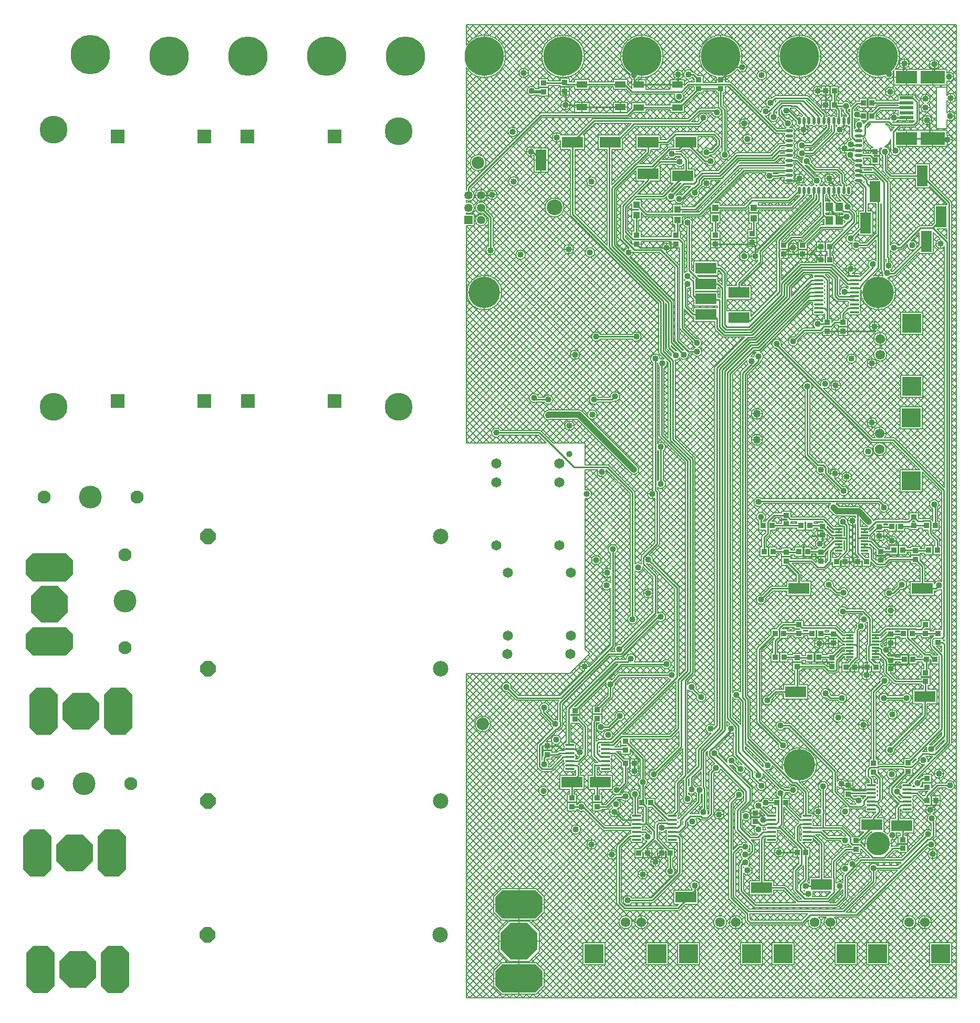
<source format=gbl>
%FSLAX25Y25*%
%MOIN*%
G70*
G01*
G75*
G04 Layer_Physical_Order=4*
G04 Layer_Color=16711680*
%ADD10C,0.00600*%
%ADD11R,0.03200X0.03800*%
%ADD12R,0.03937X0.11811*%
%ADD13R,0.03937X0.09449*%
%ADD14R,0.12992X0.09449*%
%ADD15R,0.03800X0.03200*%
%ADD16R,0.07087X0.13386*%
%ADD17R,0.11811X0.03937*%
%ADD18R,0.13386X0.07087*%
%ADD19R,0.09000X0.10000*%
%ADD20R,0.04724X0.01181*%
%ADD21O,0.08661X0.02362*%
G04:AMPARAMS|DCode=22|XSize=216.54mil|YSize=78.74mil|CornerRadius=0mil|HoleSize=0mil|Usage=FLASHONLY|Rotation=180.000|XOffset=0mil|YOffset=0mil|HoleType=Round|Shape=Octagon|*
%AMOCTAGOND22*
4,1,8,-0.10827,0.01969,-0.10827,-0.01969,-0.08858,-0.03937,0.08858,-0.03937,0.10827,-0.01969,0.10827,0.01969,0.08858,0.03937,-0.08858,0.03937,-0.10827,0.01969,0.0*
%
%ADD22OCTAGOND22*%

%ADD23R,0.21654X0.07874*%
G04:AMPARAMS|DCode=24|XSize=216.54mil|YSize=78.74mil|CornerRadius=0mil|HoleSize=0mil|Usage=FLASHONLY|Rotation=90.000|XOffset=0mil|YOffset=0mil|HoleType=Round|Shape=Octagon|*
%AMOCTAGOND24*
4,1,8,0.01969,0.10827,-0.01969,0.10827,-0.03937,0.08858,-0.03937,-0.08858,-0.01969,-0.10827,0.01969,-0.10827,0.03937,-0.08858,0.03937,0.08858,0.01969,0.10827,0.0*
%
%ADD24OCTAGOND24*%

%ADD25R,0.07874X0.21654*%
%ADD26R,0.03937X0.04331*%
%ADD27R,0.03740X0.02165*%
%ADD28R,0.10000X0.09000*%
%ADD29R,0.06299X0.13780*%
%ADD30C,0.00800*%
%ADD31C,0.01000*%
%ADD32C,0.04000*%
%ADD33C,0.06000*%
%ADD34C,0.08000*%
%ADD35C,0.01500*%
%ADD36C,0.02500*%
%ADD37C,0.10000*%
%ADD38C,0.03000*%
%ADD39C,0.25000*%
%ADD40C,0.20000*%
%ADD41R,0.08858X0.08858*%
%ADD42C,0.17716*%
%ADD43C,0.15000*%
%ADD44C,0.00250*%
%ADD45R,0.12000X0.12000*%
%ADD46C,0.06200*%
%ADD47R,0.12000X0.12000*%
%ADD48P,0.25569X8X202.5*%
G04:AMPARAMS|DCode=49|XSize=180mil|YSize=300mil|CornerRadius=0mil|HoleSize=0mil|Usage=FLASHONLY|Rotation=180.000|XOffset=0mil|YOffset=0mil|HoleType=Round|Shape=Octagon|*
%AMOCTAGOND49*
4,1,8,0.04500,-0.15000,-0.04500,-0.15000,-0.09000,-0.10500,-0.09000,0.10500,-0.04500,0.15000,0.04500,0.15000,0.09000,0.10500,0.09000,-0.10500,0.04500,-0.15000,0.0*
%
%ADD49OCTAGOND49*%

%ADD50C,0.09843*%
%ADD51P,0.10653X8X22.5*%
%ADD52P,0.25569X8X112.5*%
G04:AMPARAMS|DCode=53|XSize=180mil|YSize=300mil|CornerRadius=0mil|HoleSize=0mil|Usage=FLASHONLY|Rotation=90.000|XOffset=0mil|YOffset=0mil|HoleType=Round|Shape=Octagon|*
%AMOCTAGOND53*
4,1,8,-0.15000,-0.04500,-0.15000,0.04500,-0.10500,0.09000,0.10500,0.09000,0.15000,0.04500,0.15000,-0.04500,0.10500,-0.09000,-0.10500,-0.09000,-0.15000,-0.04500,0.0*
%
%ADD53OCTAGOND53*%

%ADD54C,0.08268*%
%ADD55C,0.14500*%
%ADD56C,0.06500*%
%ADD57C,0.05300*%
%ADD58R,0.05300X0.05300*%
%ADD59C,0.04000*%
%ADD60C,0.08000*%
%ADD61C,0.05000*%
%ADD62C,0.10000*%
%ADD63C,0.06000*%
%ADD64C,0.05000*%
%ADD65O,0.06299X0.01378*%
%ADD66R,0.04724X0.05512*%
%ADD67O,0.06102X0.01378*%
%ADD68R,0.13780X0.08071*%
%ADD69R,0.15748X0.08071*%
%ADD70R,0.08858X0.01969*%
%ADD71R,0.07087X0.04331*%
%ADD72O,0.05118X0.01800*%
%ADD73O,0.01800X0.05118*%
%ADD74C,0.02000*%
D11*
X540400Y562000D02*
D03*
X546000D02*
D03*
X586600Y127500D02*
D03*
X581000D02*
D03*
X395100Y151000D02*
D03*
X389500D02*
D03*
X490100Y218500D02*
D03*
X484500D02*
D03*
X512100D02*
D03*
X506500D02*
D03*
X484400Y233500D02*
D03*
X490000D02*
D03*
X507900D02*
D03*
X513500D02*
D03*
X529400Y212000D02*
D03*
X535000D02*
D03*
X548600D02*
D03*
X543000D02*
D03*
X566400Y217000D02*
D03*
X572000D02*
D03*
X580400D02*
D03*
X586000D02*
D03*
X571600Y233500D02*
D03*
X566000D02*
D03*
X559900Y286500D02*
D03*
X565500D02*
D03*
X483100Y285500D02*
D03*
X477500D02*
D03*
X505100D02*
D03*
X499500D02*
D03*
X476900Y302000D02*
D03*
X482500D02*
D03*
X500900D02*
D03*
X506500D02*
D03*
X581900Y286500D02*
D03*
X587500D02*
D03*
X564100Y301500D02*
D03*
X558500D02*
D03*
X586100Y302000D02*
D03*
X580500D02*
D03*
X523400Y279000D02*
D03*
X529000D02*
D03*
X542600D02*
D03*
X537000D02*
D03*
X498400Y94500D02*
D03*
X504000D02*
D03*
X491100Y126000D02*
D03*
X485500D02*
D03*
X412400Y94000D02*
D03*
X418000D02*
D03*
X403600D02*
D03*
X398000D02*
D03*
X405600Y126000D02*
D03*
X400000D02*
D03*
X540400Y570500D02*
D03*
X546000D02*
D03*
X516479Y578200D02*
D03*
X522080D02*
D03*
X513480Y479100D02*
D03*
X519079D02*
D03*
X513480Y470700D02*
D03*
X519079D02*
D03*
X516479Y569150D02*
D03*
X522080D02*
D03*
D15*
X588000Y227900D02*
D03*
Y233500D02*
D03*
X581000Y135900D02*
D03*
Y141500D02*
D03*
X547000Y151100D02*
D03*
Y145500D02*
D03*
X565500Y102600D02*
D03*
Y97000D02*
D03*
X536000Y96400D02*
D03*
Y102000D02*
D03*
X531000Y137100D02*
D03*
Y131500D02*
D03*
X569000Y145900D02*
D03*
Y151500D02*
D03*
X357500Y184600D02*
D03*
Y179000D02*
D03*
X355500Y123400D02*
D03*
Y129000D02*
D03*
X371500Y179400D02*
D03*
Y185000D02*
D03*
Y123400D02*
D03*
Y129000D02*
D03*
X340000Y162100D02*
D03*
Y156500D02*
D03*
X389500Y159400D02*
D03*
Y165000D02*
D03*
X498500Y218100D02*
D03*
Y212500D02*
D03*
X520500Y218100D02*
D03*
Y212500D02*
D03*
X521500Y233100D02*
D03*
Y227500D02*
D03*
X499500Y239100D02*
D03*
Y233500D02*
D03*
X558000Y216600D02*
D03*
Y211000D02*
D03*
X580000Y208600D02*
D03*
Y203000D02*
D03*
X558000Y233100D02*
D03*
Y227500D02*
D03*
X580000Y239100D02*
D03*
Y233500D02*
D03*
X513500Y285100D02*
D03*
Y279500D02*
D03*
X491500Y285100D02*
D03*
Y279500D02*
D03*
X514500Y301600D02*
D03*
Y296000D02*
D03*
X491500Y308600D02*
D03*
Y303000D02*
D03*
X551500Y285600D02*
D03*
Y280000D02*
D03*
X573500Y286100D02*
D03*
Y280500D02*
D03*
X550500Y301100D02*
D03*
Y295500D02*
D03*
X572500Y307600D02*
D03*
Y302000D02*
D03*
X527500Y425400D02*
D03*
Y431000D02*
D03*
X517500Y425400D02*
D03*
Y431000D02*
D03*
X470000Y481900D02*
D03*
Y487500D02*
D03*
X421500Y480900D02*
D03*
Y486500D02*
D03*
X446500Y480900D02*
D03*
Y486500D02*
D03*
X396500Y480900D02*
D03*
Y486500D02*
D03*
X548000Y539600D02*
D03*
Y534000D02*
D03*
X490000Y474400D02*
D03*
Y480000D02*
D03*
X502000Y474400D02*
D03*
Y480000D02*
D03*
X472000Y119600D02*
D03*
Y114000D02*
D03*
X337500Y583100D02*
D03*
Y577500D02*
D03*
X351000Y577900D02*
D03*
Y583500D02*
D03*
X436000Y585100D02*
D03*
Y579500D02*
D03*
X450000Y585100D02*
D03*
Y579500D02*
D03*
D16*
X580500Y482500D02*
D03*
X590000Y498000D02*
D03*
X578000Y524000D02*
D03*
X542000Y494000D02*
D03*
X548000Y514000D02*
D03*
X336000Y534000D02*
D03*
D18*
X514000Y74000D02*
D03*
X440500Y436000D02*
D03*
Y446000D02*
D03*
X476000Y72000D02*
D03*
X440500Y455500D02*
D03*
X461500Y434000D02*
D03*
X440500Y465500D02*
D03*
X461500Y450000D02*
D03*
X428000Y66000D02*
D03*
X426000Y524000D02*
D03*
X356000Y545500D02*
D03*
X428000D02*
D03*
X404000Y525500D02*
D03*
X380000Y545500D02*
D03*
X404000D02*
D03*
X499500Y262124D02*
D03*
X578000Y262000D02*
D03*
X497500Y196500D02*
D03*
X579500Y193500D02*
D03*
X546000Y112000D02*
D03*
X565000Y111500D02*
D03*
X373500Y139000D02*
D03*
X355500D02*
D03*
D20*
X548169Y232390D02*
D03*
Y230421D02*
D03*
Y228453D02*
D03*
Y226484D02*
D03*
Y224516D02*
D03*
Y222547D02*
D03*
Y220579D02*
D03*
Y218610D02*
D03*
X531831Y232390D02*
D03*
Y230421D02*
D03*
Y228453D02*
D03*
Y226484D02*
D03*
Y224516D02*
D03*
Y222547D02*
D03*
Y220579D02*
D03*
Y218610D02*
D03*
X541169Y299890D02*
D03*
Y297921D02*
D03*
Y295953D02*
D03*
Y293984D02*
D03*
Y292016D02*
D03*
Y290047D02*
D03*
Y288079D02*
D03*
Y286110D02*
D03*
X524831Y299890D02*
D03*
Y297921D02*
D03*
Y295953D02*
D03*
Y293984D02*
D03*
Y292016D02*
D03*
Y290047D02*
D03*
Y288079D02*
D03*
Y286110D02*
D03*
D26*
X422500Y502846D02*
D03*
Y496153D02*
D03*
X471000Y503847D02*
D03*
Y497154D02*
D03*
X446500Y503847D02*
D03*
Y497154D02*
D03*
X396500Y505847D02*
D03*
Y499154D02*
D03*
D30*
X598000Y587000D02*
G03*
X593543Y589623I-3000J0D01*
G01*
Y584377D02*
G03*
X598000Y587000I1457J2623D01*
G01*
X588500Y595000D02*
G03*
X588500Y595000I-3000J0D01*
G01*
X599000Y573500D02*
G03*
X593536Y575211I-3000J0D01*
G01*
Y571790D02*
G03*
X599000Y573500I2465J1711D01*
G01*
X598500Y562000D02*
G03*
X593536Y564267I-3000J0D01*
G01*
Y559733D02*
G03*
X598500Y562000I1964J2267D01*
G01*
X569500Y595500D02*
G03*
X569500Y595500I-3000J0D01*
G01*
X560691Y591756D02*
G03*
X563500Y600000I-10691J8244D01*
G01*
X559347Y590259D02*
G03*
X560047Y590983I-9347J9741D01*
G01*
X559743Y588770D02*
G03*
X559347Y590259I-3000J0D01*
G01*
X581199Y570250D02*
G03*
X583000Y573000I-1199J2750D01*
G01*
D02*
G03*
X578801Y570250I-3000J0D01*
G01*
X583000Y567500D02*
G03*
X581199Y570250I-3000J0D01*
G01*
X576000Y570985D02*
G03*
X575561Y572045I-1500J0D01*
G01*
X578801Y570250D02*
G03*
X583000Y567500I1199J-2750D01*
G01*
X576000Y570985D02*
G03*
X575561Y572046I-1500J0D01*
G01*
X597000Y547000D02*
G03*
X593543Y549965I-3000J0D01*
G01*
Y544035D02*
G03*
X597000Y547000I457J2965D01*
G01*
X596500Y507000D02*
G03*
X596061Y508061I-1500J0D01*
G01*
X596500Y507000D02*
G03*
X596061Y508060I-1500J0D01*
G01*
X589342Y483996D02*
G03*
X591900Y479200I158J-2996D01*
G01*
X584000Y559500D02*
G03*
X584000Y559500I-3000J0D01*
G01*
X575561Y557440D02*
G03*
X576000Y558500I-1061J1060D01*
G01*
X575561Y557439D02*
G03*
X576000Y558500I-1061J1061D01*
G01*
X572500Y555000D02*
G03*
X573560Y555439I0J1500D01*
G01*
X572500Y555000D02*
G03*
X573561Y555439I0J1500D01*
G01*
X560000Y558000D02*
G03*
X562606Y559514I0J3000D01*
G01*
X576731Y492467D02*
G03*
X575671Y492028I0J-1500D01*
G01*
X576731Y492467D02*
G03*
X575670Y492028I0J-1500D01*
G01*
X564000Y540000D02*
G03*
X561746Y542906I-3000J0D01*
G01*
X554204Y587171D02*
G03*
X559743Y588770I2539J1598D01*
G01*
X560500Y577500D02*
G03*
X560500Y577500I-3000J0D01*
G01*
X563500Y600000D02*
G03*
X554204Y587171I-13500J0D01*
G01*
X562606Y562486D02*
G03*
X557229Y559850I-2606J-1486D01*
G01*
X558920Y558201D02*
G03*
X560000Y558000I1080J2799D01*
G01*
X557229Y559850D02*
G03*
X556400Y560100I-829J-1250D01*
G01*
X557229Y559850D02*
G03*
X556400Y560100I-829J-1250D01*
G01*
X557440Y555439D02*
G03*
X558500Y555000I1060J1061D01*
G01*
X557439Y555439D02*
G03*
X558500Y555000I1061J1061D01*
G01*
X558439Y553061D02*
G03*
X558107Y552556I1061J-1061D01*
G01*
X558439Y553060D02*
G03*
X558107Y552556I1061J-1060D01*
G01*
X558000Y541500D02*
G03*
X558133Y540883I1500J0D01*
G01*
X550831Y568831D02*
G03*
X549771Y568392I0J-1500D01*
G01*
X550831Y568831D02*
G03*
X549770Y568392I0J-1500D01*
G01*
X558107Y552556D02*
G03*
X554673Y557100I-8107J-2556D01*
G01*
X553985Y542492D02*
G03*
X558000Y547128I-3985J7508D01*
G01*
X550900Y541548D02*
G03*
X552293Y541815I-900J8452D01*
G01*
X545327Y557100D02*
G03*
X542900Y554673I4673J-7100D01*
G01*
X541617Y548596D02*
G03*
X546622Y542200I8383J1405D01*
G01*
X543400Y559927D02*
G03*
X543040Y559661I700J-1327D01*
G01*
X543400Y559927D02*
G03*
X543039Y559661I700J-1327D01*
G01*
X534748Y560565D02*
G03*
X537800Y560296I1752J2435D01*
G01*
X538822Y564900D02*
G03*
X534748Y565435I-2322J-1900D01*
G01*
X540841Y557463D02*
G03*
X539497Y559100I-2841J-963D01*
G01*
X540498Y548098D02*
G03*
X541559Y548537I0J1500D01*
G01*
X540498Y548098D02*
G03*
X541559Y548538I0J1500D01*
G01*
X541106Y546449D02*
G03*
X540269Y548024I-1900J0D01*
G01*
X540269Y544874D02*
G03*
X541106Y546449I-1063J1575D01*
G01*
X537800Y559493D02*
G03*
X535652Y554633I200J-2993D01*
G01*
X540269Y541724D02*
G03*
X541106Y543299I-1063J1575D01*
G01*
D02*
G03*
X540269Y544874I-1900J0D01*
G01*
X558133Y540883D02*
G03*
X564000Y540000I2867J-883D01*
G01*
X556000Y537099D02*
G03*
X557201Y539500I-1799J2401D01*
G01*
D02*
G03*
X553985Y542492I-3000J0D01*
G01*
X553000Y527500D02*
G03*
X553439Y526440I1500J0D01*
G01*
X556940Y522939D02*
G03*
X558000Y522500I1060J1061D01*
G01*
X556939Y522939D02*
G03*
X558000Y522500I1061J1061D01*
G01*
X552293Y541815D02*
G03*
X553000Y536751I1908J-2315D01*
G01*
Y527500D02*
G03*
X553439Y526439I1500J0D01*
G01*
X557500Y520055D02*
G03*
X557061Y521115I-1500J0D01*
G01*
X557500Y520055D02*
G03*
X557061Y521115I-1500J0D01*
G01*
X547564Y530612D02*
G03*
X546503Y531051I-1061J-1061D01*
G01*
X547564Y530612D02*
G03*
X546503Y531051I-1060J-1061D01*
G01*
X543988Y521693D02*
G03*
X543561Y522560I-1488J-193D01*
G01*
X543988Y521693D02*
G03*
X543561Y522561I-1488J-193D01*
G01*
X540269Y538575D02*
G03*
X541106Y540150I-1063J1575D01*
G01*
D02*
G03*
X540269Y541724I-1900J0D01*
G01*
Y532276D02*
G03*
X541106Y533850I-1063J1575D01*
G01*
D02*
G03*
X540269Y535425I-1900J0D01*
G01*
X541074Y531051D02*
G03*
X540269Y532276I-1867J-350D01*
G01*
X540761Y520160D02*
G03*
X541000Y520625I-1555J1092D01*
G01*
X548500Y487571D02*
G03*
X548247Y487368I807J-1264D01*
G01*
X548500Y487571D02*
G03*
X548246Y487368I807J-1264D01*
G01*
X574500Y480000D02*
G03*
X570803Y482918I-3000J0D01*
G01*
X568582Y480697D02*
G03*
X574500Y480000I2918J-697D01*
G01*
X564264Y477000D02*
G03*
X565324Y477439I0J1500D01*
G01*
X564264Y477000D02*
G03*
X565324Y477439I0J1500D01*
G01*
X560000Y460500D02*
G03*
X561060Y460939I0J1500D01*
G01*
X560000Y460500D02*
G03*
X561061Y460939I0J1500D01*
G01*
X560716Y357461D02*
G03*
X559656Y357900I-1061J-1061D01*
G01*
X560716Y357461D02*
G03*
X559656Y357900I-1060J-1061D01*
G01*
X587600Y313358D02*
G03*
X588500Y315500I-2100J2142D01*
G01*
D02*
G03*
X584600Y312638I-3000J0D01*
G01*
X589000Y292600D02*
G03*
X588561Y293661I-1500J0D01*
G01*
X589000Y292600D02*
G03*
X588561Y293660I-1500J0D01*
G01*
X583616Y306061D02*
G03*
X582556Y306500I-1060J-1061D01*
G01*
X583616Y306061D02*
G03*
X582556Y306500I-1061J-1061D01*
G01*
X578444D02*
G03*
X577906Y306400I0J-1500D01*
G01*
X578444Y306500D02*
G03*
X577906Y306400I0J-1500D01*
G01*
X566694Y305900D02*
G03*
X566156Y306000I-538J-1400D01*
G01*
X566694Y305900D02*
G03*
X566156Y306000I-538J-1400D01*
G01*
X562044D02*
G03*
X561506Y305900I0J-1500D01*
G01*
X562044Y306000D02*
G03*
X561506Y305900I0J-1500D01*
G01*
X561094D02*
G03*
X560556Y306000I-538J-1400D01*
G01*
X561094Y305900D02*
G03*
X560556Y306000I-538J-1400D01*
G01*
X584598Y304900D02*
G03*
X584261Y305416I-1398J-544D01*
G01*
X584598Y304900D02*
G03*
X584261Y305416I-1398J-544D01*
G01*
X581600Y297000D02*
G03*
X582039Y295939I1500J0D01*
G01*
X581600Y297000D02*
G03*
X582039Y295940I1500J0D01*
G01*
X562598Y480000D02*
G03*
X557500Y480158I-2598J-1500D01*
G01*
Y476842D02*
G03*
X562598Y477000I2500J1658D01*
G01*
X558000Y472000D02*
G03*
X557561Y473061I-1500J0D01*
G01*
X558000Y472000D02*
G03*
X557561Y473060I-1500J0D01*
G01*
X559500Y467000D02*
G03*
X558000Y469598I-3000J0D01*
G01*
X557769Y464281D02*
G03*
X559500Y467000I-1269J2719D01*
G01*
X558255Y463500D02*
G03*
X557769Y464281I-2760J-1176D01*
G01*
X555810Y459340D02*
G03*
X557877Y460500I-315J2983D01*
G01*
X552598Y463100D02*
G03*
X553065Y460564I2898J-777D01*
G01*
X552000Y468823D02*
G03*
X551900Y468284I1400J-538D01*
G01*
X552000Y468823D02*
G03*
X551900Y468284I1400J-538D01*
G01*
X553065Y460564D02*
G03*
X547009Y460586I-3066J-10564D01*
G01*
X551061Y464638D02*
G03*
X551500Y465698I-1061J1060D01*
G01*
X551061Y464637D02*
G03*
X551500Y465698I-1061J1061D01*
G01*
X551900Y464419D02*
G03*
X552339Y463359I1500J0D01*
G01*
X551900Y464419D02*
G03*
X552339Y463358I1500J0D01*
G01*
X561000Y450000D02*
G03*
X555810Y459340I-11000J0D01*
G01*
X539121Y451625D02*
G03*
X561000Y450000I10879J-1625D01*
G01*
X555300Y420600D02*
G03*
X555300Y420600I-4100J0D01*
G01*
Y410600D02*
G03*
X555300Y410600I-4100J0D01*
G01*
X543000Y478500D02*
G03*
X544061Y478939I0J1500D01*
G01*
X543000Y478500D02*
G03*
X544060Y478939I0J1500D01*
G01*
X548500Y470236D02*
G03*
X544319Y465940I-2000J-2236D01*
G01*
X538598Y481500D02*
G03*
X534988Y482824I-2598J-1500D01*
G01*
X533512Y481676D02*
G03*
X538598Y478500I2488J-1676D01*
G01*
X538967Y460588D02*
G03*
X537280Y462205I-1687J-72D01*
G01*
X538565Y451375D02*
G03*
X539121Y451625I-327J1464D01*
G01*
X538969Y450280D02*
G03*
X538565Y451375I-1689J0D01*
G01*
Y451375D02*
G03*
X539121Y451625I-327J1464D01*
G01*
X538969Y447720D02*
G03*
X538382Y449000I-1689J0D01*
G01*
D02*
G03*
X538969Y450280I-1103J1280D01*
G01*
X538382Y446441D02*
G03*
X538969Y447720I-1103J1280D01*
G01*
Y445161D02*
G03*
X538382Y446441I-1689J0D01*
G01*
X538969Y442602D02*
G03*
X538382Y443882I-1689J0D01*
G01*
D02*
G03*
X538969Y445161I-1103J1280D01*
G01*
X538382Y441323D02*
G03*
X538969Y442602I-1103J1280D01*
G01*
Y440043D02*
G03*
X538382Y441323I-1689J0D01*
G01*
Y438764D02*
G03*
X538969Y440043I-1103J1280D01*
G01*
X550500Y428500D02*
G03*
X550500Y428500I-3000J0D01*
G01*
X549000Y405000D02*
G03*
X549000Y405000I-3000J0D01*
G01*
X538969Y437484D02*
G03*
X538382Y438764I-1689J0D01*
G01*
X537280Y435795D02*
G03*
X538969Y437484I0J1689D01*
G01*
X553986Y357900D02*
G03*
X555000Y360600I-3086J2700D01*
G01*
D02*
G03*
X547815Y357900I-4100J0D01*
G01*
X555000Y350600D02*
G03*
X555000Y350600I-4100J0D01*
G01*
X556500Y313500D02*
G03*
X553624Y316497I-3000J0D01*
G01*
X561500Y292500D02*
G03*
X561500Y292500I-3000J0D01*
G01*
X550893Y314985D02*
G03*
X556500Y313500I2607J-1485D01*
G01*
X551560Y318561D02*
G03*
X550500Y319000I-1060J-1061D01*
G01*
X551561Y318561D02*
G03*
X550500Y319000I-1061J-1061D01*
G01*
X549000Y367500D02*
G03*
X549000Y367500I-3000J0D01*
G01*
X546500Y349000D02*
G03*
X546500Y349000I-3000J0D01*
G01*
X544874Y355339D02*
G03*
X545935Y354900I1061J1061D01*
G01*
X544875Y355339D02*
G03*
X545935Y354900I1060J1061D01*
G01*
X548500Y306000D02*
G03*
X547440Y305561I0J-1500D01*
G01*
X548500Y306000D02*
G03*
X547439Y305561I0J-1500D01*
G01*
X546946Y305067D02*
G03*
X546121Y306621I-2946J-567D01*
G01*
X546946Y305067D02*
G03*
X546120Y306623I-2946J-567D01*
G01*
X544531Y298534D02*
G03*
X544950Y298829I-642J1356D01*
G01*
X546145Y293076D02*
G03*
X545084Y293516I-1061J-1061D01*
G01*
X544531Y294455D02*
G03*
X545513Y294892I-79J1498D01*
G01*
X546144Y293077D02*
G03*
X545084Y293516I-1060J-1061D01*
G01*
X541878Y302380D02*
G03*
X543433Y301554I2122J2120D01*
G01*
X541879Y302379D02*
G03*
X543433Y301554I2121J2121D01*
G01*
X539621Y313121D02*
G03*
X537500Y314000I-2121J-2121D01*
G01*
X539622Y313120D02*
G03*
X537500Y314000I-2122J-2120D01*
G01*
X544531Y294455D02*
G03*
X545513Y294892I-79J1498D01*
G01*
X544531Y298534D02*
G03*
X544950Y298829I-642J1356D01*
G01*
X536500Y571500D02*
G03*
X535440Y571061I0J-1500D01*
G01*
X536500Y571500D02*
G03*
X535439Y571061I0J-1500D01*
G01*
X532500Y568500D02*
G03*
X526902Y570000I-3000J0D01*
G01*
X532472Y568094D02*
G03*
X532500Y568500I-2972J406D01*
G01*
X526902Y567000D02*
G03*
X528000Y565902I2598J1500D01*
G01*
X531000D02*
G03*
X531748Y566513I-1500J2598D01*
G01*
X528000Y565000D02*
G03*
X528439Y563939I1500J0D01*
G01*
X528000Y565000D02*
G03*
X528439Y563940I1500J0D01*
G01*
X526449Y566281D02*
G03*
X526265Y567000I-1500J0D01*
G01*
X526449Y566281D02*
G03*
X526265Y567000I-1500J0D01*
G01*
X535651Y554633D02*
G03*
X534748Y554268I237J-1885D01*
G01*
X530000Y562139D02*
G03*
X529673Y561769I1248J-1433D01*
G01*
Y556325D02*
G03*
X531748Y555555I1575J1063D01*
G01*
X531386Y541214D02*
G03*
X534539Y541799I1114J2786D01*
G01*
X534825Y541724D02*
G03*
X534017Y539819I1063J-1575D01*
G01*
X532906Y546972D02*
G03*
X529514Y544286I-406J-2972D01*
G01*
X534017Y539819D02*
G03*
X530962Y539939I-1629J-2519D01*
G01*
X531748Y548752D02*
G03*
X532187Y547692I1500J0D01*
G01*
X531748Y548752D02*
G03*
X532187Y547691I1500J0D01*
G01*
X530962Y539939D02*
G03*
X531386Y541214I-2562J1561D01*
G01*
X527710Y555528D02*
G03*
X529673Y556325I388J1860D01*
G01*
Y561769D02*
G03*
X526524Y561769I-1575J-1063D01*
G01*
X523369Y551388D02*
G03*
X528500Y553500I2131J2112D01*
G01*
D02*
G03*
X527710Y555528I-3000J0D01*
G01*
X529826Y538861D02*
G03*
X532061Y534318I2562J-1561D01*
G01*
X529514Y544286D02*
G03*
X529826Y538861I-1114J-2786D01*
G01*
X523374Y556325D02*
G03*
X523735Y555926I1575J1063D01*
G01*
Y555926D02*
G03*
X523299Y555539I1765J-2426D01*
G01*
X523374Y561769D02*
G03*
X520224Y561769I-1575J-1063D01*
G01*
X520299Y553701D02*
G03*
X520500Y552951I1500J0D01*
G01*
X520299Y553701D02*
G03*
X520500Y552951I1500J0D01*
G01*
X523061Y550940D02*
G03*
X523369Y551388I-1061J1060D01*
G01*
X523061Y550939D02*
G03*
X523369Y551388I-1061J1061D01*
G01*
X519711Y553090D02*
G03*
X520150Y554150I-1061J1060D01*
G01*
X519710Y553089D02*
G03*
X520150Y554150I-1061J1061D01*
G01*
X517000Y563000D02*
G03*
X516561Y564060I-1500J0D01*
G01*
X517000Y563000D02*
G03*
X516561Y564061I-1500J0D01*
G01*
X513482Y562233D02*
G03*
X513061Y563061I-1482J-233D01*
G01*
X513482Y562233D02*
G03*
X513061Y563060I-1482J-233D01*
G01*
X520224Y561769D02*
G03*
X517075Y561769I-1575J-1063D01*
G01*
X513925Y556325D02*
G03*
X517075Y556325I1575J1063D01*
G01*
X513925Y561769D02*
G03*
X513482Y562233I-1575J-1063D01*
G01*
X510776Y556325D02*
G03*
X513925Y556325I1575J1063D01*
G01*
X533590Y532789D02*
G03*
X534650Y532350I1060J1061D01*
G01*
X534825Y532276D02*
G03*
X534825Y529126I1063J-1575D01*
G01*
X533589Y532790D02*
G03*
X534650Y532350I1061J1061D01*
G01*
X534825Y525976D02*
G03*
X534825Y522827I1063J-1575D01*
G01*
X534825Y529126D02*
G03*
X534825Y525976I1063J-1575D01*
G01*
X528500Y525000D02*
G03*
X528061Y526060I-1500J0D01*
G01*
X534825Y522827D02*
G03*
X535888Y519352I1063J-1575D01*
G01*
X533148Y516612D02*
G03*
X529673Y517675I-1900J0D01*
G01*
X529598Y518902D02*
G03*
X529159Y519962I-1500J0D01*
G01*
X529598Y518902D02*
G03*
X529160Y519962I-1500J0D01*
G01*
X528500Y525000D02*
G03*
X528061Y526061I-1500J0D01*
G01*
X526524Y517675D02*
G03*
X523374Y517675I-1575J-1063D01*
G01*
X525500Y520000D02*
G03*
X525939Y518940I1500J0D01*
G01*
X525500Y520000D02*
G03*
X525939Y518939I1500J0D01*
G01*
X536200Y500164D02*
G03*
X535761Y501224I-1500J0D01*
G01*
X536200Y500164D02*
G03*
X535761Y501225I-1500J0D01*
G01*
X533500Y504500D02*
G03*
X531205Y507416I-3000J0D01*
G01*
X529673Y512231D02*
G03*
X533148Y513294I1575J1063D01*
G01*
X533367Y503618D02*
G03*
X533500Y504500I-2867J882D01*
G01*
X535761Y493660D02*
G03*
X536200Y494721I-1061J1061D01*
G01*
X535761Y493660D02*
G03*
X536200Y494721I-1061J1060D01*
G01*
X526524Y512231D02*
G03*
X529673Y512231I1575J1063D01*
G01*
X526920Y500439D02*
G03*
X527776Y500014I1060J1061D01*
G01*
X526920Y500439D02*
G03*
X527776Y500014I1061J1061D01*
G01*
X528512Y495395D02*
G03*
X529047Y495155I1488J2605D01*
G01*
X527776Y500014D02*
G03*
X527360Y499425I2224J-2014D01*
G01*
X525060Y529061D02*
G03*
X524000Y529500I-1060J-1061D01*
G01*
X525061Y529061D02*
G03*
X524000Y529500I-1061J-1061D01*
G01*
X520500Y511907D02*
G03*
X523374Y512231I1299J1386D01*
G01*
X523449Y511551D02*
G03*
X523888Y510491I1500J0D01*
G01*
X523449Y511551D02*
G03*
X523888Y510491I1500J0D01*
G01*
X523374Y517675D02*
G03*
X520224Y517675I-1575J-1063D01*
G01*
X522000Y522500D02*
G03*
X522000Y522500I-3000J0D01*
G01*
X512642Y518489D02*
G03*
X514000Y521000I-1642J2511D01*
G01*
X520224Y517675D02*
G03*
X517075Y517675I-1575J-1063D01*
G01*
D02*
G03*
X513925Y517675I-1575J-1063D01*
G01*
X517075Y512231D02*
G03*
X517500Y511781I1575J1063D01*
G01*
X516500Y511678D02*
G03*
X517075Y512231I-1000J1616D01*
G01*
X513925Y517675D02*
G03*
X512642Y518489I-1575J-1063D01*
G01*
X511054Y518001D02*
G03*
X510776Y517675I1297J-1389D01*
G01*
X517500Y510855D02*
G03*
X517939Y509795I1500J0D01*
G01*
X517500Y510855D02*
G03*
X517939Y509794I1500J0D01*
G01*
X513500Y499520D02*
G03*
X513535Y499199I1500J0D01*
G01*
X513500Y499520D02*
G03*
X513535Y499199I1500J0D01*
G01*
X513500Y493000D02*
G03*
X512440Y492561I0J-1500D01*
G01*
X513500Y493000D02*
G03*
X512439Y492561I0J-1500D01*
G01*
X513879Y579827D02*
G03*
X513879Y576173I-2379J-1827D01*
G01*
X506060Y574561D02*
G03*
X505000Y575000I-1060J-1061D01*
G01*
X506061Y574561D02*
G03*
X505000Y575000I-1061J-1061D01*
G01*
X507626Y556325D02*
G03*
X510776Y556325I1575J1063D01*
G01*
X502000Y562379D02*
G03*
X501327Y561769I902J-1672D01*
G01*
X504476Y556325D02*
G03*
X507626Y556325I1575J1063D01*
G01*
X504182Y555984D02*
G03*
X504476Y556325I-1280J1404D01*
G01*
X513500Y600000D02*
G03*
X513500Y600000I-13500J0D01*
G01*
X501327Y561769D02*
G03*
X498660Y562261I-1575J-1063D01*
G01*
X497852Y557388D02*
G03*
X500339Y555581I1900J0D01*
G01*
X505500Y553500D02*
G03*
X504182Y555984I-3000J0D01*
G01*
X508000Y542000D02*
G03*
X509060Y542439I0J1500D01*
G01*
X508000Y542000D02*
G03*
X509061Y542439I0J1500D01*
G01*
X508500Y537000D02*
G03*
X509561Y537439I0J1500D01*
G01*
X508500Y537000D02*
G03*
X509560Y537439I0J1500D01*
G01*
X500339Y555581D02*
G03*
X505500Y553500I2161J-2081D01*
G01*
X504098Y545000D02*
G03*
X499842Y541000I-2598J-1500D01*
G01*
X503158D02*
G03*
X504098Y542000I-1658J2500D01*
G01*
X503606Y536364D02*
G03*
X504098Y537000I-2106J2136D01*
G01*
Y540000D02*
G03*
X503158Y541000I-2598J-1500D01*
G01*
X499842D02*
G03*
X502394Y535636I1658J-2500D01*
G01*
X494100Y567166D02*
G03*
X494787Y567000I687J1334D01*
G01*
X494100Y567166D02*
G03*
X494787Y567000I687J1334D01*
G01*
X494395Y566525D02*
G03*
X494100Y567166I-2854J-925D01*
G01*
X495500Y557500D02*
G03*
X491723Y560398I-3000J0D01*
G01*
X488549Y565812D02*
G03*
X493418Y563260I2992J-212D01*
G01*
X484500Y575000D02*
G03*
X483440Y574561I0J-1500D01*
G01*
X484500Y575000D02*
G03*
X483439Y574561I0J-1500D01*
G01*
X485500Y563736D02*
G03*
X485000Y564098I-2000J-2236D01*
G01*
X482000D02*
G03*
X486498Y561381I1500J-2598D01*
G01*
X481187Y563667D02*
G03*
X481561Y563939I-687J1333D01*
G01*
X481187Y563667D02*
G03*
X481560Y563939I-687J1333D01*
G01*
X497012Y552748D02*
G03*
X495112Y554648I-1900J0D01*
G01*
X497012Y549598D02*
G03*
X496175Y551173I-1900J0D01*
G01*
X496175Y548024D02*
G03*
X497012Y549598I-1063J1575D01*
G01*
X493431Y554648D02*
G03*
X495500Y557500I-931J2852D01*
G01*
X496175Y551173D02*
G03*
X497012Y552748I-1063J1575D01*
G01*
X491600Y554638D02*
G03*
X490627Y554248I194J-1890D01*
G01*
X496175Y538575D02*
G03*
X497012Y540150I-1063J1575D01*
G01*
Y537000D02*
G03*
X496175Y538575I-1900J0D01*
G01*
X497012Y540150D02*
G03*
X496175Y541724I-1900J0D01*
G01*
Y535425D02*
G03*
X497012Y537000I-1063J1575D01*
G01*
Y546449D02*
G03*
X496175Y548024I-1900J0D01*
G01*
X496175Y544874D02*
G03*
X497012Y546449I-1063J1575D01*
G01*
X490731Y551173D02*
G03*
X490731Y548024I1063J-1575D01*
G01*
X497012Y543299D02*
G03*
X496175Y544874I-1900J0D01*
G01*
X496175Y541724D02*
G03*
X497012Y543299I-1063J1575D01*
G01*
X489602Y558277D02*
G03*
X491600Y554638I2898J-777D01*
G01*
X490731Y548024D02*
G03*
X490731Y544874I1063J-1575D01*
G01*
X484191Y551687D02*
G03*
X485252Y551248I1061J1061D01*
G01*
X484192Y551687D02*
G03*
X485252Y551248I1060J1061D01*
G01*
X488036Y544799D02*
G03*
X486976Y544360I0J-1500D01*
G01*
X488036Y544799D02*
G03*
X486976Y544360I0J-1500D01*
G01*
X507398Y532724D02*
G03*
X507500Y533500I-2898J777D01*
G01*
X508939Y526939D02*
G03*
X510000Y526500I1061J1061D01*
G01*
X508940Y526939D02*
G03*
X510000Y526500I1060J1061D01*
G01*
X510776Y517675D02*
G03*
X510439Y518053I-1575J-1063D01*
G01*
X514000Y521000D02*
G03*
X510223Y523898I-3000J0D01*
G01*
X508102Y521776D02*
G03*
X509331Y518507I2898J-777D01*
G01*
D02*
G03*
X507626Y517675I-130J-1896D01*
G01*
D02*
G03*
X504476Y517675I-1575J-1063D01*
G01*
X507500Y533500D02*
G03*
X503606Y536364I-3000J0D01*
G01*
X502394Y535636D02*
G03*
X501701Y532420I2106J-2136D01*
G01*
X503420Y530701D02*
G03*
X505276Y530602I1080J2799D01*
G01*
X504476Y517675D02*
G03*
X501327Y517675I-1575J-1063D01*
G01*
X503000Y522500D02*
G03*
X503000Y522500I-3000J0D01*
G01*
X501327Y517675D02*
G03*
X497852Y516612I-1575J-1063D01*
G01*
X510500Y511907D02*
G03*
X510776Y512231I-1299J1386D01*
G01*
X510439Y518053D02*
G03*
X511054Y518001I561J2947D01*
G01*
X510061Y508939D02*
G03*
X510500Y510000I-1061J1061D01*
G01*
X504484Y512220D02*
G03*
X507500Y512065I1567J1074D01*
G01*
X504061Y510940D02*
G03*
X504500Y512000I-1061J1060D01*
G01*
X510061Y508940D02*
G03*
X510500Y510000I-1061J1060D01*
G01*
X504061Y510939D02*
G03*
X504500Y512000I-1061J1061D01*
G01*
X498660Y511739D02*
G03*
X500379Y511500I1092J1555D01*
G01*
X499210Y534912D02*
G03*
X498150Y535350I-1060J-1061D01*
G01*
X499210Y534911D02*
G03*
X498150Y535350I-1061J-1061D01*
G01*
X497012Y527551D02*
G03*
X496175Y529126I-1900J0D01*
G01*
X490731Y535425D02*
G03*
X490731Y532276I1063J-1575D01*
G01*
X497012Y530701D02*
G03*
X496175Y532276I-1900J0D01*
G01*
X496175Y529126D02*
G03*
X497012Y530701I-1063J1575D01*
G01*
X496175Y525976D02*
G03*
X497012Y527551I-1063J1575D01*
G01*
Y524402D02*
G03*
X496175Y525976I-1900J0D01*
G01*
X496175Y522827D02*
G03*
X497012Y524402I-1063J1575D01*
G01*
Y521252D02*
G03*
X496175Y522827I-1900J0D01*
G01*
X490731D02*
G03*
X491794Y519352I1063J-1575D01*
G01*
X484000Y532500D02*
G03*
X485060Y532939I0J1500D01*
G01*
X484000Y532500D02*
G03*
X485061Y532939I0J1500D01*
G01*
X486500Y522500D02*
G03*
X487561Y522939I0J1500D01*
G01*
X486500Y522500D02*
G03*
X487560Y522939I0J1500D01*
G01*
X487000Y526000D02*
G03*
X485940Y525561I0J-1500D01*
G01*
X487000Y526000D02*
G03*
X485939Y525561I0J-1500D01*
G01*
X483598Y525500D02*
G03*
X483189Y526051I-2598J-1500D01*
G01*
X495112Y519352D02*
G03*
X497012Y521252I0J1900D01*
G01*
X493299Y507000D02*
G03*
X494360Y507439I0J1500D01*
G01*
X494846Y502347D02*
G03*
X495907Y502786I0J1500D01*
G01*
X493299Y507000D02*
G03*
X494359Y507439I0J1500D01*
G01*
X494846Y502347D02*
G03*
X495906Y502785I0J1500D01*
G01*
X535500Y484500D02*
G03*
X535398Y485277I-3000J0D01*
G01*
X534988Y482824D02*
G03*
X535500Y484500I-2488J1676D01*
G01*
X533589Y462205D02*
G03*
X535500Y465000I-1089J2795D01*
G01*
X531756Y462094D02*
G03*
X530835Y459787I602J-1578D01*
G01*
X531043Y453898D02*
G03*
X530695Y452545I1316J-1059D01*
G01*
X529542Y454336D02*
G03*
X530602Y453898I1060J1061D01*
G01*
X529542Y454337D02*
G03*
X530602Y453898I1061J1061D01*
G01*
X533277Y487398D02*
G03*
X533512Y481676I-777J-2898D01*
G01*
X535500Y465000D02*
G03*
X531756Y462094I-3000J0D01*
G01*
X530695Y452545D02*
G03*
X525500Y450500I-2195J-2045D01*
G01*
X530905Y444300D02*
G03*
X531256Y443882I1453J861D01*
G01*
D02*
G03*
X531043Y441543I1103J-1280D01*
G01*
X531043Y441543D02*
G03*
X529983Y441105I1J-1500D01*
G01*
X530670Y437549D02*
G03*
X532358Y435795I1688J-65D01*
G01*
X531043Y441543D02*
G03*
X529983Y441104I1J-1500D01*
G01*
X526439Y437560D02*
G03*
X526000Y436500I1061J-1060D01*
G01*
X526439Y437561D02*
G03*
X526000Y436500I1061J-1061D01*
G01*
X525500Y450500D02*
G03*
X525962Y448900I3000J0D01*
G01*
X522510Y468111D02*
G03*
X521905Y468479I-1060J-1061D01*
G01*
X522511Y468111D02*
G03*
X521905Y468479I-1061J-1061D01*
G01*
X519000Y457974D02*
G03*
X518561Y459035I-1500J0D01*
G01*
X519000Y457974D02*
G03*
X518561Y459035I-1500J0D01*
G01*
X515744Y456677D02*
G03*
X516000Y456953I-1103J1280D01*
G01*
Y456401D02*
G03*
X515744Y456677I-1358J-1004D01*
G01*
X516000Y453842D02*
G03*
X515744Y454118I-1358J-1004D01*
G01*
Y454118D02*
G03*
X516000Y454394I-1103J1280D01*
G01*
X523377Y444739D02*
G03*
X524437Y444300I1061J1061D01*
G01*
X523377Y444739D02*
G03*
X524437Y444300I1060J1061D01*
G01*
X522414Y432500D02*
G03*
X521354Y432061I0J-1500D01*
G01*
X520900Y447837D02*
G03*
X521339Y446777I1500J0D01*
G01*
X520900Y447837D02*
G03*
X521339Y446777I1500J0D01*
G01*
X522414Y432500D02*
G03*
X521353Y432061I0J-1500D01*
G01*
X521561Y427884D02*
G03*
X521871Y428335I-1061J1060D01*
G01*
X521561Y427884D02*
G03*
X521871Y428335I-1061J1061D01*
G01*
X520400Y426902D02*
G03*
X520916Y427239I-544J1398D01*
G01*
X520400Y426902D02*
G03*
X520916Y427239I-544J1398D01*
G01*
X515744Y451559D02*
G03*
X516000Y451835I-1103J1280D01*
G01*
Y451283D02*
G03*
X515744Y451559I-1358J-1004D01*
G01*
Y449000D02*
G03*
X516000Y449276I-1103J1280D01*
G01*
X515744Y446441D02*
G03*
X516000Y446717I-1103J1280D01*
G01*
Y448724D02*
G03*
X515744Y449000I-1358J-1004D01*
G01*
Y443882D02*
G03*
X516000Y444158I-1103J1280D01*
G01*
Y443606D02*
G03*
X515744Y443882I-1358J-1004D01*
G01*
X516000Y446165D02*
G03*
X515744Y446441I-1358J-1004D01*
G01*
X514642Y435795D02*
G03*
X516000Y436480I0J1689D01*
G01*
X536000Y408000D02*
G03*
X536000Y408000I-3000J0D01*
G01*
X531000Y324000D02*
G03*
X527223Y326898I-3000J0D01*
G01*
X535500Y307236D02*
G03*
X533500Y308000I-2000J-2236D01*
G01*
D02*
G03*
X535500Y302764I0J-3000D01*
G01*
X526000Y391000D02*
G03*
X526000Y391000I-3000J0D01*
G01*
X525500Y335000D02*
G03*
X519528Y334594I-3000J0D01*
G01*
X533000Y333000D02*
G03*
X533000Y333000I-3000J0D01*
G01*
X525102Y324777D02*
G03*
X531000Y324000I2898J-777D01*
G01*
X530398Y303724D02*
G03*
X530500Y304500I-2898J777D01*
G01*
X531500Y302000D02*
G03*
X531061Y303060I-1500J0D01*
G01*
X531500Y302000D02*
G03*
X531061Y303061I-1500J0D01*
G01*
X530500Y304500D02*
G03*
X528276Y301602I-3000J0D01*
G01*
X522094Y332028D02*
G03*
X525500Y335000I406J2972D01*
G01*
X523623Y315620D02*
G03*
X523158Y316000I-2122J-2120D01*
G01*
X523621Y315621D02*
G03*
X523158Y316000I-2121J-2121D01*
G01*
X519842D02*
G03*
X519379Y311379I1658J-2500D01*
G01*
X519842Y316000D02*
G03*
X519380Y311378I1658J-2500D01*
G01*
X515255Y389201D02*
G03*
X519335Y392000I1080J2799D01*
G01*
X515845Y341661D02*
G03*
X514784Y342100I-1061J-1061D01*
G01*
X515844Y341661D02*
G03*
X514784Y342100I-1060J-1061D01*
G01*
X518100Y338784D02*
G03*
X517661Y339845I-1500J0D01*
G01*
X518100Y338784D02*
G03*
X517661Y339844I-1500J0D01*
G01*
X515100Y334962D02*
G03*
X515439Y334440I1400J538D01*
G01*
X515100Y334962D02*
G03*
X515439Y334439I1400J538D01*
G01*
X521877Y308880D02*
G03*
X524000Y308000I2122J2120D01*
G01*
X521879Y308879D02*
G03*
X524000Y308000I2121J2121D01*
G01*
X521468Y293456D02*
G03*
X520771Y293061I362J-1456D01*
G01*
X520064Y298829D02*
G03*
X521124Y298390I1061J1061D01*
G01*
X520064Y298829D02*
G03*
X521124Y298390I1060J1061D01*
G01*
X519087Y294892D02*
G03*
X520147Y294453I1060J1061D01*
G01*
X521468Y293456D02*
G03*
X520770Y293061I362J-1456D01*
G01*
X518871Y304265D02*
G03*
X518561Y304716I-1371J-609D01*
G01*
X518871Y304265D02*
G03*
X518561Y304716I-1371J-609D01*
G01*
X516216Y307061D02*
G03*
X515156Y307500I-1060J-1061D01*
G01*
X516216Y307061D02*
G03*
X515156Y307500I-1061J-1061D01*
G01*
X519087Y294892D02*
G03*
X520147Y294453I1061J1061D01*
G01*
X508282Y461400D02*
G03*
X508405Y459457I1439J-884D01*
G01*
X501457Y483500D02*
G03*
X502517Y483939I0J1500D01*
G01*
X501457Y483500D02*
G03*
X502517Y483939I0J1500D01*
G01*
X508618Y438764D02*
G03*
X509721Y435795I1103J-1280D01*
G01*
X508405Y443661D02*
G03*
X508618Y441323I1316J-1059D01*
G01*
X507457Y459457D02*
G03*
X506397Y459018I0J-1500D01*
G01*
X508618Y441323D02*
G03*
X508618Y438764I1103J-1280D01*
G01*
X514098Y431500D02*
G03*
X509842Y427500I-2598J-1500D01*
G01*
X513186Y424500D02*
G03*
X514247Y424939I0J1500D01*
G01*
X513186Y424500D02*
G03*
X514246Y424939I0J1500D01*
G01*
X507457Y459457D02*
G03*
X506396Y459017I0J-1500D01*
G01*
X503000Y427500D02*
G03*
X501939Y427061I0J-1500D01*
G01*
X503000Y427500D02*
G03*
X501940Y427061I0J-1500D01*
G01*
X495000Y486500D02*
G03*
X493940Y486061I0J-1500D01*
G01*
X495000Y486500D02*
G03*
X493939Y486061I0J-1500D01*
G01*
X499000Y478500D02*
G03*
X499000Y478500I-3000J0D01*
G01*
X485939Y484061D02*
G03*
X485500Y483000I1061J-1061D01*
G01*
X485939Y484060D02*
G03*
X485500Y483000I1061J-1060D01*
G01*
Y477944D02*
G03*
X485600Y477406I1500J0D01*
G01*
X485500Y477944D02*
G03*
X485600Y477406I1500J0D01*
G01*
X500700Y469200D02*
G03*
X499640Y468761I0J-1500D01*
G01*
X500700Y469200D02*
G03*
X499639Y468761I0J-1500D01*
G01*
X485600Y476994D02*
G03*
X485500Y476456I1400J-538D01*
G01*
X485600Y476994D02*
G03*
X485500Y476456I1400J-538D01*
G01*
Y472344D02*
G03*
X485600Y471806I1500J0D01*
G01*
X485500Y472344D02*
G03*
X485600Y471806I1500J0D01*
G01*
X519335Y392000D02*
G03*
X513536Y390920I-3000J0D01*
G01*
X506500Y387902D02*
G03*
X508000Y390500I-1500J2598D01*
G01*
X510439Y339439D02*
G03*
X510962Y339100I1061J1061D01*
G01*
D02*
G03*
X515100Y334962I2538J-1600D01*
G01*
X510440Y339439D02*
G03*
X510962Y339100I1060J1061D01*
G01*
X508000Y390500D02*
G03*
X503500Y387902I-3000J0D01*
G01*
X516000Y290500D02*
G03*
X513768Y293400I-3000J0D01*
G01*
X503500Y347000D02*
G03*
X503939Y345940I1500J0D01*
G01*
X499000Y419000D02*
G03*
X498898Y419776I-3000J0D01*
G01*
X496776Y421898D02*
G03*
X499000Y419000I-777J-2898D01*
G01*
X503500Y347000D02*
G03*
X503939Y345939I1500J0D01*
G01*
X488500Y417500D02*
G03*
X485706Y414507I-3000J0D01*
G01*
X488221Y416235D02*
G03*
X488500Y417500I-2720J1264D01*
G01*
X483944Y310000D02*
G03*
X482884Y309561I0J-1500D01*
G01*
X483944Y310000D02*
G03*
X482884Y309561I0J-1500D01*
G01*
X480961Y295939D02*
G03*
X481400Y297000I-1061J1061D01*
G01*
X480961Y295940D02*
G03*
X481400Y297000I-1061J1060D01*
G01*
X590100Y266538D02*
G03*
X585693Y265058I-1600J-2538D01*
G01*
X587723Y261102D02*
G03*
X590100Y261462I777J2898D01*
G01*
X586500Y260500D02*
G03*
X587561Y260939I0J1500D01*
G01*
X586500Y260500D02*
G03*
X587560Y260939I0J1500D01*
G01*
X585100Y231842D02*
G03*
X584510Y231490I400J-1342D01*
G01*
X579500Y276000D02*
G03*
X579061Y277060I-1500J0D01*
G01*
X579500Y276000D02*
G03*
X579061Y277061I-1500J0D01*
G01*
X564223Y261602D02*
G03*
X568000Y264500I777J2898D01*
G01*
X574556Y237700D02*
G03*
X573656Y238000I-900J-1200D01*
G01*
X574556Y237700D02*
G03*
X573656Y238000I-900J-1200D01*
G01*
X569544D02*
G03*
X568972Y237887I0J-1500D01*
G01*
X569544Y238000D02*
G03*
X568972Y237887I0J-1500D01*
G01*
X568972D02*
G03*
X568400Y238000I-572J-1387D01*
G01*
X568972Y237887D02*
G03*
X568400Y238000I-572J-1387D01*
G01*
X591660Y228961D02*
G03*
X591296Y229229I-1060J-1061D01*
G01*
X591661Y228961D02*
G03*
X591296Y229229I-1061J-1061D01*
G01*
D02*
G03*
X591561Y229439I-796J1271D01*
G01*
X585100Y231842D02*
G03*
X584510Y231490I400J-1342D01*
G01*
X583629Y224391D02*
G03*
X583939Y223939I1371J609D01*
G01*
X583510Y230490D02*
G03*
X583100Y229500I990J-990D01*
G01*
X583510Y230490D02*
G03*
X583100Y229500I990J-990D01*
G01*
Y225500D02*
G03*
X583510Y224510I1400J0D01*
G01*
X583100Y225500D02*
G03*
X583510Y224510I1400J0D01*
G01*
X584471Y219965D02*
G03*
X584161Y220416I-1371J-609D01*
G01*
X583516Y221061D02*
G03*
X582456Y221500I-1060J-1061D01*
G01*
X583516Y221061D02*
G03*
X582456Y221500I-1061J-1061D01*
G01*
X584471Y219965D02*
G03*
X584161Y220416I-1371J-609D01*
G01*
X567130Y230600D02*
G03*
X567539Y229840I1470J300D01*
G01*
X567130Y230600D02*
G03*
X567539Y229839I1470J300D01*
G01*
X571000Y192500D02*
G03*
X565402Y194000I-3000J0D01*
G01*
Y191000D02*
G03*
X571000Y192500I2598J1500D01*
G01*
X556914Y282000D02*
G03*
X555854Y281561I0J-1500D01*
G01*
X556914Y282000D02*
G03*
X555854Y281561I0J-1500D01*
G01*
X555561Y276884D02*
G03*
X555871Y277335I-1061J1060D01*
G01*
X568000Y264500D02*
G03*
X562102Y263723I-3000J0D01*
G01*
X559600Y257503D02*
G03*
X560561Y257939I-100J1497D01*
G01*
X559600Y257503D02*
G03*
X560560Y257939I-100J1497D01*
G01*
X559302Y260924D02*
G03*
X559600Y257503I-2302J-1924D01*
G01*
X561000Y248000D02*
G03*
X561000Y248000I-3000J0D01*
G01*
X555561Y276884D02*
G03*
X555871Y277335I-1061J1061D01*
G01*
X547000Y287000D02*
G03*
X546561Y288061I-1500J0D01*
G01*
X545560Y289061D02*
G03*
X544531Y289500I-1060J-1061D01*
G01*
X545561Y289061D02*
G03*
X544531Y289500I-1061J-1061D01*
G01*
X547000Y287000D02*
G03*
X546561Y288060I-1500J0D01*
G01*
X553856Y275800D02*
G03*
X554916Y276239I0J1500D01*
G01*
X553856Y275800D02*
G03*
X554916Y276239I0J1500D01*
G01*
X555000Y238000D02*
G03*
X553940Y237561I0J-1500D01*
G01*
X555000Y238000D02*
G03*
X553939Y237561I0J-1500D01*
G01*
X548084Y276239D02*
G03*
X549144Y275800I1060J1061D01*
G01*
X548084Y276239D02*
G03*
X549144Y275800I1061J1061D01*
G01*
X551532Y231034D02*
G03*
X551950Y231329I-642J1356D01*
G01*
X551532Y231034D02*
G03*
X551950Y231329I-642J1356D01*
G01*
X551532Y226955D02*
G03*
X552513Y227392I-79J1498D01*
G01*
X551532Y226955D02*
G03*
X552513Y227392I-79J1498D01*
G01*
X546100Y243143D02*
G03*
X545661Y244203I-1500J0D01*
G01*
X546100Y243143D02*
G03*
X545661Y244203I-1500J0D01*
G01*
X541480Y239688D02*
G03*
X543100Y240724I-721J2912D01*
G01*
X558000Y223000D02*
G03*
X557322Y224900I-3000J0D01*
G01*
X555663Y220074D02*
G03*
X558000Y223000I-663J2926D01*
G01*
X555100Y225998D02*
G03*
X552577Y224769I-100J-2998D01*
G01*
X553500Y214544D02*
G03*
X553600Y214006I1500J0D01*
G01*
X553500Y214544D02*
G03*
X553600Y214006I1500J0D01*
G01*
Y213594D02*
G03*
X553500Y213056I1400J-538D01*
G01*
X559884Y201939D02*
G03*
X560944Y201500I1061J1061D01*
G01*
X559884Y201939D02*
G03*
X560944Y201500I1060J1061D01*
G01*
X553224Y200602D02*
G03*
X557000Y203500I777J2898D01*
G01*
D02*
G03*
X551102Y202724I-3000J0D01*
G01*
X553500Y208944D02*
G03*
X553939Y207884I1500J0D01*
G01*
X553500Y208944D02*
G03*
X553939Y207884I1500J0D01*
G01*
X553600Y213594D02*
G03*
X553500Y213056I1400J-538D01*
G01*
X556098Y194000D02*
G03*
X556098Y191000I-2598J-1500D01*
G01*
X552047Y225299D02*
G03*
X551532Y225636I-1060J-1061D01*
G01*
X552048Y225299D02*
G03*
X551532Y225636I-1061J-1061D01*
G01*
X542939Y226561D02*
G03*
X542500Y225500I1061J-1061D01*
G01*
X542939Y226560D02*
G03*
X542500Y225500I1061J-1060D01*
G01*
Y216600D02*
G03*
X542939Y215540I1500J0D01*
G01*
X542500Y216600D02*
G03*
X542939Y215539I1500J0D01*
G01*
X545500Y207000D02*
G03*
X544642Y209100I-3000J0D01*
G01*
X545939Y197561D02*
G03*
X545500Y196500I1061J-1061D01*
G01*
X545939Y197560D02*
G03*
X545500Y196500I1061J-1060D01*
G01*
X540400Y209142D02*
G03*
X545500Y207000I2100J-2142D01*
G01*
X596061Y162656D02*
G03*
X596500Y163717I-1061J1061D01*
G01*
X596061Y162657D02*
G03*
X596500Y163717I-1061J1060D01*
G01*
X584276Y162898D02*
G03*
X582420Y162799I-777J-2898D01*
G01*
X586500Y160000D02*
G03*
X586398Y160776I-3000J0D01*
G01*
X586469Y159570D02*
G03*
X586500Y160000I-2969J430D01*
G01*
X598500Y137000D02*
G03*
X592902Y138500I-3000J0D01*
G01*
X587500D02*
G03*
X586440Y138061I0J-1500D01*
G01*
X587500Y138500D02*
G03*
X586439Y138061I0J-1500D01*
G01*
X592902Y135500D02*
G03*
X598500Y137000I2598J1500D01*
G01*
X591500Y144500D02*
G03*
X591500Y144500I-3000J0D01*
G01*
X580561Y180440D02*
G03*
X581000Y181500I-1061J1060D01*
G01*
X580561Y180439D02*
G03*
X581000Y181500I-1061J1061D01*
G01*
X580701Y161080D02*
G03*
X580902Y158500I2799J-1080D01*
G01*
X581677Y155500D02*
G03*
X582216Y155400I538J1400D01*
G01*
X581677Y155500D02*
G03*
X582216Y155400I538J1400D01*
G01*
X581402Y152240D02*
G03*
X581500Y153000I-2902J760D01*
G01*
D02*
G03*
X580158Y155500I-3000J0D01*
G01*
X576007Y151330D02*
G03*
X579260Y150098I2492J1670D01*
G01*
X571900Y147402D02*
G03*
X572416Y147739I-544J1398D01*
G01*
X571900Y147402D02*
G03*
X572416Y147739I-544J1398D01*
G01*
X578000Y138500D02*
G03*
X577898Y139277I-3000J0D01*
G01*
X579718Y133118D02*
G03*
X580434Y133300I0J1500D01*
G01*
X579718Y133118D02*
G03*
X580434Y133300I0J1500D01*
G01*
X579939Y131560D02*
G03*
X579500Y130500I1061J-1060D01*
G01*
X579939Y131561D02*
G03*
X579500Y130500I1061J-1061D01*
G01*
X578000Y143000D02*
G03*
X576940Y142561I0J-1500D01*
G01*
X578000Y143000D02*
G03*
X576939Y142561I0J-1500D01*
G01*
X575776Y141398D02*
G03*
X574903Y141498I-777J-2898D01*
G01*
X576824Y136118D02*
G03*
X578000Y138500I-1824J2382D01*
G01*
X572002Y138597D02*
G03*
X572014Y138215I2998J-97D01*
G01*
X572366Y137064D02*
G03*
X573176Y136118I2634J1436D01*
G01*
X571997D02*
G03*
X572366Y137064I-1316J1059D01*
G01*
X586500Y114342D02*
G03*
X587000Y116000I-2500J1658D01*
G01*
D02*
G03*
X584572Y118945I-3000J0D01*
G01*
X586061Y104056D02*
G03*
X586500Y105116I-1061J1060D01*
G01*
X586061Y104055D02*
G03*
X586500Y105116I-1061J1061D01*
G01*
Y99500D02*
G03*
X584375Y102370I-3000J0D01*
G01*
X581198Y97576D02*
G03*
X586500Y99500I2302J1924D01*
G01*
X587500Y93500D02*
G03*
X587500Y93500I-3000J0D01*
G01*
X577939Y126439D02*
G03*
X578400Y126125I1061J1061D01*
G01*
X577940Y126439D02*
G03*
X578400Y126125I1060J1061D01*
G01*
X586000Y121500D02*
G03*
X582428Y118555I-3000J0D01*
G01*
X584572Y118945D02*
G03*
X586000Y121500I-1572J2555D01*
G01*
X572370Y126941D02*
G03*
X571784Y128220I-1689J0D01*
G01*
X572370Y129500D02*
G03*
X572042Y130500I-1689J0D01*
G01*
X571784Y128220D02*
G03*
X572370Y129500I-1103J1280D01*
G01*
X571784Y125661D02*
G03*
X572370Y126941I-1103J1280D01*
G01*
X571784Y123102D02*
G03*
X572370Y124382I-1103J1280D01*
G01*
D02*
G03*
X571784Y125661I-1689J0D01*
G01*
X572370Y121823D02*
G03*
X571784Y123102I-1689J0D01*
G01*
X570681Y120134D02*
G03*
X572370Y121823I0J1689D01*
G01*
X583500Y108236D02*
G03*
X578602Y105224I-2000J-2236D01*
G01*
X582428Y118555D02*
G03*
X583500Y113042I1572J-2555D01*
G01*
X583700Y50100D02*
G03*
X583700Y50100I-4100J0D01*
G01*
X573700D02*
G03*
X573700Y50100I-4100J0D01*
G01*
X562000Y182000D02*
G03*
X562000Y182000I-3000J0D01*
G01*
X560500Y159500D02*
G03*
X560398Y160276I-3000J0D01*
G01*
X558277Y162398D02*
G03*
X560500Y159500I-777J-2898D01*
G01*
X561500Y144000D02*
G03*
X561500Y144000I-3000J0D01*
G01*
X565957Y138866D02*
G03*
X564854Y135898I0J-1689D01*
G01*
D02*
G03*
X564297Y134930I1103J-1280D01*
G01*
X564297D02*
G03*
X561075Y135854I-2297J-1930D01*
G01*
X564307Y122186D02*
G03*
X565957Y120134I1650J-363D01*
G01*
X562614Y125880D02*
G03*
X563355Y125475I1061J1061D01*
G01*
X562615Y125880D02*
G03*
X563355Y125475I1060J1061D01*
G01*
X561439Y123560D02*
G03*
X561000Y122500I1061J-1060D01*
G01*
X561439Y123561D02*
G03*
X561000Y122500I1061J-1061D01*
G01*
X557439Y136461D02*
G03*
X557000Y135400I1061J-1061D01*
G01*
Y132116D02*
G03*
X557439Y131055I1500J0D01*
G01*
X557000Y132116D02*
G03*
X557439Y131056I1500J0D01*
G01*
Y136460D02*
G03*
X557000Y135400I1061J-1060D01*
G01*
X549900Y146940D02*
G03*
X550616Y147339I-344J1460D01*
G01*
X549900Y146940D02*
G03*
X550616Y147339I-344J1460D01*
G01*
X544100Y149702D02*
G03*
X543784Y149461I744J-1302D01*
G01*
X552500Y141500D02*
G03*
X552061Y142561I-1500J0D01*
G01*
X552500Y141500D02*
G03*
X552061Y142560I-1500J0D01*
G01*
X547181Y140819D02*
G03*
X546742Y141880I-1500J0D01*
G01*
X547181Y140819D02*
G03*
X546742Y141879I-1500J0D01*
G01*
X543500Y175500D02*
G03*
X543500Y175500I-3000J0D01*
G01*
X544100Y149702D02*
G03*
X543784Y149461I744J-1302D01*
G01*
X542439Y148116D02*
G03*
X542000Y147056I1061J-1061D01*
G01*
Y143000D02*
G03*
X542439Y141939I1500J0D01*
G01*
X549146Y130780D02*
G03*
X549500Y131204I-1103J1280D01*
G01*
Y130355D02*
G03*
X549146Y130780I-1457J-855D01*
G01*
X552061Y127440D02*
G03*
X552500Y128500I-1061J1060D01*
G01*
X552061Y127439D02*
G03*
X552500Y128500I-1061J1061D01*
G01*
X549146Y135898D02*
G03*
X549500Y136322I-1103J1280D01*
G01*
Y135473D02*
G03*
X549146Y135898I-1457J-855D01*
G01*
X549500Y132914D02*
G03*
X549146Y133339I-1457J-855D01*
G01*
X552000Y122500D02*
G03*
X551561Y123561I-1500J0D01*
G01*
X552000Y122500D02*
G03*
X551561Y123560I-1500J0D01*
G01*
X551561Y118939D02*
G03*
X552000Y120000I-1061J1061D01*
G01*
X549664Y125458D02*
G03*
X550501Y125880I-223J1483D01*
G01*
X549664Y125458D02*
G03*
X550502Y125880I-223J1483D01*
G01*
X551561Y118940D02*
G03*
X552000Y120000I-1061J1060D01*
G01*
X549500Y138032D02*
G03*
X548043Y138866I-1457J-855D01*
G01*
X549146Y133339D02*
G03*
X549500Y133763I-1103J1280D01*
G01*
X548043Y120134D02*
G03*
X548611Y120232I0J1689D01*
G01*
X543319Y138866D02*
G03*
X542216Y135898I0J-1689D01*
G01*
Y123102D02*
G03*
X543319Y120134I1103J-1280D01*
G01*
X545939Y117560D02*
G03*
X545501Y116543I1061J-1060D01*
G01*
X545939Y117561D02*
G03*
X545501Y116543I1061J-1061D01*
G01*
X561800Y105357D02*
G03*
X561338Y106957I-3000J0D01*
G01*
X558146Y102429D02*
G03*
X561800Y105357I654J2928D01*
G01*
X558500Y100000D02*
G03*
X558146Y102429I-8500J0D01*
G01*
X557307Y107959D02*
G03*
X555899Y106120I1493J-2602D01*
G01*
X555899Y106120D02*
G03*
X553693Y107656I-5899J-6120D01*
G01*
X559162Y98500D02*
G03*
X558315Y98238I0J-1500D01*
G01*
X559162Y98500D02*
G03*
X558315Y98238I0J-1500D01*
G01*
D02*
G03*
X558500Y100000I-8315J1762D01*
G01*
X545920Y107457D02*
G03*
X541675Y98284I4080J-7457D01*
G01*
X549598Y86000D02*
G03*
X545500Y81902I-2598J-1500D01*
G01*
X548500D02*
G03*
X549598Y83000I-1500J2598D01*
G01*
X548061Y74940D02*
G03*
X548500Y76000I-1061J1060D01*
G01*
X548061Y74939D02*
G03*
X548500Y76000I-1061J1061D01*
G01*
X535500Y284600D02*
G03*
X535939Y283539I1500J0D01*
G01*
X535500Y284600D02*
G03*
X535939Y283540I1500J0D01*
G01*
X531061Y284940D02*
G03*
X531500Y286000I-1061J1060D01*
G01*
X531061Y284939D02*
G03*
X531500Y286000I-1061J1061D01*
G01*
X541303Y248561D02*
G03*
X540243Y249000I-1060J-1061D01*
G01*
X541303Y248561D02*
G03*
X540243Y249000I-1061J-1061D01*
G01*
X540096Y245526D02*
G03*
X538279Y240912I663J-2926D01*
G01*
X542000Y238000D02*
G03*
X541480Y239688I-3000J0D01*
G01*
X538279Y240912D02*
G03*
X536102Y237224I721J-2912D01*
G01*
X538224Y235102D02*
G03*
X542000Y238000I777J2898D01*
G01*
X535439Y236561D02*
G03*
X535000Y235500I1061J-1061D01*
G01*
X535439Y236560D02*
G03*
X535000Y235500I1061J-1060D01*
G01*
X525402Y258000D02*
G03*
X531000Y259500I2598J1500D01*
G01*
D02*
G03*
X525402Y261000I-3000J0D01*
G01*
X530098Y249000D02*
G03*
X530098Y246000I-2598J-1500D01*
G01*
X518199Y286247D02*
G03*
X518000Y285500I1300J-747D01*
G01*
X518199Y286247D02*
G03*
X518000Y285500I1300J-747D01*
G01*
X514077Y287700D02*
G03*
X516000Y290500I-1077J2800D01*
G01*
X520561Y278440D02*
G03*
X520800Y278752I-1061J1060D01*
G01*
X520561Y278439D02*
G03*
X520800Y278752I-1061J1061D01*
G01*
X521398Y263723D02*
G03*
X521500Y264500I-2898J777D01*
G01*
X523716Y238061D02*
G03*
X522656Y238500I-1061J-1061D01*
G01*
X525871Y235765D02*
G03*
X525561Y236216I-1371J-609D01*
G01*
X525871Y235765D02*
G03*
X525561Y236216I-1371J-609D01*
G01*
X522439Y258439D02*
G03*
X523500Y258000I1061J1061D01*
G01*
X522440Y258439D02*
G03*
X523500Y258000I1060J1061D01*
G01*
X523716Y238061D02*
G03*
X522656Y238500I-1060J-1061D01*
G01*
X515500Y274000D02*
G03*
X516560Y274439I0J1500D01*
G01*
X515500Y274000D02*
G03*
X516561Y274439I0J1500D01*
G01*
X510439D02*
G03*
X511500Y274000I1061J1061D01*
G01*
X510440Y274439D02*
G03*
X511500Y274000I1060J1061D01*
G01*
X521500Y264500D02*
G03*
X519277Y261602I-3000J0D01*
G01*
X536567Y216501D02*
G03*
X538000Y218000I-67J1498D01*
G01*
X536567Y216501D02*
G03*
X538000Y218000I-67J1498D01*
G01*
X526487Y227392D02*
G03*
X527547Y226953I1060J1061D01*
G01*
X526487Y227392D02*
G03*
X527547Y226953I1061J1061D01*
G01*
X526916Y226016D02*
G03*
X525856Y225577I0J-1500D01*
G01*
X526916Y226016D02*
G03*
X525855Y225576I0J-1500D01*
G01*
X527579Y222079D02*
G03*
X526519Y221640I0J-1500D01*
G01*
X527579Y222079D02*
G03*
X526518Y221639I0J-1500D01*
G01*
X531239Y215416D02*
G03*
X530902Y214900I1061J-1060D01*
G01*
X531239Y215416D02*
G03*
X530902Y214900I1061J-1061D01*
G01*
X530000Y192500D02*
G03*
X524402Y194000I-3000J0D01*
G01*
Y191000D02*
G03*
X530000Y192500I2598J1500D01*
G01*
X527500Y180000D02*
G03*
X527500Y180000I-3000J0D01*
G01*
X524900Y215506D02*
G03*
X524990Y215868I-1400J538D01*
G01*
X525000Y214556D02*
G03*
X524900Y215094I-1500J0D01*
G01*
Y215506D02*
G03*
X524990Y215868I-1400J538D01*
G01*
X525000Y214556D02*
G03*
X524900Y215094I-1500J0D01*
G01*
X524561Y209384D02*
G03*
X525000Y210444I-1061J1060D01*
G01*
X524561Y209384D02*
G03*
X525000Y210444I-1061J1061D01*
G01*
X522856Y208300D02*
G03*
X523916Y208739I0J1500D01*
G01*
X522856Y208300D02*
G03*
X523916Y208739I0J1500D01*
G01*
X519398Y194723D02*
G03*
X519500Y195500I-2898J777D01*
G01*
X518440Y191439D02*
G03*
X519500Y191000I1060J1061D01*
G01*
X516504Y213561D02*
G03*
X515444Y214000I-1060J-1061D01*
G01*
X516505Y213561D02*
G03*
X515444Y214000I-1061J-1061D01*
G01*
X517084Y208739D02*
G03*
X518144Y208300I1061J1061D01*
G01*
X519500Y195500D02*
G03*
X517276Y192602I-3000J0D01*
G01*
X518439Y191439D02*
G03*
X519500Y191000I1061J1061D01*
G01*
X517084Y208739D02*
G03*
X518144Y208300I1060J1061D01*
G01*
X512232Y293400D02*
G03*
X511923Y287700I768J-2900D01*
G01*
X508560Y280561D02*
G03*
X507500Y281000I-1060J-1061D01*
G01*
X508561Y280561D02*
G03*
X507500Y281000I-1061J-1061D01*
G01*
X501000Y271500D02*
G03*
X500561Y272560I-1500J0D01*
G01*
X501000Y271500D02*
G03*
X500561Y272561I-1500J0D01*
G01*
X482624Y263624D02*
G03*
X481563Y263184I0J-1500D01*
G01*
X482624Y263624D02*
G03*
X481564Y263185I0J-1500D01*
G01*
X489600Y240600D02*
G03*
X488539Y240161I0J-1500D01*
G01*
X489600Y240600D02*
G03*
X488540Y240161I0J-1500D01*
G01*
X485939Y237561D02*
G03*
X485500Y236500I1061J-1061D01*
G01*
X485939Y237560D02*
G03*
X485500Y236500I1061J-1060D01*
G01*
X515500Y227000D02*
G03*
X515500Y227000I-3000J0D01*
G01*
X488161Y230084D02*
G03*
X488498Y230600I-1061J1061D01*
G01*
X488161Y230084D02*
G03*
X488498Y230600I-1061J1060D01*
G01*
X487065Y229129D02*
G03*
X487516Y229439I-609J1371D01*
G01*
X487065Y229129D02*
G03*
X487516Y229439I-609J1371D01*
G01*
X483439Y229746D02*
G03*
X483000Y228686I1061J-1060D01*
G01*
X483439Y229747D02*
G03*
X483000Y228686I1061J-1061D01*
G01*
X494561Y176061D02*
G03*
X493500Y176500I-1061J-1061D01*
G01*
X494560Y176061D02*
G03*
X493500Y176500I-1060J-1061D01*
G01*
X485000Y198000D02*
G03*
X483939Y197561I0J-1500D01*
G01*
X485000Y198000D02*
G03*
X483940Y197561I0J-1500D01*
G01*
X490598Y176500D02*
G03*
X490598Y173500I-2598J-1500D01*
G01*
X482500Y191000D02*
G03*
X482398Y191777I-3000J0D01*
G01*
X542439Y148116D02*
G03*
X542000Y147056I1061J-1060D01*
G01*
Y143000D02*
G03*
X542439Y141940I1500J0D01*
G01*
X542216Y135898D02*
G03*
X542003Y133559I1103J-1280D01*
G01*
X542003Y130559D02*
G03*
X541697Y129970I1316J-1059D01*
G01*
X540301Y128574D02*
G03*
X535842Y130000I-2801J-1074D01*
G01*
X528972Y139700D02*
G03*
X524000Y139658I-2472J-1700D01*
G01*
X541789Y123667D02*
G03*
X542216Y123102I1530J715D01*
G01*
X534542Y127000D02*
G03*
X535842Y125000I2958J500D01*
G01*
X539500Y122000D02*
G03*
X540560Y122439I0J1500D01*
G01*
X539500Y122000D02*
G03*
X540561Y122439I0J1500D01*
G01*
X532939Y127439D02*
G03*
X534000Y127000I1061J1061D01*
G01*
X532940Y127439D02*
G03*
X534000Y127000I1060J1061D01*
G01*
X533587Y104600D02*
G03*
X533161Y105461I-1487J-200D01*
G01*
X533587Y104600D02*
G03*
X533161Y105460I-1487J-200D01*
G01*
X531559Y122066D02*
G03*
X532000Y122000I441J1434D01*
G01*
X531559Y122066D02*
G03*
X532000Y122000I441J1434D01*
G01*
X530080Y123299D02*
G03*
X532000Y120500I-1080J-2799D01*
G01*
D02*
G03*
X531559Y122066I-3000J0D01*
G01*
X528117Y104867D02*
G03*
X527500Y105000I-617J-1367D01*
G01*
X529406Y104972D02*
G03*
X528117Y104867I-406J-2972D01*
G01*
D02*
G03*
X527500Y105000I-617J-1367D01*
G01*
X524000Y136342D02*
G03*
X528100Y135462I2500J1658D01*
G01*
X524000Y146000D02*
G03*
X523561Y147060I-1500J0D01*
G01*
X524000Y146000D02*
G03*
X523561Y147061I-1500J0D01*
G01*
X521000Y133000D02*
G03*
X521439Y131939I1500J0D01*
G01*
X521000Y133000D02*
G03*
X521439Y131940I1500J0D01*
G01*
X518000Y136500D02*
G03*
X513500Y133902I-3000J0D01*
G01*
X516500D02*
G03*
X518000Y136500I-1500J2598D01*
G01*
X516600Y121784D02*
G03*
X516500Y122323I-1500J0D01*
G01*
X513500Y123098D02*
G03*
X513500Y117902I-1500J-2598D01*
G01*
X516600Y121784D02*
G03*
X516500Y122323I-1500J0D01*
G01*
X527561Y111061D02*
G03*
X526500Y111500I-1061J-1061D01*
G01*
X527560Y111061D02*
G03*
X526500Y111500I-1060J-1061D01*
G01*
X516500Y118677D02*
G03*
X516600Y119216I-1400J538D01*
G01*
X516500Y118677D02*
G03*
X516600Y119216I-1400J538D01*
G01*
X516440Y102439D02*
G03*
X517500Y102000I1060J1061D01*
G01*
X516439Y102439D02*
G03*
X517500Y102000I1061J1061D01*
G01*
X508284Y116398D02*
G03*
X508870Y117677I-1103J1280D01*
G01*
X508284Y113839D02*
G03*
X508870Y115118I-1103J1280D01*
G01*
D02*
G03*
X508284Y116398I-1689J0D01*
G01*
X508497Y111500D02*
G03*
X508870Y112559I-1316J1059D01*
G01*
Y102323D02*
G03*
X508497Y103382I-1689J0D01*
G01*
X539598Y100361D02*
G03*
X538900Y100756I-1061J-1061D01*
G01*
X539598Y100361D02*
G03*
X538900Y100756I-1060J-1061D01*
G01*
X532584Y98239D02*
G03*
X533100Y97902I1060J1061D01*
G01*
X532584Y98239D02*
G03*
X533100Y97902I1061J1061D01*
G01*
X539025Y91166D02*
G03*
X537964Y90727I0J-1500D01*
G01*
X539025Y91166D02*
G03*
X537965Y90727I0J-1500D01*
G01*
X536961Y85340D02*
G03*
X537271Y85791I-1061J1060D01*
G01*
X536961Y85339D02*
G03*
X537271Y85791I-1061J1061D01*
G01*
X529400Y97900D02*
G03*
X528339Y97461I0J-1500D01*
G01*
X526000Y102000D02*
G03*
X531031Y99792I3000J0D01*
G01*
X529400Y97900D02*
G03*
X528340Y97461I0J-1500D01*
G01*
X535958Y88720D02*
G03*
X530529Y86581I-2458J-1720D01*
G01*
D02*
G03*
X528433Y81054I-1529J-2581D01*
G01*
X530061Y65440D02*
G03*
X530500Y66500I-1061J1060D01*
G01*
X530061Y65439D02*
G03*
X530500Y66500I-1061J1061D01*
G01*
X536300Y53300D02*
G03*
X537360Y53739I0J1500D01*
G01*
X536300Y53300D02*
G03*
X537361Y53739I0J1500D01*
G01*
X527939Y80561D02*
G03*
X527500Y79500I1061J-1061D01*
G01*
X527939Y80560D02*
G03*
X527500Y79500I1061J-1060D01*
G01*
X523293Y77999D02*
G03*
X523193Y78537I-1500J0D01*
G01*
X523293Y77999D02*
G03*
X523193Y78537I-1500J0D01*
G01*
X520632Y89753D02*
G03*
X520193Y88693I1061J-1060D01*
G01*
X520632Y89754D02*
G03*
X520193Y88693I1061J-1061D01*
G01*
X527500Y75236D02*
G03*
X523293Y75032I-2000J-2236D01*
G01*
X526956Y70377D02*
G03*
X527500Y70764I-1456J2623D01*
G01*
X526561Y69677D02*
G03*
X526956Y70377I-1061J1060D01*
G01*
X526561Y69677D02*
G03*
X526956Y70377I-1061J1061D01*
G01*
X515500Y100000D02*
G03*
X515061Y101060I-1500J0D01*
G01*
X515500Y100000D02*
G03*
X515061Y101061I-1500J0D01*
G01*
X523500Y59500D02*
G03*
X524561Y59939I0J1500D01*
G01*
X523500Y59500D02*
G03*
X524560Y59939I0J1500D01*
G01*
X523700Y50100D02*
G03*
X522163Y53300I-4100J0D01*
G01*
X508705Y68200D02*
G03*
X508429Y69457I-3000J0D01*
G01*
X517037Y53300D02*
G03*
X523700Y50100I2563J-3200D01*
G01*
X513700D02*
G03*
X512163Y53300I-4100J0D01*
G01*
X505500Y132647D02*
G03*
X505061Y133707I-1500J0D01*
G01*
X505500Y132647D02*
G03*
X505061Y133707I-1500J0D01*
G01*
X511000Y150000D02*
G03*
X489414Y147009I-11000J0D01*
G01*
X499766Y139003D02*
G03*
X511000Y150000I234J10998D01*
G01*
X493402Y132500D02*
G03*
X499000Y134000I2598J1500D01*
G01*
D02*
G03*
X493402Y135500I-3000J0D01*
G01*
X508870Y117677D02*
G03*
X507181Y119366I-1689J0D01*
G01*
X502457D02*
G03*
X501141Y116618I0J-1689D01*
G01*
X508870Y112559D02*
G03*
X508284Y113839I-1689J0D01*
G01*
X501038Y110917D02*
G03*
X501354Y108721I1418J-917D01*
G01*
Y108721D02*
G03*
X501354Y106161I1103J-1280D01*
G01*
X507181Y100634D02*
G03*
X508870Y102323I0J1689D01*
G01*
X501354Y106161D02*
G03*
X501354Y103602I1103J-1280D01*
G01*
Y103602D02*
G03*
X500866Y101755I1103J-1280D01*
G01*
X501889Y100732D02*
G03*
X502457Y100634I567J1591D01*
G01*
X499322Y114057D02*
G03*
X499694Y113785I1060J1061D01*
G01*
X499321Y114057D02*
G03*
X499694Y113785I1061J1061D01*
G01*
X497439Y111560D02*
G03*
X497000Y110500I1061J-1060D01*
G01*
X497439Y111561D02*
G03*
X497000Y110500I1061J-1061D01*
G01*
X494342Y137839D02*
G03*
X495402Y137400I1061J1061D01*
G01*
X494342Y137839D02*
G03*
X495402Y137400I1060J1061D01*
G01*
X492478Y162522D02*
G03*
X488702Y165420I-3000J0D01*
G01*
X490345Y136161D02*
G03*
X489284Y136600I-1061J-1061D01*
G01*
X490344Y136161D02*
G03*
X489284Y136600I-1060J-1061D01*
G01*
X491000Y132000D02*
G03*
X490958Y132500I-3000J0D01*
G01*
X490000Y129764D02*
G03*
X491000Y132000I-2000J2236D01*
G01*
X486580Y163298D02*
G03*
X492478Y162522I2898J-777D01*
G01*
X486683Y134695D02*
G03*
X487000Y129172I1317J-2695D01*
G01*
X489561Y110940D02*
G03*
X490000Y112000I-1061J1060D01*
G01*
X489561Y110939D02*
G03*
X490000Y112000I-1061J1061D01*
G01*
X486232Y107441D02*
G03*
X485859Y108500I-1689J0D01*
G01*
X485646Y103602D02*
G03*
X486232Y104882I-1103J1280D01*
G01*
Y102323D02*
G03*
X485646Y103602I-1689J0D01*
G01*
Y106161D02*
G03*
X486232Y107441I-1103J1280D01*
G01*
Y104882D02*
G03*
X485646Y106161I-1689J0D01*
G01*
X484543Y100634D02*
G03*
X486232Y102323I0J1689D01*
G01*
X485000Y119303D02*
G03*
X484543Y119366I-457J-1626D01*
G01*
X508243Y66600D02*
G03*
X508705Y68200I-2538J1600D01*
G01*
X505061Y76183D02*
G03*
X505500Y77243I-1061J1060D01*
G01*
X502161Y85626D02*
G03*
X502500Y86147I-1061J1060D01*
G01*
X502161Y85625D02*
G03*
X502500Y86147I-1061J1061D01*
G01*
X502107Y77471D02*
G03*
X501656Y77161I609J-1371D01*
G01*
X505061Y76182D02*
G03*
X505500Y77243I-1061J1061D01*
G01*
X506307Y74918D02*
G03*
X504776Y75898I-2307J-1918D01*
G01*
X502747Y70274D02*
G03*
X503359Y70069I1253J2726D01*
G01*
X502107Y77471D02*
G03*
X501655Y77161I609J-1371D01*
G01*
X505828Y51706D02*
G03*
X513700Y50100I3772J-1606D01*
G01*
X501900Y48400D02*
G03*
X502960Y48839I0J1500D01*
G01*
X501900Y48400D02*
G03*
X502961Y48839I0J1500D01*
G01*
X496439Y84146D02*
G03*
X496000Y83086I1061J-1060D01*
G01*
X496439Y84146D02*
G03*
X496000Y83086I1061J-1061D01*
G01*
X499439Y74944D02*
G03*
X499000Y73884I1061J-1060D01*
G01*
X499439Y74945D02*
G03*
X499000Y73884I1061J-1061D01*
G01*
X496000Y70737D02*
G03*
X496439Y69677I1500J0D01*
G01*
X496000Y70737D02*
G03*
X496439Y69677I1500J0D01*
G01*
X490000Y94500D02*
G03*
X490000Y94500I-3000J0D01*
G01*
X491439Y73061D02*
G03*
X490379Y73500I-1061J-1061D01*
G01*
X491439Y73061D02*
G03*
X490379Y73500I-1060J-1061D01*
G01*
X479000Y588000D02*
G03*
X479000Y588000I-3000J0D01*
G01*
X462873Y595934D02*
G03*
X463500Y600000I-12873J4066D01*
G01*
X466500Y593000D02*
G03*
X462873Y595934I-3000J0D01*
G01*
X460741Y591822D02*
G03*
X466500Y593000I2759J1178D01*
G01*
X482276Y573398D02*
G03*
X480933Y567554I-777J-2898D01*
G01*
X478094Y562028D02*
G03*
X481187Y563667I406J2972D01*
G01*
X480560Y567181D02*
G03*
X475528Y564594I-2060J-2181D01*
G01*
X468000Y557500D02*
G03*
X468000Y557500I-3000J0D01*
G01*
X470000Y547500D02*
G03*
X470000Y547500I-3000J0D01*
G01*
X452900Y586815D02*
G03*
X460741Y591822I-2900J13185D01*
G01*
X456860Y583261D02*
G03*
X455800Y583700I-1060J-1061D01*
G01*
X456861Y583261D02*
G03*
X455800Y583700I-1061J-1061D01*
G01*
X454000Y566000D02*
G03*
X453561Y567061I-1500J0D01*
G01*
X448500Y568500D02*
G03*
X448939Y567439I1500J0D01*
G01*
X448500Y568500D02*
G03*
X448939Y567440I1500J0D01*
G01*
X450500Y564500D02*
G03*
X445842Y567000I-3000J0D01*
G01*
X454000Y566000D02*
G03*
X453561Y567060I-1500J0D01*
G01*
X450500Y547243D02*
G03*
X450061Y548303I-1500J0D01*
G01*
X450500Y547243D02*
G03*
X450061Y548303I-1500J0D01*
G01*
Y542569D02*
G03*
X450500Y543629I-1061J1060D01*
G01*
X450061Y542568D02*
G03*
X450500Y543629I-1061J1061D01*
G01*
X449561Y541940D02*
G03*
X449860Y542368I-1061J1060D01*
G01*
X449561Y541939D02*
G03*
X449860Y542368I-1061J1061D01*
G01*
X444542Y564000D02*
G03*
X450500Y564500I2958J500D01*
G01*
X446803Y551561D02*
G03*
X445743Y552000I-1061J-1061D01*
G01*
X446803Y551561D02*
G03*
X445743Y552000I-1060J-1061D01*
G01*
X447439Y544189D02*
G03*
X447140Y543761I1061J-1061D01*
G01*
X447439Y544189D02*
G03*
X447140Y543761I1061J-1060D01*
G01*
X478811Y526051D02*
G03*
X483598Y522500I2189J-2051D01*
G01*
X469964Y510000D02*
G03*
X468904Y509561I0J-1500D01*
G01*
X469964Y510000D02*
G03*
X468903Y509561I0J-1500D01*
G01*
X466871Y507528D02*
G03*
X466561Y507077I1061J-1061D01*
G01*
X466870Y507527D02*
G03*
X466561Y507077I1061J-1060D01*
G01*
X465452Y502347D02*
G03*
X466513Y502786I0J1500D01*
G01*
X465452Y502347D02*
G03*
X466512Y502785I0J1500D01*
G01*
X460175Y538700D02*
G03*
X459115Y538261I0J-1500D01*
G01*
X460175Y538700D02*
G03*
X459114Y538261I0J-1500D01*
G01*
X455500Y537500D02*
G03*
X454000Y540098I-3000J0D01*
G01*
X451000D02*
G03*
X455500Y537500I1500J-2598D01*
G01*
X464515Y529051D02*
G03*
X463455Y528612I0J-1500D01*
G01*
X464515Y529051D02*
G03*
X463455Y528612I0J-1500D01*
G01*
X440902Y532000D02*
G03*
X446500Y533500I2598J1500D01*
G01*
D02*
G03*
X440902Y535000I-3000J0D01*
G01*
X444500Y537500D02*
G03*
X445560Y537939I0J1500D01*
G01*
X444500Y537500D02*
G03*
X445561Y537939I0J1500D01*
G01*
X444000Y519500D02*
G03*
X443538Y521100I-3000J0D01*
G01*
X442371Y507528D02*
G03*
X442061Y507077I1061J-1061D01*
G01*
X442370Y507527D02*
G03*
X442061Y507077I1061J-1060D01*
G01*
X433661Y589561D02*
G03*
X432600Y590000I-1061J-1061D01*
G01*
X433660Y589561D02*
G03*
X432600Y590000I-1060J-1061D01*
G01*
X463500Y600000D02*
G03*
X447100Y586815I-13500J0D01*
G01*
X436500Y567000D02*
G03*
X435440Y566561I0J-1500D01*
G01*
X436500Y567000D02*
G03*
X435439Y566561I0J-1500D01*
G01*
X442000Y561000D02*
G03*
X439000Y564000I-3000J0D01*
G01*
X439124Y558003D02*
G03*
X442000Y561000I-124J2997D01*
G01*
X439000Y564000D02*
G03*
X436393Y559515I0J-3000D01*
G01*
X436000Y555500D02*
G03*
X437061Y555939I0J1500D01*
G01*
X436000Y555500D02*
G03*
X437060Y555939I0J1500D01*
G01*
X432098Y590000D02*
G03*
X432053Y586925I-2598J-1500D01*
G01*
X429665Y583700D02*
G03*
X428605Y583261I0J-1500D01*
G01*
X429665Y583700D02*
G03*
X428605Y583261I0J-1500D01*
G01*
X428114Y578386D02*
G03*
X428424Y578837I-1061J1060D01*
G01*
X428113Y578385D02*
G03*
X428424Y578837I-1061J1061D01*
G01*
X426000Y588500D02*
G03*
X426000Y588500I-3000J0D01*
G01*
X426500Y574500D02*
G03*
X425937Y576250I-3000J0D01*
G01*
X420902Y576000D02*
G03*
X426500Y574500I2598J-1500D01*
G01*
X421208Y552000D02*
G03*
X420148Y551561I0J-1500D01*
G01*
X421208Y552000D02*
G03*
X420148Y551561I0J-1500D01*
G01*
X419146Y550559D02*
G03*
X418836Y550108I1061J-1060D01*
G01*
X419146Y550560D02*
G03*
X418836Y550108I1061J-1061D01*
G01*
X443598Y540500D02*
G03*
X443598Y537500I-2598J-1500D01*
G01*
X438698Y517577D02*
G03*
X444000Y519500I2302J1924D01*
G01*
X438940Y532439D02*
G03*
X440000Y532000I1060J1061D01*
G01*
X438939Y532439D02*
G03*
X440000Y532000I1061J1061D01*
G01*
X438390Y527300D02*
G03*
X437330Y526861I0J-1500D01*
G01*
X438390Y527300D02*
G03*
X437330Y526861I0J-1500D01*
G01*
X429500Y534500D02*
G03*
X429061Y535561I-1500J0D01*
G01*
X429500Y534500D02*
G03*
X429061Y535560I-1500J0D01*
G01*
X436500Y513500D02*
G03*
X436106Y514985I-3000J0D01*
G01*
X433847Y501346D02*
G03*
X434906Y501785I0J1500D01*
G01*
X433847Y501346D02*
G03*
X434907Y501786I0J1500D01*
G01*
X436687Y498081D02*
G03*
X437747Y498520I0J1500D01*
G01*
X436687Y498081D02*
G03*
X437747Y498520I0J1500D01*
G01*
X430574Y512837D02*
G03*
X436500Y513500I2926J663D01*
G01*
X431500Y492842D02*
G03*
X432000Y494500I-2500J1658D01*
G01*
D02*
G03*
X428500Y491542I-3000J0D01*
G01*
X423500Y539500D02*
G03*
X424561Y539939I0J1500D01*
G01*
X425561Y539061D02*
G03*
X424500Y539500I-1061J-1061D01*
G01*
X425560Y539061D02*
G03*
X424500Y539500I-1060J-1061D01*
G01*
X423500D02*
G03*
X424560Y539939I0J1500D01*
G01*
X421402Y531500D02*
G03*
X426500Y531342I2598J1500D01*
G01*
X424406Y535972D02*
G03*
X421402Y534500I-406J-2972D01*
G01*
X416036Y537536D02*
G03*
X421598Y536500I2964J464D01*
G01*
X420575Y508833D02*
G03*
X426373Y508636I2925J667D01*
G01*
X425353Y511859D02*
G03*
X421425Y511667I-1853J-2359D01*
G01*
X415502Y510881D02*
G03*
X420575Y508833I2998J119D01*
G01*
X419277Y513898D02*
G03*
X418619Y513998I-777J-2898D01*
G01*
X473939Y477060D02*
G03*
X473500Y476000I1061J-1060D01*
G01*
X473939Y477061D02*
G03*
X473500Y476000I1061J-1061D01*
G01*
X476600Y474284D02*
G03*
X476500Y474823I-1500J0D01*
G01*
X476600Y474284D02*
G03*
X476500Y474823I-1500J0D01*
G01*
X473500Y475598D02*
G03*
X473600Y470462I-1500J-2598D01*
G01*
X476161Y468540D02*
G03*
X476600Y469600I-1061J1060D01*
G01*
X476161Y468539D02*
G03*
X476600Y469600I-1061J1061D01*
G01*
X475127Y412280D02*
G03*
X475474Y412539I-713J1320D01*
G01*
X475127Y412280D02*
G03*
X475474Y412539I-713J1320D01*
G01*
X477000Y409500D02*
G03*
X475127Y412280I-3000J0D01*
G01*
X475500Y406902D02*
G03*
X477000Y409500I-1500J2598D01*
G01*
X475061Y405556D02*
G03*
X475500Y406616I-1061J1060D01*
G01*
X472503Y412100D02*
G03*
X471029Y409081I1497J-2600D01*
G01*
X475061Y405556D02*
G03*
X475500Y406616I-1061J1060D01*
G01*
X475061Y405555D02*
G03*
X475500Y406616I-1061J1061D01*
G01*
X471029Y409081D02*
G03*
X469094Y409472I-1529J-2581D01*
G01*
X468000Y473000D02*
G03*
X468000Y473000I-3000J0D01*
G01*
X450561Y466561D02*
G03*
X449500Y467000I-1061J-1061D01*
G01*
X450560Y466561D02*
G03*
X449500Y467000I-1060J-1061D01*
G01*
X454000Y462500D02*
G03*
X453561Y463561I-1500J0D01*
G01*
X454000Y462500D02*
G03*
X453561Y463560I-1500J0D01*
G01*
X460439Y457060D02*
G03*
X460000Y456000I1061J-1060D01*
G01*
X460439Y457061D02*
G03*
X460000Y456000I1061J-1061D01*
G01*
X466528Y406906D02*
G03*
X467319Y404440I2972J-406D01*
G01*
X449288Y456561D02*
G03*
X448228Y457000I-1060J-1061D01*
G01*
X449289Y456561D02*
G03*
X448228Y457000I-1061J-1061D01*
G01*
X449400Y446946D02*
G03*
X449000Y447000I-400J-1446D01*
G01*
X450952Y422139D02*
G03*
X452012Y421700I1060J1061D01*
G01*
X450951Y422139D02*
G03*
X452012Y421700I1061J1061D01*
G01*
X449400Y446946D02*
G03*
X449000Y447000I-400J-1446D01*
G01*
X476500Y373000D02*
G03*
X476500Y373000I-3500J0D01*
G01*
Y356500D02*
G03*
X476500Y356500I-3500J0D01*
G01*
X478739Y305416D02*
G03*
X478402Y304900I1061J-1061D01*
G01*
X478739Y305416D02*
G03*
X478402Y304900I1061J-1060D01*
G01*
X477000Y304902D02*
G03*
X478500Y307500I-1500J2598D01*
G01*
X476439Y295660D02*
G03*
X476000Y294600I1061J-1060D01*
G01*
X476439Y295661D02*
G03*
X476000Y294600I1061J-1061D01*
G01*
X476236Y319000D02*
G03*
X476828Y316000I-2236J-2000D01*
G01*
X478500Y307500D02*
G03*
X474000Y304902I-3000J0D01*
G01*
Y303400D02*
G03*
X474300Y302500I1500J0D01*
G01*
X474000Y303400D02*
G03*
X474300Y302500I1500J0D01*
G01*
X471430Y402046D02*
G03*
X471845Y402339I-647J1354D01*
G01*
X471430Y402046D02*
G03*
X471844Y402339I-647J1354D01*
G01*
X462839Y399961D02*
G03*
X462400Y398900I1061J-1061D01*
G01*
X462839Y399960D02*
G03*
X462400Y398900I1061J-1060D01*
G01*
X428500Y464062D02*
G03*
X428619Y463476I1500J0D01*
G01*
X428500Y464062D02*
G03*
X428619Y463476I1500J0D01*
G01*
D02*
G03*
X427000Y462736I381J-2976D01*
G01*
X431000Y448000D02*
G03*
X431439Y446940I1500J0D01*
G01*
X431000Y448000D02*
G03*
X431439Y446939I1500J0D01*
G01*
X429000Y452500D02*
G03*
X431000Y453264I0J3000D01*
G01*
X431440Y434939D02*
G03*
X432500Y434500I1060J1061D01*
G01*
X431439Y434939D02*
G03*
X432500Y434500I1061J1061D01*
G01*
X424716Y484861D02*
G03*
X424400Y485102I-1061J-1061D01*
G01*
X424716Y484861D02*
G03*
X424400Y485102I-1060J-1061D01*
G01*
X427000Y481956D02*
G03*
X426561Y483016I-1500J0D01*
G01*
X427000Y481956D02*
G03*
X426561Y483016I-1500J0D01*
G01*
X418500Y478500D02*
G03*
X412501Y478414I-3000J0D01*
G01*
X415619Y475502D02*
G03*
X418500Y478500I-119J2998D01*
G01*
X424000Y466500D02*
G03*
X423561Y467561I-1500J0D01*
G01*
X424000Y466500D02*
G03*
X423561Y467560I-1500J0D01*
G01*
X427000Y458264D02*
G03*
X427342Y458000I2000J2236D01*
G01*
D02*
G03*
X427000Y457736I1658J-2500D01*
G01*
X420000Y444000D02*
G03*
X419561Y445060I-1500J0D01*
G01*
X420000Y444000D02*
G03*
X419561Y445061I-1500J0D01*
G01*
X446200Y427512D02*
G03*
X446639Y426451I1500J0D01*
G01*
X446200Y427512D02*
G03*
X446639Y426452I1500J0D01*
G01*
X438000Y418000D02*
G03*
X434224Y420898I-3000J0D01*
G01*
X436199Y415250D02*
G03*
X438000Y418000I-1199J2750D01*
G01*
Y412500D02*
G03*
X436199Y415250I-3000J0D01*
G01*
X446439Y403060D02*
G03*
X446000Y402000I1061J-1060D01*
G01*
X446439Y403061D02*
G03*
X446000Y402000I1061J-1061D01*
G01*
X432402Y411000D02*
G03*
X438000Y412500I2598J1500D01*
G01*
X432102Y418777D02*
G03*
X433801Y415250I2898J-777D01*
G01*
D02*
G03*
X432402Y414000I1199J-2750D01*
G01*
X424000Y427500D02*
G03*
X424439Y426439I1500J0D01*
G01*
X424000Y427500D02*
G03*
X424439Y426440I1500J0D01*
G01*
X426381Y413498D02*
G03*
X425724Y413398I119J-2998D01*
G01*
X421000Y419500D02*
G03*
X421439Y418439I1500J0D01*
G01*
X421000Y419500D02*
G03*
X421439Y418440I1500J0D01*
G01*
X421906Y412972D02*
G03*
X421143Y412979I-406J-2972D01*
G01*
X429500Y410500D02*
G03*
X429458Y411001I-3000J0D01*
G01*
X424163Y408619D02*
G03*
X429500Y410500I2337J1881D01*
G01*
X421054Y407033D02*
G03*
X424163Y408619I446J2967D01*
G01*
X421100Y406663D02*
G03*
X421054Y407033I-1500J0D01*
G01*
X418729Y411150D02*
G03*
X418502Y409882I2771J-1150D01*
G01*
X421100Y406663D02*
G03*
X421054Y407033I-1500J0D01*
G01*
X433700Y344325D02*
G03*
X433261Y345386I-1500J0D01*
G01*
X433700Y344325D02*
G03*
X433261Y345386I-1500J0D01*
G01*
X397702Y586697D02*
G03*
X413500Y600000I2298J13303D01*
G01*
X396158Y585232D02*
G03*
X397702Y586697I-1158J2768D01*
G01*
X413500Y600000D02*
G03*
X392172Y589001I-13500J0D01*
G01*
D02*
G03*
X393843Y585232I2828J-1001D01*
G01*
X392440Y576439D02*
G03*
X393500Y576000I1060J1061D01*
G01*
X392439Y576439D02*
G03*
X393500Y576000I1061J1061D01*
G01*
X391000Y561000D02*
G03*
X392061Y561439I0J1500D01*
G01*
X391000Y561000D02*
G03*
X392060Y561439I0J1500D01*
G01*
X369500Y560500D02*
G03*
X368440Y560061I0J-1500D01*
G01*
X369500Y560500D02*
G03*
X368439Y560061I0J-1500D01*
G01*
X416350Y544000D02*
G03*
X417410Y544439I0J1500D01*
G01*
X416350Y544000D02*
G03*
X417410Y544439I0J1500D01*
G01*
X417479Y542600D02*
G03*
X416419Y542161I0J-1500D01*
G01*
X417479Y542600D02*
G03*
X416418Y542161I0J-1500D01*
G01*
X405061Y538212D02*
G03*
X405500Y539272I-1061J1060D01*
G01*
X405061Y538211D02*
G03*
X405500Y539272I-1061J1061D01*
G01*
X413500Y509500D02*
G03*
X414561Y509939I0J1500D01*
G01*
X405061Y520239D02*
G03*
X405461Y520957I-1061J1060D01*
G01*
X405061Y520238D02*
G03*
X405461Y520957I-1061J1061D01*
G01*
X413500Y509500D02*
G03*
X414560Y509939I0J1500D01*
G01*
X395799Y533192D02*
G03*
X395129Y532805I390J-1448D01*
G01*
X395799Y533192D02*
G03*
X395128Y532804I390J-1448D01*
G01*
X371000Y520417D02*
G03*
X371000Y520417I-3000J0D01*
G01*
X351559Y580900D02*
G03*
X352291Y580709I732J1309D01*
G01*
X363500Y600000D02*
G03*
X363500Y600000I-13500J0D01*
G01*
X351559Y580900D02*
G03*
X352291Y580709I732J1309D01*
G01*
X354500Y569000D02*
G03*
X354500Y569000I-3000J0D01*
G01*
X328000Y589500D02*
G03*
X328000Y589500I-3000J0D01*
G01*
X288500Y592929D02*
G03*
X313500Y600000I11500J7071D01*
G01*
D02*
G03*
X288500Y607071I-13500J0D01*
G01*
X336000Y564000D02*
G03*
X334939Y563561I0J-1500D01*
G01*
X336000Y564000D02*
G03*
X334940Y563561I0J-1500D01*
G01*
X332598Y579500D02*
G03*
X331658Y575500I-2598J-1500D01*
G01*
X348573Y550043D02*
G03*
X348307Y546582I-2573J-1543D01*
G01*
X350500Y504000D02*
G03*
X350500Y504000I-6000J0D01*
G01*
X321000Y552000D02*
G03*
X321000Y552000I-3000J0D01*
G01*
X331547Y541693D02*
G03*
X331457Y537226I-2047J-2193D01*
G01*
X301000Y532500D02*
G03*
X301000Y532500I-5000J0D01*
G01*
X321500Y520535D02*
G03*
X321500Y520535I-3000J0D01*
G01*
X308000Y512000D02*
G03*
X308000Y512000I-3000J0D01*
G01*
X288939Y517561D02*
G03*
X288500Y516500I1061J-1061D01*
G01*
X288939Y517560D02*
G03*
X288500Y516500I1061J-1060D01*
G01*
X301524Y511748D02*
G03*
X301524Y511748I-3650J0D01*
G01*
X293650D02*
G03*
X291500Y515076I-3650J0D01*
G01*
X288500Y508421D02*
G03*
X293650Y511748I1500J3328D01*
G01*
X401705Y498520D02*
G03*
X402765Y498081I1061J1061D01*
G01*
X401705Y498520D02*
G03*
X402765Y498081I1060J1061D01*
G01*
X412501Y478414D02*
G03*
X412000Y478500I-501J-1414D01*
G01*
X412501Y478414D02*
G03*
X412000Y478500I-501J-1414D01*
G01*
X415400Y415100D02*
G03*
X415839Y414040I1500J0D01*
G01*
X415400Y415100D02*
G03*
X415839Y414039I1500J0D01*
G01*
X410400Y412100D02*
G03*
X410839Y411040I1500J0D01*
G01*
X393902Y420500D02*
G03*
X399500Y422000I2598J1500D01*
G01*
D02*
G03*
X393902Y423500I-3000J0D01*
G01*
X411500Y408000D02*
G03*
X407000Y405402I-3000J0D01*
G01*
X411471Y407581D02*
G03*
X411500Y408000I-2971J419D01*
G01*
X414080Y407799D02*
G03*
X411471Y407581I-1080J-2799D01*
G01*
X410400Y412100D02*
G03*
X410839Y411039I1500J0D01*
G01*
X386839Y506259D02*
G03*
X386400Y505199I1061J-1061D01*
G01*
X386839Y506259D02*
G03*
X386400Y505199I1061J-1060D01*
G01*
X393084Y482739D02*
G03*
X393600Y482402I1061J1061D01*
G01*
X393084Y482739D02*
G03*
X393600Y482402I1060J1061D01*
G01*
X394488Y475769D02*
G03*
X395344Y475500I856J1232D01*
G01*
X394488Y475769D02*
G03*
X395344Y475500I856J1232D01*
G01*
X392067Y472554D02*
G03*
X394500Y475500I-567J2946D01*
G01*
X386400Y484444D02*
G03*
X386839Y483384I1500J0D01*
G01*
X386400Y484444D02*
G03*
X386839Y483384I1500J0D01*
G01*
X391732Y478491D02*
G03*
X388554Y476067I-232J-2991D01*
G01*
X416000Y405000D02*
G03*
X415799Y406080I-3000J0D01*
G01*
X414000Y402172D02*
G03*
X416000Y405000I-1000J2828D01*
G01*
X410000D02*
G03*
X411000Y402764I3000J0D01*
G01*
X410029Y405419D02*
G03*
X410000Y405000I2971J-419D01*
G01*
X411000Y359500D02*
G03*
X411439Y358440I1500J0D01*
G01*
X411000Y359500D02*
G03*
X411439Y358439I1500J0D01*
G01*
X415000Y328500D02*
G03*
X413500Y331098I-3000J0D01*
G01*
Y349402D02*
G03*
X415000Y352000I-1500J2598D01*
G01*
X410500Y331098D02*
G03*
X410000Y330736I1500J-2598D01*
G01*
X411100Y323284D02*
G03*
X410661Y324344I-1500J0D01*
G01*
X411100Y323284D02*
G03*
X410661Y324345I-1500J0D01*
G01*
X415000Y352000D02*
G03*
X410000Y354236I-3000J0D01*
G01*
Y349764D02*
G03*
X410500Y349402I2000J2236D01*
G01*
X410000Y326264D02*
G03*
X415000Y328500I2000J2236D01*
G01*
X382224Y381102D02*
G03*
X386000Y384000I777J2898D01*
G01*
D02*
G03*
X380042Y383500I-3000J0D01*
G01*
X381000Y380500D02*
G03*
X382060Y380939I0J1500D01*
G01*
X381000Y380500D02*
G03*
X382061Y380939I0J1500D01*
G01*
X373216Y340600D02*
G03*
X372677Y340500I0J-1500D01*
G01*
X373216Y340600D02*
G03*
X372677Y340500I0J-1500D01*
G01*
X378961Y340161D02*
G03*
X377900Y340600I-1061J-1061D01*
G01*
X378960Y340161D02*
G03*
X377900Y340600I-1060J-1061D01*
G01*
X407000Y324958D02*
G03*
X408100Y319462I-500J-2958D01*
G01*
X398000Y337500D02*
G03*
X397121Y339621I-3000J0D01*
G01*
X398000Y337500D02*
G03*
X397120Y339622I-3000J0D01*
G01*
X392879Y335379D02*
G03*
X398000Y337500I2121J2121D01*
G01*
X392878Y335380D02*
G03*
X398000Y337500I2122J2120D01*
G01*
X377500Y336000D02*
G03*
X377038Y337600I-3000J0D01*
G01*
X395500Y323000D02*
G03*
X395061Y324061I-1500J0D01*
G01*
X395500Y323000D02*
G03*
X395061Y324060I-1500J0D01*
G01*
X354500Y499712D02*
G03*
X354939Y498651I1500J0D01*
G01*
X354500Y499712D02*
G03*
X354939Y498652I1500J0D01*
G01*
X356500Y477500D02*
G03*
X356500Y477500I-3000J0D01*
G01*
X370000Y475500D02*
G03*
X370000Y475500I-3000J0D01*
G01*
X373598Y423500D02*
G03*
X373598Y420500I-2598J-1500D01*
G01*
X360500Y410500D02*
G03*
X360500Y410500I-3000J0D01*
G01*
X343500Y382000D02*
G03*
X337902Y383500I-3000J0D01*
G01*
X301288Y502582D02*
G03*
X301524Y503874I-3414J1292D01*
G01*
X305439Y497809D02*
G03*
X305001Y498869I-1500J0D01*
G01*
X305439Y497809D02*
G03*
X305000Y498869I-1500J0D01*
G01*
X301524Y503874D02*
G03*
X299166Y500460I-3650J0D01*
G01*
X300967Y494062D02*
G03*
X301524Y496000I-3093J1938D01*
G01*
D02*
G03*
X299812Y492907I-3650J0D01*
G01*
D02*
G03*
X300967Y494062I-312J1467D01*
G01*
X293650Y503874D02*
G03*
X288500Y507202I-3650J0D01*
G01*
Y500547D02*
G03*
X293650Y503874I1500J3328D01*
G01*
X326000Y474000D02*
G03*
X326000Y474000I-3000J0D01*
G01*
X306939Y476939D02*
G03*
X305439Y479537I-3000J0D01*
G01*
X302439D02*
G03*
X306939Y476939I1500J-2598D01*
G01*
X311000Y450000D02*
G03*
X311000Y450000I-11000J0D01*
G01*
X372098Y383500D02*
G03*
X372098Y380500I-2598J-1500D01*
G01*
X371500Y372500D02*
G03*
X371500Y372500I-3000J0D01*
G01*
X362121Y374621D02*
G03*
X360000Y375500I-2121J-2121D01*
G01*
X362123Y374620D02*
G03*
X360000Y375500I-2122J-2120D01*
G01*
X371902Y337500D02*
G03*
X377500Y336000I2598J-1500D01*
G01*
X364000Y319172D02*
G03*
X368000Y322000I1000J2828D01*
G01*
D02*
G03*
X364000Y324828I-3000J0D01*
G01*
X337902Y380500D02*
G03*
X343500Y382000I2598J1500D01*
G01*
X338380Y374123D02*
G03*
X342158Y369500I2120J-2122D01*
G01*
X341000Y375500D02*
G03*
X338878Y374620I0J-3000D01*
G01*
X334458Y383500D02*
G03*
X333158Y380500I-2958J-500D01*
G01*
X341000Y375500D02*
G03*
X338879Y374621I0J-3000D01*
G01*
X338379Y374121D02*
G03*
X342158Y369500I2121J-2121D01*
G01*
X357000Y365500D02*
G03*
X357000Y365500I-3000J0D01*
G01*
X336061Y362061D02*
G03*
X335000Y362500I-1061J-1061D01*
G01*
X336060Y362061D02*
G03*
X335000Y362500I-1060J-1061D01*
G01*
X310098D02*
G03*
X310098Y359500I-2598J-1500D01*
G01*
X478500Y255000D02*
G03*
X478398Y255777I-3000J0D01*
G01*
X476276Y257898D02*
G03*
X478500Y255000I-777J-2898D01*
G01*
X480276Y193898D02*
G03*
X482500Y191000I-777J-2898D01*
G01*
X473439Y224661D02*
G03*
X473000Y223600I1061J-1061D01*
G01*
X473439Y224660D02*
G03*
X473000Y223600I1061J-1060D01*
G01*
X468700Y191825D02*
G03*
X468261Y192886I-1500J0D01*
G01*
X468700Y191825D02*
G03*
X468261Y192885I-1500J0D01*
G01*
X462400Y196300D02*
G03*
X457500Y196158I-2400J-1800D01*
G01*
Y192842D02*
G03*
X460777Y191602I2500J1658D01*
G01*
X473000Y177500D02*
G03*
X473439Y176439I1500J0D01*
G01*
X473000Y177500D02*
G03*
X473439Y176440I1500J0D01*
G01*
X462500Y175695D02*
G03*
X462261Y176007I-1300J-748D01*
G01*
X479446Y152735D02*
G03*
X478973Y152648I304J-2985D01*
G01*
X476852Y150526D02*
G03*
X476951Y148670I2898J-777D01*
G01*
X478670Y146951D02*
G03*
X482735Y149446I1080J2799D01*
G01*
X477000Y143500D02*
G03*
X476799Y144580I-3000J0D01*
G01*
X471819Y145560D02*
G03*
X471500Y145158I2181J-2060D01*
G01*
X472852Y137527D02*
G03*
X478750Y136750I2898J-777D01*
G01*
X474119Y140502D02*
G03*
X477000Y143500I-119J2998D01*
G01*
X478750Y136750D02*
G03*
X474973Y139648I-3000J0D01*
G01*
X465500Y147500D02*
G03*
X465299Y148580I-3000J0D01*
G01*
X463580Y150299D02*
G03*
X461350Y150271I-1080J-2799D01*
G01*
X459521Y147857D02*
G03*
X465500Y147500I2979J-357D01*
G01*
X468500Y142500D02*
G03*
X468939Y141439I1500J0D01*
G01*
X468500Y142500D02*
G03*
X468939Y141440I1500J0D01*
G01*
X462500Y175695D02*
G03*
X462261Y176007I-1300J-748D01*
G01*
X458100Y168079D02*
G03*
X458000Y167541I1400J-538D01*
G01*
X456381Y170002D02*
G03*
X458100Y170462I119J2998D01*
G01*
X455837Y175926D02*
G03*
X454061Y174746I663J-2926D01*
G01*
X458100Y168079D02*
G03*
X458000Y167541I1400J-538D01*
G01*
Y156500D02*
G03*
X458439Y155439I1500J0D01*
G01*
X458000Y156500D02*
G03*
X458439Y155440I1500J0D01*
G01*
X459750Y152750D02*
G03*
X453951Y151670I-3000J0D01*
G01*
X449000Y157500D02*
G03*
X446776Y160398I-3000J0D01*
G01*
X445560Y175181D02*
G03*
X443877Y170024I-2060J-2181D01*
G01*
X448898Y156723D02*
G03*
X449000Y157500I-2898J777D01*
G01*
X441400Y156216D02*
G03*
X441839Y155156I1500J0D01*
G01*
X441400Y156216D02*
G03*
X441839Y155155I1500J0D01*
G01*
X459648Y151973D02*
G03*
X459750Y152750I-2898J777D01*
G01*
X455670Y149951D02*
G03*
X457526Y149852I1080J2799D01*
G01*
X446223Y145102D02*
G03*
X449926Y147337I777J2898D01*
G01*
X443656Y153339D02*
G03*
X444306Y152957I1060J1061D01*
G01*
X446337Y150926D02*
G03*
X444102Y147223I663J-2926D01*
G01*
X443655Y153339D02*
G03*
X444306Y152957I1061J1061D01*
G01*
X442939Y146061D02*
G03*
X442500Y145000I1061J-1061D01*
G01*
X442939Y146060D02*
G03*
X442500Y145000I1061J-1060D01*
G01*
X433261Y207368D02*
G03*
X433700Y208428I-1061J1060D01*
G01*
X433261Y207367D02*
G03*
X433700Y208428I-1061J1061D01*
G01*
X423600Y262400D02*
G03*
X423161Y263460I-1500J0D01*
G01*
X423600Y262400D02*
G03*
X423161Y263461I-1500J0D01*
G01*
X410661Y289540D02*
G03*
X411100Y290600I-1061J1060D01*
G01*
X410661Y289539D02*
G03*
X411100Y290600I-1061J1061D01*
G01*
X410000Y270000D02*
G03*
X409561Y271060I-1500J0D01*
G01*
X410000Y270000D02*
G03*
X409561Y271061I-1500J0D01*
G01*
X415000Y244000D02*
G03*
X409972Y246211I-3000J0D01*
G01*
X418500Y214000D02*
G03*
X412847Y215400I-3000J0D01*
G01*
X420600Y209538D02*
G03*
X416402Y208500I-1600J-2538D01*
G01*
X412962Y212400D02*
G03*
X418500Y214000I2538J1600D01*
G01*
X410069Y241705D02*
G03*
X415000Y244000I1932J2296D01*
G01*
X434271Y198350D02*
G03*
X434500Y199500I-2771J1150D01*
G01*
D02*
G03*
X429000Y201158I-3000J0D01*
G01*
X440500Y193000D02*
G03*
X436724Y195898I-3000J0D01*
G01*
X434602Y193777D02*
G03*
X440500Y193000I2898J-777D01*
G01*
X429000Y197842D02*
G03*
X431857Y196521I2500J1658D01*
G01*
X434739Y160886D02*
G03*
X434300Y159826I1061J-1060D01*
G01*
X434739Y160886D02*
G03*
X434300Y159826I1061J-1061D01*
G01*
X437500Y136828D02*
G03*
X434163Y135881I-1000J-2828D01*
G01*
X434163D02*
G03*
X433000Y137098I-2663J-1381D01*
G01*
X430000D02*
G03*
X429500Y136736I1500J-2598D01*
G01*
X416402Y205500D02*
G03*
X418337Y204074I2598J1500D01*
G01*
X418000Y166500D02*
G03*
X419060Y166939I0J1500D01*
G01*
X418000Y166500D02*
G03*
X419061Y166939I0J1500D01*
G01*
X421439Y139561D02*
G03*
X421000Y138500I1061J-1061D01*
G01*
X421439Y139560D02*
G03*
X421000Y138500I1061J-1060D01*
G01*
X408277Y146898D02*
G03*
X410500Y144000I-777J-2898D01*
G01*
D02*
G03*
X410398Y144776I-3000J0D01*
G01*
X476729Y123578D02*
G03*
X481098Y124500I1770J2422D01*
G01*
Y127500D02*
G03*
X475565Y126622I-2598J-1500D01*
G01*
D02*
G03*
X471559Y122200I-1770J-2422D01*
G01*
X478071Y117802D02*
G03*
X474900Y117142I-1071J-2802D01*
G01*
X474764Y117000D02*
G03*
X474462Y116600I2236J-2000D01*
G01*
X470000Y135000D02*
G03*
X469561Y136060I-1500J0D01*
G01*
X470000Y135000D02*
G03*
X469561Y136061I-1500J0D01*
G01*
X469561Y125940D02*
G03*
X470000Y127000I-1061J1060D01*
G01*
X469561Y125939D02*
G03*
X470000Y127000I-1061J1061D01*
G01*
X464000Y115264D02*
G03*
X469000Y117500I2000J2236D01*
G01*
D02*
G03*
X464000Y119736I-3000J0D01*
G01*
X478178Y110400D02*
G03*
X478503Y108941I1641J-400D01*
G01*
X477000Y109000D02*
G03*
X476653Y110400I-3000J0D01*
G01*
X473500Y102500D02*
G03*
X474500Y102882I0J1500D01*
G01*
X478503Y103382D02*
G03*
X479819Y100634I1316J-1059D01*
G01*
X473500Y102500D02*
G03*
X474500Y102882I0J1500D01*
G01*
X471500Y99500D02*
G03*
X471061Y100560I-1500J0D01*
G01*
Y93940D02*
G03*
X471500Y95000I-1061J1060D01*
G01*
X472200Y111400D02*
G03*
X473433Y106054I1800J-2400D01*
G01*
X471500Y99500D02*
G03*
X471061Y100561I-1500J0D01*
G01*
X467158Y95500D02*
G03*
X468500Y98000I-1658J2500D01*
G01*
X460723Y128102D02*
G03*
X464500Y131000I777J2898D01*
G01*
D02*
G03*
X458602Y130224I-3000J0D01*
G01*
X459439Y122323D02*
G03*
X459000Y121263I1061J-1061D01*
G01*
X459439Y122323D02*
G03*
X459000Y121263I1061J-1060D01*
G01*
X455339Y126960D02*
G03*
X454900Y125900I1061J-1060D01*
G01*
X455339Y126961D02*
G03*
X454900Y125900I1061J-1061D01*
G01*
X452000Y118500D02*
G03*
X452000Y118500I-3000J0D01*
G01*
X441799Y118920D02*
G03*
X442000Y120000I-2799J1080D01*
G01*
X466580Y100799D02*
G03*
X462902Y99500I-1080J-2799D01*
G01*
X459000Y109000D02*
G03*
X459439Y107940I1500J0D01*
G01*
X459000Y109000D02*
G03*
X459439Y107939I1500J0D01*
G01*
X468500Y98000D02*
G03*
X468299Y99080I-3000J0D01*
G01*
X467802Y94924D02*
G03*
X467158Y95500I-2302J-1924D01*
G01*
X462000Y99500D02*
G03*
X460940Y99061I0J-1500D01*
G01*
X462000Y99500D02*
G03*
X460939Y99061I0J-1500D01*
G01*
X462902Y96500D02*
G03*
X463842Y95500I2598J1500D01*
G01*
X445061Y117940D02*
G03*
X445500Y119000I-1061J1060D01*
G01*
X445061Y117939D02*
G03*
X445500Y119000I-1061J1061D01*
G01*
X441500Y115000D02*
G03*
X442560Y115439I0J1500D01*
G01*
X441500Y115000D02*
G03*
X442561Y115439I0J1500D01*
G01*
X471061Y93939D02*
G03*
X471500Y95000I-1061J1061D01*
G01*
X470939Y59939D02*
G03*
X472000Y59500I1061J1061D01*
G01*
X470940Y59939D02*
G03*
X472000Y59500I1060J1061D01*
G01*
X468100Y91503D02*
G03*
X469060Y91939I-100J1497D01*
G01*
X468100Y91503D02*
G03*
X469061Y91939I-100J1497D01*
G01*
X468500Y88000D02*
G03*
X467158Y90500I-3000J0D01*
G01*
X467667Y85925D02*
G03*
X468500Y88000I-2167J2075D01*
G01*
X467158Y90500D02*
G03*
X468100Y91503I-1658J2500D01*
G01*
X464500Y85172D02*
G03*
X464833Y85075I1000J2828D01*
G01*
X463842Y90500D02*
G03*
X462500Y87963I1658J-2500D01*
G01*
X464833Y85075D02*
G03*
X464500Y84658I2167J-2075D01*
G01*
X470000Y83000D02*
G03*
X467667Y85925I-3000J0D01*
G01*
X464500Y81342D02*
G03*
X470000Y83000I2500J1658D01*
G01*
X463842Y95500D02*
G03*
X463842Y90500I1658J-2500D01*
G01*
X461939Y87402D02*
G03*
X461500Y86342I1061J-1060D01*
G01*
X461939Y87402D02*
G03*
X461500Y86342I1061J-1061D01*
G01*
Y70000D02*
G03*
X461939Y68940I1500J0D01*
G01*
X461500Y70000D02*
G03*
X461939Y68939I1500J0D01*
G01*
X467656Y48839D02*
G03*
X468716Y48400I1060J1061D01*
G01*
X467655Y48839D02*
G03*
X468716Y48400I1061J1061D01*
G01*
X465400Y51716D02*
G03*
X465839Y50655I1500J0D01*
G01*
X465400Y51716D02*
G03*
X465839Y50656I1500J0D01*
G01*
X454900Y65837D02*
G03*
X455339Y64777I1500J0D01*
G01*
X454900Y65837D02*
G03*
X455339Y64777I1500J0D01*
G01*
X463700Y50100D02*
G03*
X463700Y50100I-4100J0D01*
G01*
X453700D02*
G03*
X453700Y50100I-4100J0D01*
G01*
X441100Y135284D02*
G03*
X440661Y136344I-1500J0D01*
G01*
X441100Y135284D02*
G03*
X440661Y136345I-1500J0D01*
G01*
X437500Y131172D02*
G03*
X438100Y131462I-1000J2828D01*
G01*
X433837Y132619D02*
G03*
X434500Y131764I2663J1381D01*
G01*
X437061Y125621D02*
G03*
X437500Y126681I-1061J1060D01*
G01*
X437061Y125620D02*
G03*
X437500Y126681I-1061J1061D01*
G01*
X438100Y122862D02*
G03*
X436172Y119000I900J-2862D01*
G01*
X429500Y132264D02*
G03*
X433837Y132619I2000J2236D01*
G01*
X432000Y128500D02*
G03*
X429500Y131458I-3000J0D01*
G01*
X426521Y130189D02*
G03*
X432000Y128500I2479J-1689D01*
G01*
X442000Y120000D02*
G03*
X441100Y122142I-3000J0D01*
G01*
X437055Y115439D02*
G03*
X438116Y115000I1061J1061D01*
G01*
X437056Y115439D02*
G03*
X438116Y115000I1060J1061D01*
G01*
X435000Y114000D02*
G03*
X434236Y116000I-3000J0D01*
G01*
X429002Y113881D02*
G03*
X435000Y114000I2998J119D01*
G01*
X428561Y110440D02*
G03*
X429000Y111500I-1061J1060D01*
G01*
X428561Y110439D02*
G03*
X429000Y111500I-1061J1061D01*
G01*
X423561Y119798D02*
G03*
X424000Y120858I-1061J1060D01*
G01*
X423561Y119798D02*
G03*
X424000Y120858I-1061J1061D01*
G01*
X423439Y116242D02*
G03*
X423181Y115895I1061J-1061D01*
G01*
X422784Y116398D02*
G03*
X423370Y117677I-1103J1280D01*
G01*
X423181Y115895D02*
G03*
X422784Y116398I-1500J-777D01*
G01*
X423370Y117677D02*
G03*
X422749Y118986I-1689J0D01*
G01*
X423439Y116241D02*
G03*
X423181Y115895I1061J-1060D01*
G01*
X425500Y103500D02*
G03*
X425061Y104560I-1500J0D01*
G01*
X423664Y105958D02*
G03*
X424501Y106380I-223J1483D01*
G01*
X423664Y105958D02*
G03*
X424502Y106380I-223J1483D01*
G01*
X425500Y103500D02*
G03*
X425061Y104561I-1500J0D01*
G01*
X422784Y113839D02*
G03*
X423000Y114063I-1103J1280D01*
G01*
X416957Y119366D02*
G03*
X415397Y118325I0J-1689D01*
G01*
X423000Y113614D02*
G03*
X422784Y113839I-1319J-1055D01*
G01*
X415641Y108500D02*
G03*
X415854Y106161I1316J-1059D01*
G01*
D02*
G03*
X415854Y103602I1103J-1280D01*
G01*
X410900Y107462D02*
G03*
X415098Y108500I1600J2538D01*
G01*
X410600Y114600D02*
G03*
X409539Y114161I0J-1500D01*
G01*
X410600Y114600D02*
G03*
X409540Y114161I0J-1500D01*
G01*
X408339Y112961D02*
G03*
X407900Y111900I1061J-1061D01*
G01*
X408339Y112960D02*
G03*
X407900Y111900I1061J-1060D01*
G01*
X421681Y100634D02*
G03*
X422500Y100846I0J1689D01*
G01*
X415854Y103602D02*
G03*
X416957Y100634I1103J-1280D01*
G01*
X436500Y73500D02*
G03*
X432000Y70902I-3000J0D01*
G01*
X435000D02*
G03*
X436500Y73500I-1500J2598D01*
G01*
X425061Y80440D02*
G03*
X425500Y81500I-1061J1060D01*
G01*
X425061Y80439D02*
G03*
X425500Y81500I-1061J1061D01*
G01*
X421000Y82500D02*
G03*
X419500Y85098I-3000J0D01*
G01*
X416500D02*
G03*
X421000Y82500I1500J-2598D01*
G01*
X409800Y91204D02*
G03*
X411500Y88500I-1300J-2704D01*
G01*
D02*
G03*
X409997Y91100I-3000J0D01*
G01*
X423000Y57500D02*
G03*
X424060Y57939I0J1500D01*
G01*
X423000Y57500D02*
G03*
X424061Y57939I0J1500D01*
G01*
X407000Y280500D02*
G03*
X404567Y283446I-3000J0D01*
G01*
X406898Y279724D02*
G03*
X407000Y280500I-2898J777D01*
G01*
X399839Y282961D02*
G03*
X399400Y281900I1061J-1061D01*
G01*
X399839Y282960D02*
G03*
X399400Y281900I1061J-1060D01*
G01*
X402920Y277701D02*
G03*
X404776Y277602I1080J2799D01*
G01*
X400500Y275500D02*
G03*
X400472Y275906I-3000J0D01*
G01*
X399400Y277822D02*
G03*
X395500Y277736I-1900J-2322D01*
G01*
Y273264D02*
G03*
X400500Y275500I2000J2236D01*
G01*
X407000Y259000D02*
G03*
X407000Y259000I-3000J0D01*
G01*
X397000Y242500D02*
G03*
X395500Y245098I-3000J0D01*
G01*
X392500D02*
G03*
X397000Y242500I1500J-2598D01*
G01*
X395142Y215400D02*
G03*
X396000Y217500I-2142J2100D01*
G01*
D02*
G03*
X390042Y217000I-3000J0D01*
G01*
X383000Y284402D02*
G03*
X384500Y287000I-1500J2598D01*
G01*
D02*
G03*
X380000Y284402I-3000J0D01*
G01*
X374000Y280000D02*
G03*
X374000Y280000I-3000J0D01*
G01*
X380000Y265658D02*
G03*
X380000Y262342I-2500J-1658D01*
G01*
Y274236D02*
G03*
X380000Y269764I-2000J-2236D01*
G01*
X389661Y221156D02*
G03*
X389971Y221607I-1061J1060D01*
G01*
X389661Y221155D02*
G03*
X389971Y221607I-1061J1061D01*
G01*
X386784Y218900D02*
G03*
X387844Y219339I0J1500D01*
G01*
X386784Y218900D02*
G03*
X387845Y219339I0J1500D01*
G01*
X383677Y219000D02*
G03*
X384216Y218900I538J1400D01*
G01*
X383677Y219000D02*
G03*
X384216Y218900I538J1400D01*
G01*
X385500Y208500D02*
G03*
X384440Y208061I0J-1500D01*
G01*
X385500Y208500D02*
G03*
X384439Y208061I0J-1500D01*
G01*
X386277Y226398D02*
G03*
X382930Y225048I-777J-2898D01*
G01*
X383344Y217000D02*
G03*
X382284Y216561I0J-1500D01*
G01*
X383344Y217000D02*
G03*
X382284Y216561I0J-1500D01*
G01*
X382930Y225048D02*
G03*
X383000Y225500I-1430J452D01*
G01*
X382930Y225048D02*
G03*
X383000Y225500I-1430J452D01*
G01*
X382720Y224627D02*
G03*
X382902Y222000I2780J-1127D01*
G01*
X385061Y203940D02*
G03*
X385495Y204873I-1061J1060D01*
G01*
X385061Y203939D02*
G03*
X385495Y204873I-1061J1061D01*
G01*
X383000Y201000D02*
G03*
X382898Y201777I-3000J0D01*
G01*
X385224Y178102D02*
G03*
X389000Y181000I777J2898D01*
G01*
D02*
G03*
X383102Y180224I-3000J0D01*
G01*
X382939Y206560D02*
G03*
X382505Y205627I1061J-1060D01*
G01*
X382939Y206561D02*
G03*
X382505Y205627I1061J-1061D01*
G01*
X381500Y198402D02*
G03*
X383000Y201000I-1500J2598D01*
G01*
X381061Y192440D02*
G03*
X381500Y193500I-1061J1060D01*
G01*
X402000Y154000D02*
G03*
X401561Y155060I-1500J0D01*
G01*
X402000Y154000D02*
G03*
X401561Y155061I-1500J0D01*
G01*
X378500Y166000D02*
G03*
X381500Y169000I0J3000D01*
G01*
X380998Y204120D02*
G03*
X379393Y204372I-998J-1120D01*
G01*
X377274Y202253D02*
G03*
X378500Y198402I2726J-1253D01*
G01*
X381061Y192439D02*
G03*
X381500Y193500I-1061J1061D01*
G01*
X376598Y175500D02*
G03*
X374400Y176973I-2598J-1500D01*
G01*
X368439Y178461D02*
G03*
X368000Y177400I1061J-1061D01*
G01*
X368439Y178460D02*
G03*
X368000Y177400I1061J-1060D01*
G01*
X379000Y172500D02*
G03*
X380060Y172939I0J1500D01*
G01*
X379000Y172500D02*
G03*
X380061Y172939I0J1500D01*
G01*
X381500Y169000D02*
G03*
X378500Y166000I-3000J0D01*
G01*
X373000Y161822D02*
G03*
X373354Y161398I1457J855D01*
G01*
D02*
G03*
X373000Y160973I1103J-1280D01*
G01*
X380870Y155000D02*
G03*
X380542Y156000I-1689J0D01*
G01*
X380284Y153720D02*
G03*
X380870Y155000I-1103J1280D01*
G01*
X373000Y159263D02*
G03*
X373354Y158839I1457J855D01*
G01*
Y158839D02*
G03*
X373000Y158414I1103J-1280D01*
G01*
X372923Y176800D02*
G03*
X371000Y174000I1077J-2800D01*
G01*
D02*
G03*
X376598Y172500I3000J0D01*
G01*
X372500Y166000D02*
G03*
X371440Y165561I0J-1500D01*
G01*
X372500Y166000D02*
G03*
X371439Y165561I0J-1500D01*
G01*
X368000Y156000D02*
G03*
X368439Y154939I1500J0D01*
G01*
X368000Y156000D02*
G03*
X368439Y154940I1500J0D01*
G01*
X366498Y212619D02*
G03*
X363381Y209502I-2998J-119D01*
G01*
X316898Y198723D02*
G03*
X317000Y199500I-2898J777D01*
G01*
D02*
G03*
X314776Y196602I-3000J0D01*
G01*
X352439Y186716D02*
G03*
X352000Y185656I1061J-1060D01*
G01*
X352439Y186716D02*
G03*
X352000Y185656I1061J-1061D01*
G01*
X346939Y190561D02*
G03*
X346500Y189500I1061J-1061D01*
G01*
X346939Y190560D02*
G03*
X346500Y189500I1061J-1060D01*
G01*
Y178598D02*
G03*
X344223Y178898I-1500J-2598D01*
G01*
X341000Y186500D02*
G03*
X336000Y184264I-3000J0D01*
G01*
X319940Y191439D02*
G03*
X321000Y191000I1060J1061D01*
G01*
X319939Y191439D02*
G03*
X321000Y191000I1061J1061D01*
G01*
X339317Y183805D02*
G03*
X341000Y186500I-1317J2695D01*
G01*
X336000Y183500D02*
G03*
X336439Y182440I1500J0D01*
G01*
X336000Y183500D02*
G03*
X336439Y182439I1500J0D01*
G01*
X365500Y174500D02*
G03*
X365061Y175560I-1500J0D01*
G01*
X365500Y174500D02*
G03*
X365061Y175561I-1500J0D01*
G01*
X349600Y177284D02*
G03*
X349500Y177823I-1500J0D01*
G01*
X349600Y177284D02*
G03*
X349500Y177823I-1500J0D01*
G01*
X349161Y173655D02*
G03*
X349600Y174716I-1061J1061D01*
G01*
X349161Y173656D02*
G03*
X349600Y174716I-1061J1060D01*
G01*
X342900Y164503D02*
G03*
X348500Y166000I2600J1497D01*
G01*
D02*
G03*
X342796Y164700I-3000J0D01*
G01*
X365061Y155440D02*
G03*
X365500Y156500I-1061J1060D01*
G01*
X365061Y155439D02*
G03*
X365500Y156500I-1061J1061D01*
G01*
X357646Y161398D02*
G03*
X358232Y162677I-1103J1280D01*
G01*
Y160118D02*
G03*
X357646Y161398I-1689J0D01*
G01*
X362500Y160236D02*
G03*
X358224Y159955I-2000J-2236D01*
G01*
X357884Y156532D02*
G03*
X360381Y155002I2616J1468D01*
G01*
X358232Y155000D02*
G03*
X357646Y156280I-1689J0D01*
G01*
X357859Y153941D02*
G03*
X358232Y155000I-1316J1059D01*
G01*
Y162677D02*
G03*
X356543Y164366I-1689J0D01*
G01*
X351819D02*
G03*
X350716Y161398I0J-1689D01*
G01*
D02*
G03*
X350503Y159059I1103J-1280D01*
G01*
X357646Y156280D02*
G03*
X357884Y156532I-1103J1280D01*
G01*
X346500Y155000D02*
G03*
X347560Y155439I0J1500D01*
G01*
X346500Y155000D02*
G03*
X347561Y155439I0J1500D01*
G01*
X346284Y171400D02*
G03*
X347345Y171839I0J1500D01*
G01*
X342102Y176777D02*
G03*
X343683Y173304I2898J-777D01*
G01*
X346284Y171400D02*
G03*
X347344Y171839I0J1500D01*
G01*
X304000Y176000D02*
G03*
X304000Y176000I-5000J0D01*
G01*
X347559Y159059D02*
G03*
X346499Y158620I0J-1500D01*
G01*
X347559Y159059D02*
G03*
X346498Y158620I0J-1500D01*
G01*
X333839Y163460D02*
G03*
X333400Y162400I1061J-1060D01*
G01*
X333839Y163461D02*
G03*
X333400Y162400I1061J-1061D01*
G01*
X336939Y155561D02*
G03*
X336500Y154500I1061J-1061D01*
G01*
X336939Y155560D02*
G03*
X336500Y154500I1061J-1060D01*
G01*
X403500Y139000D02*
G03*
X402000Y141598I-3000J0D01*
G01*
Y136402D02*
G03*
X403500Y139000I-1500J2598D01*
G01*
X399000Y141598D02*
G03*
X399000Y136402I1500J-2598D01*
G01*
X398100Y146100D02*
G03*
X397336Y148100I-3000J0D01*
G01*
X392864D02*
G03*
X398100Y146100I2236J-2000D01*
G01*
X398500Y131500D02*
G03*
X394181Y128805I-3000J0D01*
G01*
X392500Y130000D02*
G03*
X386672Y131000I-3000J0D01*
G01*
X400146Y116398D02*
G03*
X400732Y117677I-1103J1280D01*
G01*
D02*
G03*
X399043Y119366I-1689J0D01*
G01*
X400359Y114059D02*
G03*
X400732Y115118I-1316J1059D01*
G01*
D02*
G03*
X400146Y116398I-1689J0D01*
G01*
X397181Y129015D02*
G03*
X398500Y131500I-1681J2485D01*
G01*
X394181Y119360D02*
G03*
X393216Y116398I138J-1683D01*
G01*
X390561Y137439D02*
G03*
X391000Y138500I-1061J1061D01*
G01*
X390561Y137440D02*
G03*
X391000Y138500I-1061J1060D01*
G01*
X385485Y136607D02*
G03*
X381193Y135058I-1485J-2607D01*
G01*
X380284Y151161D02*
G03*
X380870Y152441I-1103J1280D01*
G01*
Y149882D02*
G03*
X380284Y151161I-1689J0D01*
G01*
X380870Y147323D02*
G03*
X380284Y148602I-1689J0D01*
G01*
Y148602D02*
G03*
X380870Y149882I-1103J1280D01*
G01*
Y152441D02*
G03*
X380284Y153720I-1689J0D01*
G01*
X379181Y145634D02*
G03*
X380870Y147323I0J1689D01*
G01*
X373141Y148382D02*
G03*
X374457Y145634I1316J-1059D01*
G01*
X381035Y134457D02*
G03*
X384000Y131000I2965J-457D01*
G01*
X381193Y135058D02*
G03*
X381035Y134457I2807J-1058D01*
G01*
X384000Y131000D02*
G03*
X386997Y133876I0J3000D01*
G01*
X387264Y128000D02*
G03*
X392500Y130000I2236J2000D01*
G01*
X383500Y131000D02*
G03*
X382440Y130561I0J-1500D01*
G01*
X383500Y131000D02*
G03*
X382439Y130561I0J-1500D01*
G01*
X386500Y125000D02*
G03*
X384067Y127946I-3000J0D01*
G01*
X384550Y122190D02*
G03*
X386500Y125000I-1050J2810D01*
G01*
X381450Y122810D02*
G03*
X385500Y120000I1050J-2810D01*
G01*
D02*
G03*
X384550Y122190I-3000J0D01*
G01*
X380554Y124433D02*
G03*
X381450Y122810I2946J567D01*
G01*
X377400Y121900D02*
G03*
X378461Y122339I0J1500D01*
G01*
X377400Y121900D02*
G03*
X378460Y122339I0J1500D01*
G01*
X406000Y106158D02*
G03*
X404205Y107416I-2500J-1658D01*
G01*
X403120Y108502D02*
G03*
X402059Y108941I-1061J-1061D01*
G01*
X403119Y108502D02*
G03*
X402059Y108941I-1060J-1061D01*
G01*
X400869Y105941D02*
G03*
X400644Y105420I2631J-1441D01*
G01*
X400732Y110000D02*
G03*
X400359Y111059I-1689J0D01*
G01*
X400359Y108941D02*
G03*
X400732Y110000I-1316J1059D01*
G01*
X400644Y105420D02*
G03*
X400359Y105941I-1601J-538D01*
G01*
X400146Y103602D02*
G03*
X400530Y104080I-1103J1280D01*
G01*
D02*
G03*
X403381Y101502I2970J420D01*
G01*
X400732Y102323D02*
G03*
X400146Y103602I-1689J0D01*
G01*
X399043Y100634D02*
G03*
X400732Y102323I0J1689D01*
G01*
X406500Y62500D02*
G03*
X407561Y62939I0J1500D01*
G01*
X403500Y80500D02*
G03*
X403500Y80500I-3000J0D01*
G01*
X406500Y62500D02*
G03*
X407560Y62939I0J1500D01*
G01*
X403700Y50100D02*
G03*
X403700Y50100I-4100J0D01*
G01*
X393216Y116398D02*
G03*
X393216Y113839I1103J-1280D01*
G01*
Y113839D02*
G03*
X393003Y111500I1103J-1280D01*
G01*
X393003Y108500D02*
G03*
X393003Y106382I1316J-1059D01*
G01*
X392382D02*
G03*
X391322Y105943I0J-1500D01*
G01*
X392382Y106382D02*
G03*
X391321Y105943I0J-1500D01*
G01*
X393003Y103382D02*
G03*
X394319Y100634I1316J-1059D01*
G01*
X374940Y108939D02*
G03*
X376000Y108500I1060J1061D01*
G01*
X374939Y108939D02*
G03*
X376000Y108500I1061J1061D01*
G01*
X384439Y99060D02*
G03*
X384000Y98000I1061J-1060D01*
G01*
X384439Y99061D02*
G03*
X384000Y98000I1061J-1061D01*
G01*
Y93000D02*
G03*
X384000Y93000I-3000J0D01*
G01*
X393598Y65500D02*
G03*
X393598Y62500I-2598J-1500D01*
G01*
X387939Y57939D02*
G03*
X389000Y57500I1061J1061D01*
G01*
X387940Y57939D02*
G03*
X389000Y57500I1060J1061D01*
G01*
X384000Y62500D02*
G03*
X384439Y61439I1500J0D01*
G01*
X384000Y62500D02*
G03*
X384439Y61440I1500J0D01*
G01*
X393700Y50100D02*
G03*
X393700Y50100I-4100J0D01*
G01*
X370583Y151382D02*
G03*
X368500Y150000I-583J-1382D01*
G01*
X370583Y151382D02*
G03*
X368500Y150000I-583J-1382D01*
G01*
X359941Y150941D02*
G03*
X361002Y151380I0J1500D01*
G01*
X359941Y150941D02*
G03*
X361001Y151380I0J1500D01*
G01*
X361000Y149000D02*
G03*
X360561Y150061I-1500J0D01*
G01*
X361000Y149000D02*
G03*
X360561Y150060I-1500J0D01*
G01*
X364491Y123630D02*
G03*
X358902Y124900I-2991J-230D01*
G01*
Y121900D02*
G03*
X363048Y120830I2598J1500D01*
G01*
X361000Y109000D02*
G03*
X361000Y109000I-3000J0D01*
G01*
X371000Y99500D02*
G03*
X371000Y99500I-3000J0D01*
G01*
X350299Y153178D02*
G03*
X350716Y151161I1520J-737D01*
G01*
D02*
G03*
X350716Y148602I1103J-1280D01*
G01*
Y148602D02*
G03*
X351819Y145634I1103J-1280D01*
G01*
X342400Y145900D02*
G03*
X343460Y146339I0J1500D01*
G01*
X342400Y145900D02*
G03*
X343461Y146339I0J1500D01*
G01*
X356543Y145634D02*
G03*
X358000Y146468I0J1689D01*
G01*
X340538Y148900D02*
G03*
X341000Y150500I-2538J1600D01*
G01*
D02*
G03*
X339500Y153098I-3000J0D01*
G01*
X333400Y149216D02*
G03*
X333839Y148156I1500J0D01*
G01*
X333400Y149216D02*
G03*
X333839Y148155I1500J0D01*
G01*
X335655Y146339D02*
G03*
X336716Y145900I1061J1061D01*
G01*
X335656Y146339D02*
G03*
X336716Y145900I1060J1061D01*
G01*
X340500Y133500D02*
G03*
X340500Y133500I-3000J0D01*
G01*
X597638Y620000D02*
X599500Y618138D01*
X593395Y620000D02*
X599500Y613895D01*
X589152Y620000D02*
X599500Y609653D01*
X594000Y620000D02*
X599500D01*
X588067Y596552D02*
X599500Y607985D01*
X591756Y591756D02*
X599500Y599500D01*
X594107Y589864D02*
X599500Y595257D01*
X588493Y595204D02*
X591940Y591756D01*
X593543Y590153D02*
X593904Y589793D01*
X593543Y589623D02*
Y591756D01*
X597350Y588865D02*
X599500Y591015D01*
X593158Y580430D02*
X599500Y586772D01*
X597793Y585904D02*
X599500Y584197D01*
X595424Y584030D02*
X599500Y579954D01*
X595000Y587000D02*
X597600D01*
X595000D02*
Y589600D01*
Y584400D02*
Y587000D01*
X593543Y581685D02*
Y584377D01*
X584910Y620000D02*
X599500Y605410D01*
X580667Y620000D02*
X599500Y601167D01*
X568243Y597942D02*
X590302Y620000D01*
X585263Y597991D02*
X599500Y612228D01*
X576425Y620000D02*
X599500Y596925D01*
X563697Y620000D02*
X585704Y597993D01*
X585500Y595000D02*
Y597600D01*
X563192Y597133D02*
X586059Y620000D01*
X585500Y595000D02*
X588100D01*
X582900D02*
X585500D01*
X572182Y620000D02*
X599500Y592682D01*
X570543Y591756D02*
X598787Y620000D01*
X567939D02*
X599500Y588439D01*
X587514Y591756D02*
X599500Y603743D01*
X574786Y591756D02*
X599500Y616470D01*
X585500Y592400D02*
Y595000D01*
X569438Y594894D02*
X594544Y620000D01*
X587033Y592421D02*
X587698Y591756D01*
X575827D02*
X593543D01*
X593536Y576565D02*
X599500Y582529D01*
X597378Y576165D02*
X599500Y578287D01*
X599000Y573544D02*
X599500Y574044D01*
X598725Y572244D02*
X599500Y571469D01*
X593536Y577433D02*
X594744Y576225D01*
X596000Y573500D02*
Y576100D01*
X593536Y575211D02*
Y580430D01*
X596000Y573500D02*
X598600D01*
X596000Y570900D02*
Y573500D01*
X596218Y570508D02*
X599500Y567226D01*
X594541Y564843D02*
X599500Y569802D01*
X597959Y560282D02*
X599500Y558741D01*
X597830Y563889D02*
X599500Y565559D01*
X595500Y562000D02*
Y564600D01*
Y562000D02*
X598100D01*
X595500Y559400D02*
Y562000D01*
X588916Y580430D02*
X590171Y581685D01*
X593526D02*
X599500Y575711D01*
X575827Y581685D02*
X593543D01*
X589283D02*
X590538Y580430D01*
X586811D02*
X593536D01*
X585041Y581685D02*
X586811Y579915D01*
X580234Y575991D02*
X585928Y581685D01*
X576555D02*
X586811Y571430D01*
X582730Y574244D02*
X586811Y578326D01*
X580798Y581685D02*
X586811Y575672D01*
X593536Y568080D02*
X595956Y570500D01*
X593536Y564267D02*
Y571790D01*
X582561Y571437D02*
X586811Y567187D01*
X593536Y564705D02*
X593782Y564459D01*
X593536Y568948D02*
X599500Y562984D01*
X582232Y569504D02*
X586811Y574083D01*
X582925Y566831D02*
X586811Y562945D01*
X576000Y559029D02*
X586811Y569840D01*
X582973Y561760D02*
X586811Y565598D01*
X580881Y564632D02*
X586811Y558702D01*
X566500Y595500D02*
X569100D01*
X579028Y591756D02*
X582509Y595237D01*
X583271Y591756D02*
X583948Y592433D01*
X568849Y593634D02*
X570727Y591756D01*
X566500Y595500D02*
Y598100D01*
Y592900D02*
Y595500D01*
X563900D02*
X566500D01*
X566300Y591756D02*
X567106Y592562D01*
X565604Y592637D02*
X566484Y591756D01*
X584669Y586721D02*
Y591356D01*
Y582085D02*
Y586721D01*
X573803Y573803D02*
X581685Y581685D01*
X572313D02*
X578437Y575561D01*
X571372Y575615D02*
X577443Y581685D01*
X567937Y582085D02*
Y586721D01*
X568070Y581685D02*
X577011Y572745D01*
X567937Y586721D02*
Y591356D01*
X567129Y575615D02*
X573200Y581685D01*
X563828D02*
X569898Y575615D01*
X562549Y604976D02*
X577574Y620000D01*
X563406Y601590D02*
X581816Y620000D01*
X559454D02*
X582921Y596533D01*
X562966Y603760D02*
X574970Y591756D01*
X560691D02*
X575795D01*
X563464Y599019D02*
X564634Y597849D01*
X562731Y595509D02*
X563637Y594604D01*
X561065Y607734D02*
X573331Y620000D01*
X562058Y591756D02*
X564058Y593757D01*
X561333Y592665D02*
X562242Y591756D01*
X560447Y586721D02*
X567937D01*
X560047Y581685D02*
X575795D01*
X562887Y575615D02*
X568958Y581685D01*
X560500Y577470D02*
X564715Y581685D01*
X559423Y590333D02*
X560047Y589708D01*
Y581685D02*
Y590983D01*
X559681Y589379D02*
X560047Y589746D01*
X580000Y573000D02*
Y575600D01*
Y573000D02*
X582600D01*
X577400D02*
X580000D01*
X575860Y571618D02*
X577009Y572766D01*
X576000Y567515D02*
X577307Y568821D01*
X576000Y569513D02*
X577132Y568381D01*
X580000Y567500D02*
X582600D01*
X581000Y559500D02*
Y562100D01*
Y559500D02*
X583600D01*
X578400D02*
X581000D01*
X577400Y567500D02*
X580000D01*
Y564900D02*
Y567500D01*
X576000Y565270D02*
X579299Y561971D01*
X576000Y561028D02*
X578045Y558983D01*
X576000Y563272D02*
X577996Y565268D01*
X562606Y575615D02*
X573465D01*
Y574142D02*
Y575615D01*
X562606Y575334D02*
X562887Y575615D01*
X573465Y574142D02*
X575560Y572046D01*
X560377Y576650D02*
X562606Y574421D01*
Y572465D02*
Y575615D01*
X559272Y572000D02*
X562606Y575334D01*
Y572000D02*
Y572465D01*
Y572000D02*
Y572465D01*
Y565347D02*
Y565831D01*
Y563016D02*
Y565347D01*
Y565831D01*
X568035Y559448D02*
Y561032D01*
X562606Y559048D02*
X572926D01*
X562606Y562486D02*
Y563016D01*
X560000Y561000D02*
Y563600D01*
X559747Y563989D02*
X561588Y565831D01*
X562606Y559048D02*
Y559514D01*
Y562486D02*
Y563016D01*
X594947Y559052D02*
X599500Y554498D01*
X593543Y551117D02*
X599500Y557073D01*
X593536Y555352D02*
X599500Y561316D01*
X595949Y549280D02*
X599500Y552831D01*
X593536Y556220D02*
X599500Y550255D01*
X593536Y554230D02*
Y559733D01*
X591283Y554230D02*
X592536Y552977D01*
X591161D02*
X592414Y554230D01*
X594000Y547000D02*
X596600D01*
X593543Y549965D02*
Y552977D01*
X596777Y545865D02*
X599500Y548588D01*
X596252Y545018D02*
X599500Y541770D01*
X593543Y551970D02*
X599500Y546013D01*
X593543Y543484D02*
X599500Y537528D01*
X590244Y513877D02*
X599500Y523132D01*
X594000Y547000D02*
Y549600D01*
Y544400D02*
Y547000D01*
X593543Y542906D02*
Y544035D01*
X589879Y542906D02*
X599500Y533285D01*
X582543Y531632D02*
X595134Y544223D01*
X575827Y552977D02*
X593543D01*
X585636Y542906D02*
X599500Y529042D01*
X575827Y542906D02*
X593543D01*
X586811Y554230D02*
X593536D01*
X587040D02*
X588294Y552977D01*
X586811Y554459D02*
X587040Y554230D01*
X586918Y552977D02*
X588171Y554230D01*
X578362Y531693D02*
X589575Y542906D01*
X586002Y518119D02*
X599500Y531618D01*
X582543Y529029D02*
X599500Y512072D01*
X572908Y542906D02*
X599500Y516314D01*
X588123Y515998D02*
X599500Y527375D01*
X582543Y524786D02*
X599500Y507829D01*
X582543Y527389D02*
X599500Y544346D01*
X581394Y542906D02*
X599500Y524800D01*
X577151Y542906D02*
X599500Y520557D01*
X583881Y520241D02*
X599500Y535860D01*
X582543Y523146D02*
X599500Y540103D01*
X594487Y509634D02*
X599500Y514647D01*
X596456Y507361D02*
X599500Y510404D01*
X592366Y511756D02*
X599500Y518890D01*
X596500Y498919D02*
X599500Y501919D01*
X596500Y506587D02*
X599500Y503586D01*
X593500Y505693D02*
Y506379D01*
X596500Y502344D02*
X599500Y499344D01*
X596500Y503162D02*
X599500Y506162D01*
X596500Y494677D02*
X599500Y497677D01*
X596500Y493859D02*
X599500Y490859D01*
X596500Y498101D02*
X599500Y495101D01*
X596500Y489616D02*
X599500Y486616D01*
X596500Y490434D02*
X599500Y493434D01*
X596500Y491000D02*
Y507000D01*
Y486191D02*
X599500Y489191D01*
X593500Y484080D02*
Y490307D01*
X596500Y481949D02*
X599500Y484949D01*
X596500Y485373D02*
X599500Y482373D01*
X591268Y512853D02*
X596060Y508061D01*
X589147Y510732D02*
X593500Y506379D01*
X582537Y516307D02*
X593151Y505693D01*
X587273Y490307D02*
X593500D01*
X585457Y505693D02*
X593500D01*
X582543Y521578D02*
X591267Y512854D01*
X582543Y517335D02*
X589146Y510733D01*
X578294Y516307D02*
X588908Y505693D01*
X590546D02*
X592366Y507513D01*
X586303Y505693D02*
X590244Y509634D01*
X591566Y490307D02*
X593500Y488373D01*
X587324Y490307D02*
X593500Y484131D01*
X587273Y490307D02*
X593500Y484080D01*
X591823Y485757D02*
X593500Y487434D01*
X589702Y487878D02*
X592131Y490307D01*
X587580Y490000D02*
X587888Y490307D01*
X585043Y488294D02*
X589342Y483996D01*
X585043Y483220D02*
X587580Y485757D01*
X589500Y481000D02*
Y483600D01*
X583745Y558289D02*
X586811Y561355D01*
X576000Y558500D02*
Y570985D01*
X581000Y556900D02*
Y559500D01*
X573561Y555440D02*
X575560Y557439D01*
X571879Y558000D02*
X572926Y559048D01*
X583471Y557799D02*
X586811Y554459D01*
Y554230D02*
Y580430D01*
X582675Y552977D02*
X586811Y557113D01*
X584669Y543306D02*
Y547941D01*
Y552577D01*
X575453Y557332D02*
X579808Y552977D01*
X578433D02*
X582211Y556755D01*
X574190Y552977D02*
X578740Y557527D01*
X580483Y556545D02*
X584051Y552977D01*
X573307Y555235D02*
X575566Y552977D01*
X566485Y558000D02*
X567533Y559048D01*
X569495D02*
X570542Y558000D01*
X565252Y559048D02*
X566300Y558000D01*
X570728D02*
X571776Y559048D01*
X564000Y558000D02*
X571879D01*
X562243D02*
X563290Y559048D01*
X560000Y558400D02*
Y561000D01*
X561597Y558460D02*
X562057Y558000D01*
X560000D02*
X564000D01*
X569300Y555000D02*
X571323Y552977D01*
X569947D02*
X571971Y555000D01*
X564621D02*
X572500D01*
X563684Y525500D02*
X581090Y542906D01*
X562598Y552977D02*
X575795D01*
X565057Y555000D02*
X567080Y552977D01*
X565705D02*
X567728Y555000D01*
X562598Y552977D02*
X564621Y555000D01*
X567937Y543306D02*
Y547941D01*
Y552577D01*
X574119Y531693D02*
X585332Y542906D01*
X582543Y521578D02*
Y531693D01*
X574052Y516307D02*
X585457Y504902D01*
Y494053D02*
Y505693D01*
X581563Y492467D02*
X585457Y496361D01*
X573457Y525500D02*
Y531693D01*
Y516307D02*
Y522500D01*
Y531693D02*
X582543D01*
Y516307D02*
Y517335D01*
X573457Y516307D02*
X582543D01*
X583870Y492467D02*
X585457Y494053D01*
X585043Y474807D02*
Y488294D01*
X577320Y492467D02*
X585457Y500604D01*
X585043Y484102D02*
X586812Y482333D01*
X585043Y487463D02*
X585459Y487878D01*
X576731Y492467D02*
X583870D01*
X575957Y480078D02*
Y488072D01*
X574273Y486387D02*
X575957Y484703D01*
X561746Y542906D02*
X575795D01*
X568666D02*
X579879Y531693D01*
X559441Y525500D02*
X576847Y542906D01*
X572169Y525500D02*
X573457Y526788D01*
X564423Y542906D02*
X575636Y531693D01*
X563225Y542012D02*
X564119Y542906D01*
X563890Y539196D02*
X573457Y529630D01*
X567927Y525500D02*
X573457Y531030D01*
X561749Y537095D02*
X573344Y525500D01*
X563616Y522500D02*
X585457Y500659D01*
X561629Y481019D02*
X585457Y504846D01*
X559373Y522500D02*
X585457Y496417D01*
X572151Y484266D02*
X575957Y480461D01*
X572046Y482950D02*
X575957Y486861D01*
X572101Y522500D02*
X573457Y521144D01*
X567859Y522500D02*
X573457Y516902D01*
X570803Y482918D02*
X575957Y488072D01*
X563643Y480000D02*
X575669Y492027D01*
X556614Y611769D02*
X564846Y620000D01*
X559079Y609991D02*
X569088Y620000D01*
X555211D02*
X583455Y591756D01*
X558926Y580139D02*
X560472Y581685D01*
X553611Y613008D02*
X560603Y620000D01*
X556743Y588770D02*
X559343D01*
X556743Y586170D02*
Y588770D01*
X558864Y586648D02*
X560047Y585466D01*
X554125Y587146D02*
X554621Y586650D01*
X554623Y586647D02*
X565656Y575615D01*
X558202Y574583D02*
X560785Y572000D01*
X559000Y569000D02*
X562606D01*
X559000Y572000D02*
X562606D01*
X557500Y577500D02*
X560100D01*
X557500D02*
Y580100D01*
X554900Y577500D02*
X557500D01*
Y574900D02*
Y577500D01*
X555029Y572000D02*
X557530Y574500D01*
X549860Y613499D02*
X556360Y620000D01*
X550969D02*
X579212Y591756D01*
X546726Y620000D02*
X553760Y612966D01*
X550000Y600000D02*
X563100D01*
X544403Y612285D02*
X552118Y620000D01*
X550000Y600000D02*
Y613100D01*
X542484Y620000D02*
X549019Y613464D01*
X550000Y586900D02*
Y600000D01*
X536900D02*
X550000D01*
X550518Y586510D02*
X556650Y580377D01*
X547944Y573400D02*
X560047Y585503D01*
X508542Y620000D02*
X556542Y572000D01*
X548600Y569000D02*
X559000D01*
X548600Y572000D02*
X559000D01*
X545520Y587265D02*
X554583Y578202D01*
X539459Y573400D02*
X552867Y586808D01*
X504300Y620000D02*
X552300Y572000D01*
X550787D02*
X554861Y576074D01*
X543702Y573400D02*
X556134Y585832D01*
X558469Y565831D02*
X560316Y563983D01*
X557400Y561000D02*
X560000D01*
X558500Y555000D02*
X560379D01*
X559121Y558000D02*
X560000D01*
X556010Y556010D02*
X556439Y556439D01*
X557745Y553502D02*
X559243Y555000D01*
X558440Y553061D02*
X560379Y555000D01*
X557413Y554158D02*
X558475Y553097D01*
X558000Y541500D02*
Y547128D01*
X557352Y545734D02*
X558000Y545086D01*
X557128Y540158D02*
X558058Y541087D01*
X551452Y565831D02*
X562606D01*
X554226D02*
X557460Y562597D01*
X550831Y568831D02*
X562606D01*
X551615Y560100D02*
X557346Y565831D01*
X548600Y560100D02*
X556400D01*
X546279Y564900D02*
X549770Y568391D01*
X548600Y562979D02*
X551452Y565831D01*
X548600Y561328D02*
X553103Y565831D01*
X555779Y557100D02*
X557439Y555440D01*
X555405Y543439D02*
X558095Y540749D01*
X555092Y542365D02*
X558000Y545272D01*
X550718Y565097D02*
X555714Y560100D01*
X555857D02*
X557011Y561253D01*
X548600Y562972D02*
X551472Y560100D01*
X554673Y557100D02*
X555779D01*
X543400Y573400D02*
X548600D01*
Y572000D02*
Y573400D01*
X538241Y620000D02*
X545509Y612731D01*
X543400Y573098D02*
X543702Y573400D01*
X543000Y572698D02*
X543400Y573098D01*
X542414Y573400D02*
X543000Y572814D01*
X537800Y571500D02*
Y573400D01*
X543000D01*
Y568456D02*
X543400Y568856D01*
X543000Y572814D02*
X543400Y572414D01*
X548600Y567600D02*
Y569000D01*
X548214Y567600D02*
X548597Y567218D01*
X543400Y568172D02*
X543972Y567600D01*
X546475Y565097D01*
X543687Y564900D02*
X546387Y567600D01*
X543000D02*
Y573400D01*
X543400Y567600D02*
Y573400D01*
X543000Y568572D02*
X543400Y568172D01*
X539729Y567600D02*
X542429Y564900D01*
X537800Y567600D02*
Y568500D01*
X533998Y620000D02*
X542665Y611333D01*
X529755Y620000D02*
X540333Y609423D01*
X498632Y575000D02*
X543633Y620000D01*
X502875Y575000D02*
X547875Y620000D01*
X500057D02*
X546657Y573400D01*
X525513Y620000D02*
X538478Y607035D01*
X512815Y580697D02*
X537715Y605597D01*
X494390Y575000D02*
X539390Y620000D01*
X524680Y575591D02*
X540009Y590921D01*
X524680Y579834D02*
X538231Y593386D01*
X529038Y571464D02*
X545024Y587451D01*
X524680Y571348D02*
X542266Y588935D01*
X513255Y602559D02*
X542414Y573400D01*
X537800Y567600D02*
X543000D01*
X531990Y570174D02*
X548410Y586594D01*
X536500Y571500D02*
X537800D01*
X537559D02*
X537800Y571741D01*
X513378Y598193D02*
X538172Y573400D01*
X537121Y568500D02*
X537800D01*
X536295Y565993D02*
X537902Y567600D01*
X543400Y564900D02*
X546279D01*
X543400Y564613D02*
X543687Y564900D01*
X543400Y567600D02*
X548600D01*
Y560100D02*
Y562979D01*
X543000Y564213D02*
X543400Y564613D01*
X543000Y564329D02*
X543400Y563929D01*
Y559927D02*
Y564900D01*
X542429D02*
X543000Y564329D01*
Y560086D02*
X543250Y559836D01*
X543000Y559971D02*
X543400Y560370D01*
X544721Y557100D02*
X545327D01*
X542900Y555279D02*
X544721Y557100D01*
X545100Y542200D02*
X546622D01*
X543000Y559621D02*
Y564900D01*
X542900Y554673D02*
Y555279D01*
X542479Y559100D02*
X543000Y559621D01*
X539444Y564900D02*
X542144Y567600D01*
X539497Y559100D02*
X542479D01*
X538822Y564900D02*
X543000D01*
X540841Y557463D02*
X542479Y559100D01*
X540743Y557714D02*
X542130Y559100D01*
X537800Y559493D02*
Y560296D01*
X539744Y559100D02*
X541111Y557733D01*
X540473Y544715D02*
X542255Y546498D01*
X540936Y540936D02*
X543990Y543990D01*
X540760Y545356D02*
X545100Y541016D01*
X556910Y527211D02*
X572604Y542906D01*
X556000Y530544D02*
X568362Y542906D01*
X556724Y537877D02*
X569101Y525500D01*
X556000Y534787D02*
X558988Y537775D01*
X556000Y528121D02*
Y537099D01*
X553000Y527500D02*
Y536751D01*
X556000Y530116D02*
X560616Y525500D01*
X556000Y528121D02*
X558621Y525500D01*
X556000Y534359D02*
X564859Y525500D01*
X558621D02*
X573457D01*
X557500Y510831D02*
X569169Y522500D01*
X553937Y524239D02*
X554789Y525090D01*
X556059Y522117D02*
X556910Y522969D01*
X553440Y526439D02*
X556939Y522940D01*
X550900Y537000D02*
Y541548D01*
Y539459D02*
X551224Y539135D01*
X550900Y533929D02*
X553000Y536029D01*
X550900Y538172D02*
X551337Y538609D01*
X548000Y539600D02*
X550500D01*
X549116Y537000D02*
X549516Y536600D01*
X547121Y537000D02*
X550900D01*
X549328Y536600D02*
X549728Y537000D01*
X547521Y536600D02*
X550900D01*
Y535216D02*
X553000Y533116D01*
X550473Y531400D02*
X553000Y528873D01*
X549695Y528481D02*
X553000Y531787D01*
X547565Y530611D02*
X557060Y521116D01*
X550900Y531400D02*
Y536600D01*
X551816Y526360D02*
X553000Y527544D01*
X545100Y531400D02*
X550900D01*
X547149Y521693D02*
X548563Y523107D01*
X546769Y524902D02*
X549978Y521693D01*
X557500Y498103D02*
X575704Y516307D01*
X557500Y493860D02*
X579947Y516307D01*
X557498Y520133D02*
X584517Y493114D01*
X557500Y511645D02*
X576679Y492466D01*
X557500Y515888D02*
X580921Y492467D01*
X558000Y522500D02*
X573457D01*
X557500Y506588D02*
X573412Y522500D01*
X557500Y519316D02*
X560684Y522500D01*
X557500Y502346D02*
X573457Y518302D01*
X557500Y515073D02*
X564926Y522500D01*
X557500Y485375D02*
X586002Y513877D01*
X557500Y481132D02*
X588123Y511756D01*
X557500Y489618D02*
X583881Y515998D01*
X557500Y503160D02*
X572151Y488509D01*
X557500Y507403D02*
X574273Y490630D01*
X557500Y498917D02*
X570030Y486387D01*
X557500Y494675D02*
X567909Y484266D01*
X557500Y480158D02*
Y520055D01*
Y486190D02*
X563666Y480023D01*
X557500Y490432D02*
X565787Y482145D01*
X551500Y506307D02*
X552000D01*
X551500Y504917D02*
X552000Y504418D01*
X551500Y504831D02*
X552000Y505331D01*
X551500Y500588D02*
X552000Y501088D01*
X546543Y501389D02*
X548500Y499432D01*
X543988Y521693D02*
X549978D01*
X551500Y496346D02*
X552000Y496846D01*
X551500Y500675D02*
X552000Y500175D01*
X551500Y492103D02*
X552000Y492603D01*
X551500Y492190D02*
X552000Y491689D01*
X551500Y496432D02*
X552000Y495932D01*
X551500Y487947D02*
X552000Y487447D01*
X551500Y487860D02*
X552000Y488360D01*
X551500Y486500D02*
Y506307D01*
X552000Y468823D02*
Y506307D01*
X551500Y465698D02*
Y486500D01*
Y483704D02*
X552000Y483204D01*
X551500Y483618D02*
X552000Y484118D01*
X545500Y539600D02*
X548000D01*
Y537400D02*
Y539600D01*
X545100Y538497D02*
Y542200D01*
X547121Y537000D02*
X547521Y536600D01*
X546231Y531400D02*
X546582Y531049D01*
X542743Y538500D02*
X545100Y540857D01*
X544379Y535500D02*
X545100Y534779D01*
X542131Y535500D02*
X545100Y532531D01*
Y531400D02*
Y534779D01*
X543779Y531051D02*
X545100Y532372D01*
X547573Y530603D02*
X548371Y531400D01*
X544244Y524902D02*
X547452Y521693D01*
X541220Y524902D02*
X546769D01*
X541546Y524575D02*
X541872Y524902D01*
X543662Y522449D02*
X546115Y524902D01*
X541220D02*
X543560Y522561D01*
X540373Y538500D02*
X545000D01*
X540935Y540939D02*
X543373Y538500D01*
X540540Y532054D02*
X543985Y535500D01*
X540373D02*
X544379D01*
X537547Y540150D02*
X540706D01*
X534388D02*
X537547D01*
X540705Y532683D02*
X542337Y531051D01*
X541074D02*
X546503D01*
X541074Y527902D02*
X546032D01*
X541039Y528051D02*
X545882D01*
X541000Y519920D02*
Y520625D01*
X528500Y523675D02*
X540500Y511675D01*
X540761Y520160D02*
X541000Y519920D01*
X537066Y519352D02*
X540500Y515917D01*
X545868Y506307D02*
X548500Y503675D01*
X544119Y501693D02*
X548500Y506074D01*
X543500Y506307D02*
X548500D01*
X546543Y495632D02*
X548500Y497588D01*
X546543Y499874D02*
X548500Y501831D01*
X543500Y505316D02*
X544491Y506307D01*
X543500Y504432D02*
X546239Y501693D01*
X543500D02*
Y506307D01*
X546239Y501693D02*
X546543Y501389D01*
X543500Y501693D02*
X546543D01*
Y497146D02*
X548500Y495190D01*
Y487571D02*
Y506307D01*
X546543Y491389D02*
X548500Y493346D01*
X546543Y492904D02*
X548500Y490947D01*
X546543Y488661D02*
X548041Y487163D01*
X546543Y487146D02*
X548500Y489103D01*
X546543Y486307D02*
Y501693D01*
X544655Y486307D02*
X545920Y485042D01*
X537326Y519352D02*
X540500Y516178D01*
X533148Y514784D02*
X540500Y507432D01*
X532332Y506876D02*
X540500Y515044D01*
X533389Y503690D02*
X540500Y510802D01*
X532096Y511593D02*
X540500Y503190D01*
X529917Y508704D02*
X538946Y517732D01*
X540500Y501693D02*
Y516178D01*
X528053Y511394D02*
X537754Y501693D01*
X539877D02*
X540500Y502316D01*
X537457Y501693D02*
X540500D01*
X540897Y481500D02*
X545704Y486307D01*
X542379Y481500D02*
X548246Y487367D01*
X537457Y486307D02*
X546543D01*
X540412D02*
X543799Y482920D01*
X525925Y483824D02*
X544064Y465685D01*
X537457Y486307D02*
Y487335D01*
X535463Y501522D02*
X540500Y506559D01*
X537656Y482502D02*
X541461Y486307D01*
X536299Y486177D02*
X540976Y481500D01*
X596500Y468403D02*
X599500Y465403D01*
X596500Y464978D02*
X599500Y467978D01*
X596500Y469221D02*
X599500Y472221D01*
X596500Y460736D02*
X599500Y463735D01*
X596500Y464160D02*
X599500Y461160D01*
X596500Y477706D02*
X599500Y480706D01*
X596500Y476888D02*
X599500Y473888D01*
X596500Y481131D02*
X599500Y478131D01*
X596500Y472645D02*
X599500Y469645D01*
X596500Y473463D02*
X599500Y476463D01*
X596500Y438704D02*
X599500Y435704D01*
X596500Y435280D02*
X599500Y438280D01*
X596500Y439522D02*
X599500Y442522D01*
X596500Y426794D02*
X599500Y429794D01*
X596500Y430219D02*
X599500Y427219D01*
X596500Y456493D02*
X599500Y459493D01*
X596500Y455675D02*
X599500Y452675D01*
X596500Y459917D02*
X599500Y456917D01*
X596500Y442947D02*
X599500Y439947D01*
X596500Y452250D02*
X599500Y455250D01*
X596500Y451432D02*
X599500Y448432D01*
X596500Y448007D02*
X599500Y451008D01*
X585043Y475617D02*
X591900Y468760D01*
X596500Y443765D02*
X599500Y446765D01*
X596500Y447190D02*
X599500Y444190D01*
X574027Y473905D02*
X591900Y456032D01*
X569784Y469663D02*
X591900Y447547D01*
X560026Y445475D02*
X591900Y477349D01*
X567663Y467542D02*
X591900Y443304D01*
X565542Y465420D02*
X591900Y439062D01*
X569122Y437600D02*
X591900Y460378D01*
X573364Y437600D02*
X591900Y456136D01*
X564879Y437600D02*
X591900Y464621D01*
X596500Y431037D02*
X599500Y434037D01*
X596500Y434462D02*
X599500Y431462D01*
X577607Y437600D02*
X591900Y451893D01*
X563420Y463299D02*
X591900Y434819D01*
X561299Y461177D02*
X591900Y430576D01*
X578200Y429707D02*
X591900Y443407D01*
X578200Y433950D02*
X591900Y447650D01*
X596500Y413248D02*
X599500Y410248D01*
X596500Y409824D02*
X599500Y412824D01*
X596500Y414066D02*
X599500Y417066D01*
X596500Y405581D02*
X599500Y408581D01*
X596500Y409006D02*
X599500Y406006D01*
X596500Y422552D02*
X599500Y425552D01*
X596500Y421734D02*
X599500Y418734D01*
X596500Y425976D02*
X599500Y422976D01*
X596500Y417491D02*
X599500Y414491D01*
X596500Y418309D02*
X599500Y421309D01*
X596500Y392035D02*
X599500Y389035D01*
X596500Y388611D02*
X599500Y391611D01*
X596500Y392853D02*
X599500Y395853D01*
X596500Y367397D02*
X599500Y370397D01*
X596500Y387793D02*
X599500Y384793D01*
X596500Y401338D02*
X599500Y404339D01*
X596500Y400521D02*
X599500Y397520D01*
X596500Y404763D02*
X599500Y401763D01*
X596500Y396278D02*
X599500Y393278D01*
X596500Y397096D02*
X599500Y400096D01*
X596500Y383550D02*
X599500Y380550D01*
X596500Y380125D02*
X599500Y383125D01*
X596500Y384368D02*
X599500Y387368D01*
X596500Y371640D02*
X599500Y374640D01*
X596500Y379307D02*
X599500Y376307D01*
X578200Y393365D02*
X591900Y379665D01*
X596500Y375883D02*
X599500Y378883D01*
X577004Y377600D02*
X591900Y392496D01*
X596500Y370822D02*
X599500Y367822D01*
X596500Y375065D02*
X599500Y372065D01*
X596500Y363155D02*
X599500Y366155D01*
X596500Y362337D02*
X599500Y359337D01*
X596500Y366579D02*
X599500Y363579D01*
X596500Y354669D02*
X599500Y357669D01*
X596500Y358912D02*
X599500Y361912D01*
X577900Y376694D02*
X591900Y362694D01*
X577900Y372451D02*
X591900Y358452D01*
X567276Y350901D02*
X591900Y375525D01*
X596500Y358094D02*
X599500Y355094D01*
X577900Y368209D02*
X591900Y354209D01*
X586900Y481000D02*
X589500D01*
Y478400D02*
Y481000D01*
X574331Y480993D02*
X575957Y482619D01*
X590833Y478312D02*
X591900Y477245D01*
X585043Y478977D02*
X586546Y480479D01*
X565325Y477440D02*
X568582Y480697D01*
X567909Y480023D02*
X568568Y479364D01*
X585043Y479859D02*
X591900Y473003D01*
X581610Y474807D02*
X591900Y464517D01*
X577368Y474807D02*
X591900Y460275D01*
X578200Y425465D02*
X591900Y439165D01*
X571905Y471784D02*
X591900Y451790D01*
X570864Y477068D02*
X571905Y476027D01*
X575957Y474807D02*
Y475835D01*
X565787Y477902D02*
X569784Y473905D01*
X578200Y423600D02*
Y437600D01*
X575957Y474807D02*
X585043D01*
X559323Y465985D02*
X570507Y477169D01*
X559379Y463500D02*
X575957Y480078D01*
X558409Y469314D02*
X568550Y479455D01*
X562541Y476906D02*
X567663Y471784D01*
X561061Y460940D02*
X575957Y475835D01*
X562598Y480000D02*
X563643D01*
X562598Y477000D02*
X564264D01*
X559688Y475516D02*
X565542Y469663D01*
X559491Y467228D02*
X561299Y465420D01*
X560195Y454129D02*
X580873Y474807D01*
X560980Y450671D02*
X588485Y478177D01*
X558636Y456813D02*
X576630Y474807D01*
X564200Y437600D02*
X578200D01*
X560396Y453595D02*
X576391Y437600D01*
X560936Y448813D02*
X572148Y437600D01*
X560028Y445478D02*
X567906Y437600D01*
X558384Y442879D02*
X564200Y437063D01*
X575791Y397600D02*
X591900Y413709D01*
X578200Y395766D02*
X591900Y409466D01*
X571548Y397600D02*
X591900Y417952D01*
X578200Y387281D02*
X591900Y400981D01*
X578200Y391524D02*
X591900Y405224D01*
X578200Y431548D02*
X591900Y417848D01*
X578200Y427306D02*
X591900Y413606D01*
X578200Y435791D02*
X591900Y422091D01*
X577663Y423600D02*
X591900Y409363D01*
X573420Y423600D02*
X591900Y405121D01*
X578200Y389122D02*
X591900Y375422D01*
X577900Y374253D02*
X591900Y388253D01*
X572761Y377600D02*
X591900Y396739D01*
X578200Y384879D02*
X591900Y371179D01*
X577900Y365768D02*
X591900Y379768D01*
X578200Y383600D02*
Y397600D01*
X577900Y370011D02*
X591900Y384011D01*
X575237Y383600D02*
X591900Y366937D01*
X577900Y363600D02*
Y377600D01*
X570994Y383600D02*
X576994Y377600D01*
X569178Y423600D02*
X591900Y400878D01*
X564935Y423600D02*
X591900Y396635D01*
X564200Y423600D02*
X578200D01*
X567306Y397600D02*
X591900Y422194D01*
X564200Y397600D02*
X578200D01*
X564200Y383600D02*
Y397600D01*
Y383600D02*
X578200D01*
X564200Y423600D02*
Y437600D01*
X566751Y383600D02*
X572752Y377600D01*
X564276D02*
X570276Y383600D01*
X563900Y377600D02*
X577900D01*
X568519D02*
X574519Y383600D01*
X563900Y363600D02*
X577900D01*
X565155Y353022D02*
X575732Y363600D01*
X563033Y355144D02*
X571489Y363600D01*
X563900Y377224D02*
X564276Y377600D01*
X563900Y363600D02*
Y377600D01*
X560912Y357265D02*
X567247Y363600D01*
X596500Y341124D02*
X599500Y338123D01*
X596500Y337699D02*
X599500Y340699D01*
X596500Y341942D02*
X599500Y344942D01*
X596500Y333456D02*
X599500Y336456D01*
X596500Y336881D02*
X599500Y333881D01*
X596500Y350427D02*
X599500Y353427D01*
X596500Y349609D02*
X599500Y346609D01*
X596500Y353852D02*
X599500Y350851D01*
X596500Y345366D02*
X599500Y342366D01*
X596500Y346184D02*
X599500Y349184D01*
X596500Y329214D02*
X599500Y332214D01*
X596500Y328396D02*
X599500Y325396D01*
X596500Y332638D02*
X599500Y329638D01*
X596500Y320728D02*
X599500Y323728D01*
X596500Y324971D02*
X599500Y327971D01*
X590610Y327567D02*
X591900Y328856D01*
Y326277D02*
Y479200D01*
X588489Y329688D02*
X591900Y333099D01*
X596500Y319910D02*
X599500Y316910D01*
X596500Y324153D02*
X599500Y321153D01*
X575761Y342416D02*
X591900Y358555D01*
X569781Y363600D02*
X591900Y341481D01*
X565538Y363600D02*
X591900Y337238D01*
X580004Y338173D02*
X591900Y350069D01*
X577882Y340295D02*
X591900Y354312D01*
X577900Y363966D02*
X591900Y349966D01*
X571519Y346658D02*
X591900Y367040D01*
X569397Y348780D02*
X591900Y371283D01*
X574023Y363600D02*
X591900Y345724D01*
X573640Y344537D02*
X591900Y362797D01*
X582125Y336052D02*
X591900Y345827D01*
X584246Y333931D02*
X591900Y341584D01*
X560717Y357460D02*
X591900Y326277D01*
X586368Y331809D02*
X591900Y337342D01*
X577900Y336034D02*
X590100Y323834D01*
X577900Y334268D02*
X590100Y322068D01*
X577900Y330025D02*
X590100Y317825D01*
X564801Y306000D02*
X586368Y327567D01*
X585774Y318488D02*
X590100Y322814D01*
X573244Y310200D02*
X588489Y325445D01*
X596500Y315668D02*
X599500Y312668D01*
X596500Y312243D02*
X599500Y315243D01*
X596500Y316486D02*
X599500Y319486D01*
X596500Y308000D02*
X599500Y311000D01*
X596500Y311425D02*
X599500Y308425D01*
X596500Y307182D02*
X599500Y304182D01*
X596500Y303758D02*
X599500Y306758D01*
X596500Y308000D02*
X599500Y311000D01*
X588700Y300200D02*
X590100Y301600D01*
X588700Y304443D02*
X590100Y305843D01*
X596500Y299515D02*
X599500Y302515D01*
X596500Y298697D02*
X599500Y295697D01*
X596500Y302940D02*
X599500Y299940D01*
X596500Y291030D02*
X599500Y294030D01*
X596500Y295272D02*
X599500Y298272D01*
X588700Y300200D02*
X590100Y301600D01*
X596500Y294455D02*
X599500Y291455D01*
X588700Y299100D02*
Y304900D01*
X589000Y289400D02*
X590100D01*
X589000Y292015D02*
X590100Y293115D01*
X588243Y316714D02*
X590100Y318571D01*
X588485Y315198D02*
X590100Y313582D01*
X587600Y311828D02*
X590100Y314328D01*
X587600Y307597D02*
X590100Y305097D01*
X587600Y311840D02*
X590100Y309340D01*
X587600Y304900D02*
Y313358D01*
Y304900D02*
X588700D01*
X587600Y307586D02*
X590100Y310086D01*
X588700Y302255D02*
X590100Y300854D01*
X587612Y299100D02*
X590100Y296612D01*
X584600Y297869D02*
X590100Y292369D01*
X587482Y294740D02*
X590100Y297358D01*
X585360Y296861D02*
X587600Y299100D01*
X585360Y296861D02*
X587600Y299100D01*
X584600D02*
X588700D01*
X584600Y297621D02*
X588560Y293661D01*
X577900Y325782D02*
X585198Y318485D01*
X575840Y323600D02*
X582747Y316693D01*
X575400Y308114D02*
X582513Y315226D01*
X582272Y306500D02*
X584600Y308828D01*
X578444Y306500D02*
X582556D01*
X577900Y331827D02*
X580004Y333931D01*
X577900Y323600D02*
Y336034D01*
X575188Y337600D02*
X575761Y338173D01*
X577900Y327584D02*
X582125Y331809D01*
X575400Y306821D02*
Y310200D01*
X584600Y304900D02*
Y312638D01*
X577943Y306414D02*
X584286Y312757D01*
X583617Y306060D02*
X584260Y305417D01*
X575400Y306821D02*
X575821Y306400D01*
X575400Y307069D02*
X576069Y306400D01*
X575821D02*
X577906D01*
X563900Y337600D02*
X576334D01*
X571597Y323600D02*
X584600Y310597D01*
X559034Y354900D02*
X576334Y337600D01*
X567354Y323600D02*
X584600Y306354D01*
X563900Y323600D02*
X577900D01*
X566703Y337600D02*
X571519Y342416D01*
X570945Y337600D02*
X573640Y340295D01*
X563900Y323600D02*
Y337600D01*
X569600Y306821D02*
Y310200D01*
X575400D01*
X568679Y305900D02*
X569600Y306821D01*
X560558Y306000D02*
X584246Y329688D01*
X562044Y306000D02*
X566156D01*
X561094Y305900D02*
X561506D01*
X575400Y300500D02*
X577900D01*
X575400Y299628D02*
X576272Y300500D01*
X575172Y299400D02*
X575400Y299628D01*
X572021Y305000D02*
X572979D01*
X573379Y304600D01*
X571621D02*
X572021Y305000D01*
X571886Y304600D02*
X572286Y305000D01*
X571621Y304600D02*
X573379D01*
X584600Y297621D02*
Y299100D01*
X582040Y295939D02*
X586000Y291979D01*
X579300Y289400D02*
X584500D01*
X577900Y299100D02*
Y300500D01*
X581600Y297000D02*
Y299100D01*
X575400Y299400D02*
Y300500D01*
X579127Y299100D02*
X581666Y296561D01*
X577900Y299100D02*
X581600D01*
X566700Y300000D02*
X569600D01*
Y299400D02*
Y300000D01*
X566694Y305900D02*
X568679D01*
X569600Y299400D02*
X575400D01*
X566700Y299414D02*
X567286Y300000D01*
X561100Y302900D02*
X561500D01*
Y298600D02*
Y302900D01*
X561100Y302299D02*
X561500Y302699D01*
Y298600D02*
X566700D01*
X561100Y300156D02*
X561500Y299756D01*
X566700Y298600D02*
Y300000D01*
X570341Y299400D02*
X580341Y289400D01*
X558413Y298600D02*
X567613Y289400D01*
X561165Y293878D02*
X565886Y298600D01*
X558543Y295500D02*
X561644Y298600D01*
X561100D02*
Y302900D01*
X558500Y292500D02*
Y295100D01*
Y289900D02*
Y292500D01*
X561100D01*
X557500Y481947D02*
X558406Y481041D01*
X558000Y469598D02*
Y472000D01*
X557722Y472869D02*
X560377Y475524D01*
X557500Y473121D02*
Y476842D01*
X555000Y469598D02*
Y471379D01*
Y469598D02*
Y471379D01*
X557500Y473462D02*
X563420Y467542D01*
X558255Y463500D02*
X559379D01*
X557877Y460500D02*
X560000D01*
X558047Y464430D02*
X558976Y463500D01*
X552340Y463358D02*
X552598Y463100D01*
X551500Y479462D02*
X552000Y478962D01*
X551500Y475132D02*
X552000Y475632D01*
X551500Y479375D02*
X552000Y479875D01*
X551500Y470890D02*
X552000Y471390D01*
X551500Y475219D02*
X552000Y474719D01*
X551500Y470976D02*
X552000Y470476D01*
X551500Y466734D02*
X551900Y466334D01*
X551500Y466647D02*
X551900Y467047D01*
X550207Y463784D02*
X552667Y461324D01*
X550171Y427135D02*
X591900Y468863D01*
X549516Y430722D02*
X591900Y473106D01*
X550095Y461000D02*
X552397Y463301D01*
X551900Y464419D02*
Y468284D01*
X556144Y440876D02*
X564200Y432821D01*
X557814Y460420D02*
X591900Y426334D01*
X553278Y439500D02*
X564200Y428578D01*
X555100Y419336D02*
X564200Y428436D01*
X551916Y424637D02*
X564200Y436921D01*
X556474Y458893D02*
X558081Y460500D01*
X554523Y423001D02*
X564200Y432678D01*
X551200Y416900D02*
Y420600D01*
X554900D01*
X555278Y411028D02*
X567850Y423600D01*
X555299Y420508D02*
X591900Y383907D01*
X550157Y429893D02*
X591900Y388150D01*
X554845Y412477D02*
X569722Y397600D01*
X553979Y417586D02*
X573965Y397600D01*
X550803Y416519D02*
X553077Y414245D01*
X553788Y413780D02*
X564200Y424193D01*
X550382Y414618D02*
X552464Y416700D01*
X554667Y408412D02*
X565479Y397600D01*
X552210Y406626D02*
X564200Y394637D01*
X549525Y439010D02*
X564200Y424335D01*
X538960Y445333D02*
X591900Y392393D01*
X548924Y405670D02*
X564200Y390394D01*
X547772Y402579D02*
X564200Y386152D01*
X550000Y450000D02*
X560600D01*
X509504Y394952D02*
X554525Y439974D01*
X547500Y420600D02*
X551200D01*
X532838Y371618D02*
X591900Y430680D01*
X534960Y369496D02*
X591900Y426437D01*
X530717Y373739D02*
X591900Y434922D01*
X528595Y375860D02*
X576335Y423600D01*
X526474Y377982D02*
X572092Y423600D01*
X520400Y425709D02*
X568509Y377600D01*
X535510Y406356D02*
X564266Y377600D01*
X508881Y424500D02*
X563900Y369481D01*
X547961Y369770D02*
X564200Y386009D01*
X532596Y405027D02*
X563900Y373724D01*
X548041Y482920D02*
X548500Y482462D01*
X545920Y480799D02*
X548500Y478219D01*
X544061Y478940D02*
X548500Y483379D01*
X547268Y470900D02*
X548500Y472132D01*
X543766Y478710D02*
X548500Y473976D01*
X538598Y481500D02*
X542379D01*
X539734Y478500D02*
X547359Y470874D01*
X538598Y478500D02*
X543000D01*
X548086Y461662D02*
X548813Y460936D01*
X550000Y450000D02*
Y460600D01*
X547009Y460586D02*
X551060Y464637D01*
X550000Y439400D02*
Y450000D01*
X539400D02*
X550000D01*
X548500Y470236D02*
Y483379D01*
X538967Y460588D02*
X544319Y465940D01*
X538916Y445578D02*
X539640Y446302D01*
X538634Y441053D02*
X541107Y443526D01*
X536864Y477127D02*
X544139Y469851D01*
X534804Y466922D02*
X548500Y480618D01*
X531450Y467810D02*
X542140Y478500D01*
X538259Y461892D02*
X543600Y467232D01*
X534330Y462205D02*
X548500Y476375D01*
X523803Y481703D02*
X541942Y463564D01*
X535361Y465902D02*
X539821Y461442D01*
X534819Y460516D02*
X538568D01*
X547500Y428500D02*
Y431100D01*
Y428500D02*
X550100D01*
X538555Y441495D02*
X548893Y431157D01*
X547500Y425900D02*
Y428500D01*
X544900D02*
X547500D01*
X538925Y437101D02*
X543187Y441364D01*
X538876Y436932D02*
X545285Y430523D01*
X549523Y426285D02*
X551108Y424699D01*
X551200Y420600D02*
Y424300D01*
X548989Y404739D02*
X550772Y406522D01*
X547566Y407559D02*
X548020Y408012D01*
X546000Y405000D02*
Y407600D01*
Y405000D02*
X548600D01*
X546000Y402400D02*
Y405000D01*
X543400D02*
X546000D01*
X535769Y435795D02*
X548186Y423379D01*
X530400Y432679D02*
X549012Y414067D01*
X530400Y428437D02*
X547226Y411610D01*
X535929Y408650D02*
X547163Y419884D01*
X533899Y410862D02*
X548865Y425829D01*
X530400Y424334D02*
X545871Y439805D01*
X530400Y428577D02*
X537663Y435839D01*
X530222Y437100D02*
X547119Y420203D01*
X530400Y424194D02*
X546670Y407924D01*
X524869Y393347D02*
X548799Y417277D01*
X507382Y397074D02*
X549329Y439020D01*
X525861Y390096D02*
X547182Y411418D01*
X524353Y380103D02*
X546261Y402011D01*
X527552Y422800D02*
X543579Y406772D01*
X511625Y392831D02*
X545278Y426484D01*
X525951Y390459D02*
X545912Y370499D01*
X522232Y382224D02*
X543441Y403434D01*
X551351Y364675D02*
X563900Y377224D01*
X554092Y363173D02*
X563900Y372981D01*
X548762Y366328D02*
X566034Y383600D01*
X554911Y359749D02*
X563900Y368739D01*
X553986Y357900D02*
X559656D01*
X550900Y360600D02*
Y364300D01*
X548999Y367412D02*
X551813Y364597D01*
X550900Y360600D02*
X554600D01*
X547200D02*
X550900D01*
X557304Y357900D02*
X563900Y364496D01*
X557268Y354900D02*
X574568Y337600D01*
X553025Y354900D02*
X570325Y337600D01*
X554677Y349005D02*
X566082Y337600D01*
X551733Y318388D02*
X563900Y330555D01*
X554897Y361513D02*
X558510Y357900D01*
X554941Y351294D02*
X558547Y354900D01*
X553316Y353912D02*
X554304Y354900D01*
X552580Y346860D02*
X563900Y335540D01*
X548103Y319000D02*
X563900Y334797D01*
X504638Y424500D02*
X563900Y365238D01*
X502008Y422887D02*
X591900Y332996D01*
X499887Y420766D02*
X591900Y328753D01*
X539202Y365254D02*
X564200Y390252D01*
X537081Y367375D02*
X564200Y394494D01*
X545935Y354900D02*
X559034D01*
X546486Y348711D02*
X563900Y331297D01*
X544703Y346252D02*
X563900Y327055D01*
X506500Y375969D02*
X572269Y310200D01*
X506500Y371727D02*
X569600Y308627D01*
X506500Y380212D02*
X580212Y306500D01*
X543860Y319000D02*
X569397Y344537D01*
X506500Y367484D02*
X568084Y305900D01*
X530792Y322903D02*
X560912Y353022D01*
X531132Y319000D02*
X563033Y350901D01*
X506500Y363241D02*
X550765Y318976D01*
X539617Y319000D02*
X567276Y346658D01*
X535375Y319000D02*
X565155Y348780D01*
X556329Y314498D02*
X565430Y323600D01*
X556316Y306000D02*
X573916Y323600D01*
X554039Y316451D02*
X563900Y326312D01*
X556490Y313252D02*
X563741Y306000D01*
X554733Y310765D02*
X559499Y306000D01*
X553400Y303000D02*
X555900D01*
X553400Y302600D02*
Y303000D01*
X554013D02*
X554413Y302600D01*
X553400D02*
X555900D01*
Y298600D02*
X561100D01*
X553400Y299371D02*
X557458Y295313D01*
X553400Y294599D02*
X557401Y298600D01*
X555900Y292500D02*
X558500D01*
X555900Y302600D02*
Y303000D01*
Y298600D02*
Y299600D01*
X553400D02*
X555900D01*
X553400Y295128D02*
X555540Y292988D01*
X553400Y292900D02*
Y298100D01*
X551561Y318560D02*
X553624Y316497D01*
X552073Y306000D02*
X569673Y323600D01*
X545256Y316000D02*
X555256Y306000D01*
X548500D02*
X560556D01*
X541013Y316000D02*
X551013Y306000D01*
X549879Y316000D02*
X550893Y314985D01*
X549499Y316000D02*
X550765Y314733D01*
X553400Y298842D02*
X554158Y299600D01*
X553400Y298500D02*
Y299600D01*
X553058Y298500D02*
X553400Y298842D01*
X549121Y298500D02*
X553400D01*
X548721Y298100D02*
X553400D01*
X552658D02*
X553058Y298500D01*
X550500Y295500D02*
X553000D01*
X546938Y305107D02*
X552502Y310671D01*
X549011Y290210D02*
X551701Y292900D01*
X547600D02*
X553400D01*
X546000Y367500D02*
X548600D01*
X547348Y364820D02*
X548354Y363814D01*
X546556Y357900D02*
X547815D01*
X543445Y361011D02*
X547172Y364738D01*
X546000Y367500D02*
Y370100D01*
Y364900D02*
Y367500D01*
X543400D02*
X546000D01*
X545566Y358890D02*
X546825Y360149D01*
X541323Y363133D02*
X543730Y365539D01*
X549674Y354512D02*
X550062Y354900D01*
X548782D02*
X549305Y354377D01*
X545926Y350765D02*
X546988Y351826D01*
X543044Y309699D02*
X549345Y316000D01*
X542847Y351928D02*
X545823Y354904D01*
X540923Y311820D02*
X545103Y316000D01*
X538636Y313776D02*
X540860Y316000D01*
X518241Y389684D02*
X546830Y361095D01*
X507757Y391683D02*
X547160Y352280D01*
X485706Y414507D02*
X544873Y355340D01*
X524169Y337493D02*
X543445Y356769D01*
X515255Y389201D02*
X546556Y357900D01*
X523997Y388171D02*
X543320Y368848D01*
X506964Y388233D02*
X543211Y351986D01*
X506500Y384454D02*
X540752Y350203D01*
X518277Y335844D02*
X541323Y358890D01*
X517832Y339640D02*
X539202Y361011D01*
X532950Y333546D02*
X547588Y348184D01*
X529937Y326291D02*
X550206Y346559D01*
X519316Y319000D02*
X550500D01*
X536771Y316000D02*
X547325Y305446D01*
X523158Y316000D02*
X549879D01*
X530993Y335831D02*
X541735Y346574D01*
X525466Y334547D02*
X540572Y349653D01*
X524364Y332649D02*
X538013Y319000D01*
X532964Y332535D02*
X546499Y319000D01*
X531062Y330194D02*
X542256Y319000D01*
X545165Y307577D02*
X550549Y312961D01*
X548721Y298100D02*
X549121Y298500D01*
X544531Y298153D02*
X547600Y301221D01*
X546946Y305067D02*
X547439Y305560D01*
X544951Y298830D02*
X547600Y301479D01*
X550028Y298500D02*
X550428Y298100D01*
X550500Y295500D02*
Y297700D01*
X547600Y292900D02*
Y296979D01*
X550500Y293300D02*
Y295500D01*
X548000D02*
X550500D01*
X545514Y294893D02*
X547600Y296979D01*
X546890Y292331D02*
X547600Y293042D01*
X539622Y313120D02*
X546120Y306623D01*
X538500Y305757D02*
X541878Y302380D01*
X542136Y302149D02*
X542805Y301480D01*
X525243Y314000D02*
X537500D01*
X538500Y305155D02*
X538801Y305456D01*
X538500Y301480D02*
Y305757D01*
X544531Y294216D02*
X544812Y294496D01*
X544531Y289973D02*
X544769Y290210D01*
X544531Y293516D02*
X545084D01*
X539068Y301480D02*
X540923Y303335D01*
X538500Y301480D02*
X543359D01*
X544531Y289669D02*
Y290425D01*
Y293606D02*
Y294362D01*
X532472Y568094D02*
X535439Y571060D01*
X535854Y567233D02*
X537160Y565927D01*
X534748Y566127D02*
X537121Y568500D01*
X534748Y565435D02*
Y566127D01*
X531340Y565281D02*
X531748Y565689D01*
Y564873D02*
Y566513D01*
X531000Y565621D02*
X531748Y564873D01*
X528440Y563939D02*
X530000Y562379D01*
X528000Y565000D02*
Y565902D01*
X526449Y564633D02*
X527826Y566010D01*
X526449Y561872D02*
Y566281D01*
Y563910D02*
X527779Y562579D01*
X521270Y620000D02*
X537146Y604125D01*
X517028Y620000D02*
X536510Y600518D01*
X512785Y620000D02*
X537265Y595520D01*
X521703Y581100D02*
X536992Y596389D01*
X517460Y581100D02*
X536501Y600140D01*
X513288Y602383D02*
X530905Y620000D01*
X513384Y598237D02*
X535147Y620000D01*
X512277Y605615D02*
X526662Y620000D01*
X524388Y575300D02*
X524680Y575591D01*
X519480Y581100D02*
X524680D01*
X523580Y575264D02*
X527843Y571001D01*
X524680Y578407D02*
X533733Y569354D01*
X512479Y594850D02*
X535938Y571391D01*
X526265Y567000D02*
X526902D01*
X524680Y570000D02*
X526902D01*
X524680Y575300D02*
Y581100D01*
Y570000D02*
Y572050D01*
X523580D02*
X524680D01*
X534748Y559853D02*
X535930Y558671D01*
X534748Y555961D02*
X535013Y556226D01*
X534748Y560204D02*
X534966Y560422D01*
X534748Y555611D02*
X535469Y554890D01*
X534748Y554268D02*
Y560565D01*
X531748Y548752D02*
Y555555D01*
X530454Y555662D02*
X531748Y554368D01*
X532386Y541002D02*
X533200Y540188D01*
X532188Y547691D02*
X532906Y546972D01*
X531745Y540230D02*
X532515Y541000D01*
X528598Y562539D02*
X529219Y563160D01*
X528470Y553926D02*
X530291Y555747D01*
X528098Y559047D02*
Y562206D01*
Y555888D02*
Y559047D01*
X525500Y550900D02*
Y553500D01*
X528100D01*
X528497Y553376D02*
X531748Y550125D01*
X527333Y544304D02*
X531748Y548719D01*
X526823Y550808D02*
X531021Y546610D01*
X522755Y550633D02*
X528936Y544452D01*
X528400Y541500D02*
Y544100D01*
X520633Y548512D02*
X525935Y543210D01*
X528400Y538900D02*
Y541500D01*
X525800D02*
X528400D01*
X523580Y575300D02*
X524680D01*
X523580Y574491D02*
X524388Y575300D01*
X519079Y575522D02*
X520579Y574022D01*
X519480Y572050D02*
X520579D01*
X519480Y575300D02*
X520579D01*
X519079D02*
Y581100D01*
X519480Y575300D02*
Y581100D01*
X519079Y579764D02*
X519480Y579364D01*
X519079Y578476D02*
X519480Y578876D01*
X516479Y578200D02*
X518680D01*
X520579Y572050D02*
Y575300D01*
X523580Y572050D02*
Y575300D01*
X516896Y572050D02*
X520146Y575300D01*
X519480Y566636D02*
X519866Y566250D01*
X519079Y571279D02*
X519480Y570879D01*
X519079Y566250D02*
Y572050D01*
X519480Y566250D02*
Y572050D01*
X519079Y569991D02*
X519480Y570391D01*
X519079Y567036D02*
X519480Y566636D01*
X516479Y566650D02*
Y569150D01*
X510964Y592123D02*
X521986Y581100D01*
X513879D02*
X519079D01*
X510679Y608259D02*
X522419Y620000D01*
X516479Y578200D02*
Y580700D01*
X513879Y575300D02*
X519079D01*
X513879Y579827D02*
Y581100D01*
X516479Y575700D02*
Y578200D01*
X511500Y578000D02*
Y580600D01*
X513879Y575300D02*
Y576173D01*
X511500Y575400D02*
Y578000D01*
X515059Y575300D02*
X518309Y572050D01*
X516479Y569150D02*
Y571650D01*
X513879Y572050D02*
X519079D01*
X516479Y569150D02*
X518680D01*
X514280D02*
X516479D01*
X511087Y575029D02*
X514066Y572050D01*
X513879Y566742D02*
Y572050D01*
X510612Y570009D02*
X515903Y575300D01*
X513879Y566742D02*
X514371Y566250D01*
X512734Y567888D02*
X513879Y569034D01*
X522858Y566250D02*
X523449Y565659D01*
Y561872D02*
Y565659D01*
X519866Y566250D02*
X523449Y562667D01*
X519796Y562222D02*
X523341Y565767D01*
X519480Y566250D02*
X522858D01*
X523299Y555539D02*
Y556222D01*
X520150Y554150D02*
Y556222D01*
X519963Y553425D02*
X520500Y552888D01*
X520299Y553701D02*
Y556222D01*
X520500Y552621D02*
Y552951D01*
X517883Y551262D02*
X518512Y550633D01*
X516891Y563560D02*
X519581Y566250D01*
X515623D02*
X519439Y562435D01*
X514371Y566250D02*
X519079D01*
X514855Y565766D02*
X515338Y566250D01*
X514371D02*
X516560Y564061D01*
X517000Y561872D02*
Y563000D01*
X517150Y554771D02*
Y556222D01*
X515762Y549141D02*
X516391Y548512D01*
X513364Y555781D02*
X515762Y553383D01*
X514000Y561872D02*
Y562379D01*
X513641Y547019D02*
X514269Y546391D01*
X511519Y544898D02*
X512148Y544269D01*
X532061Y534318D02*
X533588Y532790D01*
X528803Y520318D02*
X534621Y526136D01*
X528500Y524257D02*
X534158Y529915D01*
X528500Y520621D02*
Y525000D01*
X535888Y519352D02*
X537326D01*
X531240Y518512D02*
X533988Y521260D01*
X533148Y516177D02*
X536323Y519352D01*
X528500Y520621D02*
X529158Y519963D01*
X529598Y518334D02*
X529941Y517991D01*
X529598Y517778D02*
Y518902D01*
X518512Y546391D02*
X533999Y530904D01*
X521015Y529500D02*
X529458Y537943D01*
X516391Y544269D02*
X534743Y525917D01*
X527061Y527061D02*
X533189Y533189D01*
X524932Y529175D02*
X530628Y534871D01*
X516772Y529500D02*
X526473Y539201D01*
X525061Y529060D02*
X528060Y526061D01*
X512530Y529500D02*
X525596Y542566D01*
X523379Y526500D02*
X525500Y524379D01*
X525940Y518939D02*
X526598Y518280D01*
X514269Y542148D02*
X534233Y522185D01*
X526598Y517778D02*
Y518280D01*
X526364Y517879D02*
X526598Y518113D01*
X525500Y520000D02*
Y524379D01*
X522585Y518342D02*
X525500Y521257D01*
X521432Y526500D02*
X525500Y522432D01*
X536200Y494721D02*
Y500164D01*
Y499004D02*
X537457Y497748D01*
X536200Y498016D02*
X537457Y499273D01*
X533148Y513294D02*
Y516612D01*
X533367Y503618D02*
X535760Y501225D01*
X536200Y494762D02*
X537457Y493505D01*
Y491578D02*
Y501693D01*
X534410Y492309D02*
X536299Y490420D01*
X533277Y487398D02*
X537457Y491578D01*
X528512Y494621D02*
X529047Y495155D01*
X528512Y494621D02*
Y495395D01*
X532289Y490188D02*
X534177Y488299D01*
X530167Y488066D02*
X531087Y487147D01*
X527796Y510825D02*
X528386Y511416D01*
X526468Y512153D02*
X531205Y507416D01*
X523889Y508087D02*
X526292D01*
X525057D02*
X525675Y508704D01*
X523889Y510490D02*
X526292Y508087D01*
X526144Y500575D02*
X527294Y499425D01*
X522213Y500575D02*
X526784D01*
X525150Y495669D02*
X528112D01*
X521679Y479253D02*
X537457Y495030D01*
X521679Y479579D02*
X535760Y493659D01*
X519858Y482000D02*
X527875Y490016D01*
X524881Y499425D02*
X526031Y500575D01*
X522213Y499425D02*
X527360D01*
X523991Y490000D02*
X525925Y488066D01*
X514121Y490000D02*
X527654D01*
X520717Y524960D02*
X522257Y526500D01*
X521949Y521949D02*
X524939Y524939D01*
X521912Y521778D02*
X525194Y518496D01*
X519000Y522500D02*
X521600D01*
X519000Y519900D02*
Y522500D01*
Y525100D01*
X519830Y519617D02*
X521077Y518369D01*
X518506Y518506D02*
X519551Y519551D01*
X523197Y512007D02*
X523449Y511755D01*
Y511551D02*
Y512127D01*
X521799Y514953D02*
Y518112D01*
Y511794D02*
Y514953D01*
X520500Y511476D02*
Y511907D01*
X517500Y510855D02*
Y511781D01*
X512148Y540027D02*
X522675Y529500D01*
X517190Y526500D02*
X518278Y525412D01*
X510621Y529500D02*
X524000D01*
X516400Y522500D02*
X519000D01*
X512947Y526500D02*
X516117Y523330D01*
X513739Y522224D02*
X518015Y526500D01*
X511261Y523989D02*
X513772Y526500D01*
X513703Y517946D02*
X516540Y520783D01*
X513993Y521212D02*
X517278Y517926D01*
X510850Y508972D02*
Y512127D01*
X516500Y508087D02*
Y511678D01*
X510535Y511941D02*
X510850Y511626D01*
X522352Y509624D02*
X523608Y510880D01*
X520500Y511476D02*
X523889Y508087D01*
X517940Y509794D02*
X519647Y508087D01*
X521787Y500575D02*
X522213D01*
X521787D02*
X522213D01*
X516572Y508087D02*
X518109Y509624D01*
X518850Y500975D02*
Y504331D01*
Y507687D01*
X521787Y499425D02*
X522213D01*
X521902Y500575D02*
X523051Y499425D01*
X521787D02*
X522213D01*
X525150Y495669D02*
Y499025D01*
X519748Y490000D02*
X523803Y485945D01*
X517659Y500575D02*
X518809Y499425D01*
X520639D02*
X521788Y500575D01*
X516806Y499835D02*
X517545Y500575D01*
X517216Y499425D02*
X521787D01*
X516549Y500092D02*
X517216Y499425D01*
X516500Y508087D02*
X519647D01*
X516500Y500575D02*
X521787D01*
X516500Y510219D02*
X518632Y508087D01*
X516500Y500141D02*
Y500575D01*
X514163Y495585D02*
X515488Y494260D01*
X513500Y499520D02*
Y507387D01*
X512178Y506056D02*
X513500Y504734D01*
X514213Y493000D02*
X515488Y494275D01*
X515506Y490000D02*
X521682Y483824D01*
X515941Y482000D02*
X523941Y490000D01*
X513500Y493000D02*
X515488D01*
X512692Y488571D02*
X519263Y482000D01*
X511698D02*
X519698Y490000D01*
X515488Y493000D02*
Y496910D01*
X512042Y493464D02*
X512723Y492783D01*
X508591Y610414D02*
X518177Y620000D01*
X508950Y589893D02*
X517744Y581100D01*
X506018Y612084D02*
X513934Y620000D01*
X506457Y588144D02*
X513879Y580722D01*
X503419Y586940D02*
X509852Y580507D01*
X508900Y578000D02*
X511500D01*
X502880Y613189D02*
X509691Y620000D01*
X508491Y572130D02*
X511364Y575003D01*
X506061Y574560D02*
X513879Y566742D01*
X504379Y572000D02*
X514000Y562379D01*
X504417Y556243D02*
X511519Y549141D01*
X504121Y572000D02*
X513060Y563061D01*
X506370Y574252D02*
X508803Y576685D01*
X498904Y613455D02*
X505449Y620000D01*
X495814D02*
X502559Y613255D01*
X500000Y600000D02*
X513100D01*
X499610Y586506D02*
X508529Y577587D01*
X492283Y611077D02*
X501206Y620000D01*
X500000Y600000D02*
Y613100D01*
X491572Y620000D02*
X498193Y613378D01*
X500000Y586900D02*
Y600000D01*
X486900D02*
X500000D01*
X490147Y575000D02*
X501763Y586616D01*
X493933Y587940D02*
X513879Y567994D01*
X487500Y575000D02*
X505000D01*
X497379Y567000D02*
X502000Y562379D01*
X496519Y564401D02*
X498248Y566130D01*
X498640Y562280D02*
X500370Y564009D01*
X494395Y566525D02*
X498660Y562261D01*
X495409Y556766D02*
X499670Y552505D01*
X509404Y555499D02*
X513641Y551262D01*
X507379Y545000D02*
X517150Y554771D01*
X506816Y545000D02*
X517150Y555333D01*
X509398Y542777D02*
X510027Y542148D01*
X509061Y542440D02*
X519710Y553088D01*
X504665Y555577D02*
X504937Y555849D01*
X504820Y551598D02*
X509398Y547019D01*
X509561Y537440D02*
X523060Y550939D01*
X507879Y540000D02*
X520500Y552621D01*
X504098Y537000D02*
X508500D01*
X505932Y542000D02*
X507905Y540027D01*
X506059Y540000D02*
X508060Y542001D01*
X504098Y542000D02*
X508000D01*
X506243Y535942D02*
X507302Y537000D01*
X504098Y540000D02*
X507879D01*
X502500Y553500D02*
X505100D01*
X503397Y545824D02*
X513340Y555766D01*
X504098Y545000D02*
X507379D01*
X501505Y550670D02*
X507175Y545000D01*
X499900Y553500D02*
X502500D01*
Y550900D02*
Y553500D01*
X496868Y552022D02*
X499992Y555146D01*
X496651Y547563D02*
X500423Y551335D01*
X496491Y551441D02*
X501433Y546499D01*
X496979Y543648D02*
X508852Y555521D01*
X496996Y546694D02*
X498827Y544862D01*
X496869Y542578D02*
X499120Y540327D01*
X496734Y539160D02*
X499176Y541603D01*
X497167Y535350D02*
X498871Y537055D01*
X487329Y620000D02*
X494850Y612479D01*
X485905Y575000D02*
X497617Y586712D01*
X494787Y567000D02*
X497379D01*
X494398Y566523D02*
X494875Y567000D01*
X485500Y575000D02*
X487500D01*
X488500Y563621D02*
Y565763D01*
X485500Y563736D02*
Y565026D01*
X493418Y563260D02*
X497852Y558826D01*
X493270Y563148D02*
X497852Y558566D01*
X492616Y560498D02*
X494398Y562280D01*
X495190Y558829D02*
X496519Y560159D01*
X488500Y563675D02*
X491766Y560409D01*
X488500Y563621D02*
X491723Y560398D01*
X489998Y562123D02*
X490620Y562745D01*
X486498Y561381D02*
X489602Y558277D01*
X484500Y575000D02*
X485500D01*
X487500D01*
X483086Y620000D02*
X492123Y610964D01*
X484446Y571067D02*
X485379Y572000D01*
X484398Y571277D02*
X485121Y572000D01*
X482276Y573398D02*
X483439Y574560D01*
X480560Y567181D02*
X480933Y567554D01*
X480069Y567863D02*
X480655Y567277D01*
X485000Y564526D02*
X485500Y565026D01*
X484862Y558827D02*
X489441Y554248D01*
X483998Y556123D02*
X487877Y560002D01*
X485000Y564098D02*
Y564526D01*
X481561Y563940D02*
X482000Y564379D01*
X479756Y560366D02*
X480523Y561133D01*
X497852Y557388D02*
Y558826D01*
X495246Y554643D02*
X497857Y557254D01*
X493431Y554648D02*
X495112D01*
X490609Y554248D02*
X491171Y554810D01*
X496278Y535350D02*
X498150D01*
X485873Y554248D02*
X490627D01*
X485252Y551248D02*
X490627D01*
X488036Y544799D02*
X490627D01*
X486366Y554248D02*
X489502Y557384D01*
X481877Y558244D02*
X482358Y558726D01*
X488199Y551248D02*
X489894Y549553D01*
X488658Y541799D02*
X490627D01*
X488508Y541650D02*
X490627D01*
X487771Y538650D02*
X490627D01*
X487621Y535500D02*
X490627D01*
X487621Y538500D02*
X490627D01*
X489645Y544799D02*
X490224Y545378D01*
X479303Y538700D02*
X489915Y549312D01*
X481316Y538700D02*
X486975Y544359D01*
X509454Y530667D02*
X531748Y552961D01*
X510027Y537905D02*
X518432Y529500D01*
X507438Y532894D02*
X525074Y550530D01*
X507398Y532724D02*
X510621Y529500D01*
X506690Y537000D02*
X514189Y529500D01*
X505276Y530602D02*
X508939Y526940D01*
X504333Y529789D02*
X505106Y530562D01*
X506454Y527667D02*
X507333Y528546D01*
X510000Y526500D02*
X523379D01*
X504698Y530507D02*
X511212Y523992D01*
X508575Y525546D02*
X509587Y526558D01*
X505762Y518490D02*
X508011Y520739D01*
X503420Y530701D02*
X510223Y523898D01*
X500044Y525500D02*
X502211Y527667D01*
X500090Y534031D02*
X501559Y535501D01*
X499211Y534910D02*
X501701Y532420D01*
X496426Y538778D02*
X501507Y533698D01*
X496830Y529889D02*
X501886Y524833D01*
X496235Y525934D02*
X500090Y529789D01*
X502333Y524386D02*
X508389Y518330D01*
X501039Y518010D02*
X506454Y523425D01*
X497528Y532350D02*
X508102Y521776D01*
X502109Y520367D02*
X504618Y517859D01*
X502665Y523878D02*
X504333Y525546D01*
X500000Y522500D02*
X502600D01*
X497400D02*
X500000D01*
X510500Y510000D02*
Y511907D01*
Y510500D02*
X510850Y510850D01*
X507500Y510621D02*
Y512065D01*
X506719Y511515D02*
X507500Y510734D01*
X510056Y503935D02*
X513500Y500491D01*
X509921Y491343D02*
X510571Y490692D01*
X507935Y501814D02*
X512042Y497707D01*
X504900Y480779D02*
X514121Y490000D01*
X504900Y479444D02*
X515456Y490000D01*
X509678Y508556D02*
X510056Y508178D01*
X507556Y506435D02*
X507935Y506056D01*
X505435Y504314D02*
X505814Y503935D01*
X507799Y489221D02*
X508450Y488571D01*
X505814Y499692D02*
X509921Y495585D01*
X503556Y510435D02*
X505435Y508556D01*
X495908Y502786D02*
X504060Y510939D01*
X503692Y497571D02*
X507799Y493464D01*
X503314Y502192D02*
X503692Y501814D01*
X501435Y508314D02*
X503314Y506435D01*
X494225Y505346D02*
X500379Y511500D01*
X501192Y500071D02*
X501571Y499692D01*
X499314Y506192D02*
X501192Y504314D01*
X499228Y486500D02*
X513500Y500772D01*
X494985Y486500D02*
X513500Y505015D01*
X488721Y482600D02*
X513411Y507289D01*
X502518Y483940D02*
X515488Y496910D01*
X500835Y486500D02*
X513535Y499199D01*
X501571Y495450D02*
X505678Y491343D01*
X499450Y493328D02*
X503557Y489221D01*
X485940Y484061D02*
X510850Y508972D01*
X502479Y482600D02*
X512439Y492560D01*
X497328Y491207D02*
X501435Y487100D01*
X496278Y532350D02*
X497528D01*
X496997Y530938D02*
X497969Y531910D01*
X489774Y532201D02*
X490278Y532704D01*
X487299Y535178D02*
X490276Y532201D01*
X496359Y526118D02*
X497867Y524610D01*
X500000Y519900D02*
Y522500D01*
Y525100D01*
X487621Y523000D02*
X490511D01*
X496753Y522209D02*
X497000Y522456D01*
X485178Y533056D02*
X486033Y532201D01*
X485532D02*
X488831Y535500D01*
X485061Y532940D02*
X487621Y535500D01*
X487000Y526000D02*
X490696D01*
X483189Y526051D02*
X490627D01*
X481289Y532201D02*
X481588Y532500D01*
X483389Y525815D02*
X483625Y526051D01*
X481491Y532500D02*
X481790Y532201D01*
X487116Y522632D02*
X496213Y513535D01*
X483359Y522147D02*
X494092Y511414D01*
X483697Y526051D02*
X484248Y525500D01*
X483598Y522500D02*
X486500D01*
X483598Y525500D02*
X485879D01*
X497012Y521222D02*
X499722Y518512D01*
X497852Y515174D02*
Y516612D01*
X494639Y519352D02*
X497852Y516139D01*
X498335Y511414D02*
X499314Y510435D01*
X494360Y507440D02*
X498660Y511739D01*
X493453Y521252D02*
X496612D01*
X493453Y519752D02*
Y521252D01*
X496213Y509293D02*
X497192Y508314D01*
Y504071D02*
X499071Y502192D01*
Y497950D02*
X499450Y497571D01*
X494674Y502347D02*
X496950Y500071D01*
Y495828D02*
X497328Y495450D01*
X495207Y489086D02*
X497793Y486500D01*
X494057Y507206D02*
X495071Y506192D01*
X494828Y493707D02*
X495207Y493328D01*
X491794Y519352D02*
X495112D01*
X488787Y510000D02*
X498622Y519835D01*
X484544Y510000D02*
X493896Y519352D01*
X492678Y510000D02*
X497852Y515174D01*
X492619Y505346D02*
X498878Y511606D01*
X490294Y521252D02*
X493453D01*
X480302Y510000D02*
X490336Y520034D01*
X480136Y521127D02*
X491263Y510000D01*
X490021Y507000D02*
X491674Y505346D01*
X488376D02*
X490029Y507000D01*
X490431Y502347D02*
X494828Y497950D01*
X486189Y502347D02*
X492707Y495828D01*
X481946Y502347D02*
X490586Y493707D01*
X492707Y491586D02*
X493086Y491207D01*
X490586Y489464D02*
X490964Y489086D01*
X481535Y507000D02*
X483189Y505346D01*
X479891D02*
X481544Y507000D01*
X485778D02*
X487431Y505346D01*
X484133D02*
X485787Y507000D01*
X535398Y485277D02*
X537457Y487335D01*
X535499Y484587D02*
X537457Y486545D01*
X533589Y462205D02*
X537280D01*
X532500Y465000D02*
Y467600D01*
X532491Y481500D02*
X533127Y480864D01*
X532500Y465000D02*
X535100D01*
X529900D02*
X532500D01*
X534368Y462652D02*
X534816Y462205D01*
X534819Y460516D02*
Y461805D01*
X531069Y460516D02*
X534819D01*
X529642Y453274D02*
X530297Y453929D01*
X530602Y453898D02*
X531043D01*
X530378Y453914D02*
X530801Y453492D01*
X522888Y467733D02*
X533498Y478344D01*
X521682Y479581D02*
X533402Y467861D01*
X525009Y465612D02*
X536428Y477031D01*
X528046Y485945D02*
X529500Y484491D01*
X521679Y470768D02*
X532413Y481501D01*
X520579Y473910D02*
X529820Y483151D01*
X527131Y463491D02*
X529690Y466050D01*
X520821Y476200D02*
X530153Y466868D01*
X529252Y461370D02*
X530578Y462696D01*
X522511Y468110D02*
X530835Y459787D01*
X521679Y471098D02*
X531117Y461661D01*
X525500Y458379D02*
X529541Y454338D01*
X525500Y457618D02*
X525880Y457998D01*
X525500Y453375D02*
X528002Y455877D01*
X525500Y450500D02*
Y458379D01*
Y449121D02*
Y450500D01*
Y454550D02*
X526970Y453080D01*
X530558Y441463D02*
X530880Y441785D01*
X527265Y444300D02*
X530249Y441316D01*
X526440Y437561D02*
X529982Y441103D01*
X529000Y435879D02*
X530670Y437549D01*
X532358Y435795D02*
X537280D01*
X530400Y432819D02*
X533376Y435795D01*
X529000Y435662D02*
X530676Y437337D01*
X530400Y428400D02*
Y433600D01*
X529000D02*
X530400D01*
X529000Y434079D02*
X529479Y433600D01*
X529823Y428000D02*
X530223Y428400D01*
X529000Y433600D02*
Y435879D01*
X527500Y425400D02*
Y427600D01*
X526194Y428400D02*
X526594Y428000D01*
X524437Y444300D02*
X530905D01*
X519000Y434147D02*
X529153Y444300D01*
X519000Y448322D02*
X528100Y439222D01*
X519000Y444079D02*
X526084Y436995D01*
X525500Y449132D02*
X525726Y449358D01*
X525500Y449121D02*
X525721Y448900D01*
X524600Y433600D02*
X526000D01*
X519000Y438390D02*
X524910Y444300D01*
X526000Y433600D02*
Y436500D01*
X524600Y428400D02*
X530400D01*
X520400Y431305D02*
X526081Y436985D01*
X525000Y425400D02*
X527500D01*
X524600Y428000D02*
X530400D01*
X524600Y432500D02*
Y433600D01*
Y428400D02*
Y429500D01*
X519000Y439837D02*
X525237Y433600D01*
X525581Y428000D02*
X525981Y428400D01*
X521944Y428408D02*
X524600Y425751D01*
X521679Y476200D02*
Y479579D01*
Y468705D02*
Y473600D01*
X520579Y476200D02*
X521679D01*
Y468705D02*
X521905Y468479D01*
X520579Y473600D02*
X521679D01*
X517580D02*
Y476200D01*
X520579Y473600D02*
Y476200D01*
X516479D02*
X517580D01*
X516578D02*
X517580Y475198D01*
X516479Y473600D02*
X517580D01*
X517953Y461400D02*
X520900Y458453D01*
Y447837D02*
Y458453D01*
X519000Y455360D02*
X520900Y457260D01*
X518496Y459099D02*
X519375Y459978D01*
X519000Y456807D02*
X520900Y454907D01*
X519000Y438500D02*
Y457974D01*
X516479Y482000D02*
X519858D01*
X516080Y480941D02*
X516479Y480541D01*
X516080Y477896D02*
X516479Y478296D01*
X516080Y476698D02*
X516479Y476298D01*
X516026Y473600D02*
X517580Y475153D01*
X516479Y476200D02*
Y482000D01*
Y469200D02*
Y473600D01*
X516080Y476200D02*
Y482000D01*
Y469410D02*
X516479Y469810D01*
X516080Y472456D02*
X516479Y472056D01*
X516080Y469200D02*
X516479D01*
X516196Y461400D02*
X518560Y459036D01*
X516080Y469200D02*
Y473600D01*
X516196Y461400D02*
X517953D01*
X516000Y456401D02*
Y456953D01*
Y453842D02*
Y454394D01*
X521340Y446776D02*
X523376Y444740D01*
X522414Y432500D02*
X524600D01*
X519000Y446875D02*
X520900Y448775D01*
X519000Y435594D02*
X522123Y432471D01*
X519000Y442632D02*
X522242Y445874D01*
X523035Y429500D02*
X524600D01*
X521871Y428335D02*
X523035Y429500D01*
X520400Y431107D02*
X521353Y432060D01*
X520917Y427240D02*
X521560Y427883D01*
X520400Y431107D02*
Y433600D01*
X519000Y451118D02*
X520900Y453018D01*
X519000Y452565D02*
X520900Y450665D01*
X516000Y451283D02*
Y451835D01*
X515754Y451568D02*
X516000Y451322D01*
Y448724D02*
Y449276D01*
X519000Y433600D02*
X520400D01*
X519000D02*
Y438500D01*
X516000Y443606D02*
Y444158D01*
Y433600D02*
Y436480D01*
Y446165D02*
Y446717D01*
X514600Y431500D02*
Y433600D01*
X530400Y422800D02*
Y428000D01*
X530000Y333000D02*
X532600D01*
X530471Y322299D02*
X533771Y319000D01*
X527500Y423200D02*
Y425400D01*
X530000Y333000D02*
Y335600D01*
X527500Y425400D02*
X530000D01*
Y330400D02*
Y333000D01*
X527400D02*
X530000D01*
X534617Y314000D02*
X536617Y316000D01*
X535500Y307236D02*
Y308000D01*
X533500D02*
X535500D01*
X530375Y314000D02*
X532375Y316000D01*
X532528D02*
X534528Y314000D01*
X527483Y321045D02*
X529528Y319000D01*
X528286Y316000D02*
X530286Y314000D01*
X528064Y307447D02*
X528617Y308000D01*
X524600Y422800D02*
X530400D01*
X519066D02*
X531356Y410510D01*
X517705Y394669D02*
X530138Y407101D01*
X519334Y392055D02*
X532350Y405071D01*
X515720Y341772D02*
X537081Y363133D01*
X523000Y391000D02*
X525600D01*
X514823Y422800D02*
X530027Y407596D01*
X525364Y335892D02*
X527194Y334062D01*
X526763Y327359D02*
X529454Y330050D01*
X526889Y319000D02*
X529097Y321208D01*
X524000Y308000D02*
X533500D01*
X524641Y329480D02*
X527169Y332008D01*
X522647Y319000D02*
X525709Y322063D01*
X522094Y332028D02*
X527223Y326898D01*
X526132Y314000D02*
X528132Y316000D01*
X524043D02*
X526043Y314000D01*
X533500Y305000D02*
Y307600D01*
Y302400D02*
Y305000D01*
X532043Y308000D02*
X532295Y307748D01*
X531457Y302355D02*
X531702Y302599D01*
X530900Y305000D02*
X533500D01*
X530398Y303724D02*
X531060Y303061D01*
X530337Y305477D02*
X530590Y305730D01*
X533786Y302014D02*
X535500Y300300D01*
Y294000D02*
Y302764D01*
X531500Y298155D02*
X535500Y302155D01*
X531500Y295815D02*
X535500Y291815D01*
X531500Y300058D02*
X535500Y296058D01*
X528500Y295484D02*
Y301379D01*
X531500Y294000D02*
Y302000D01*
X528276Y301602D02*
X528500Y301379D01*
X531500Y289669D02*
X535500Y293670D01*
X531500Y293912D02*
X535500Y297912D01*
X527800Y308000D02*
X528457Y307343D01*
X521655Y301480D02*
X528193D01*
Y299122D02*
X528500Y298815D01*
X528193Y299090D02*
X528500Y299397D01*
X528193Y298299D02*
Y299512D01*
Y298299D02*
Y299512D01*
Y301480D01*
Y296331D02*
Y297543D01*
Y298299D01*
Y295484D02*
X528500D01*
X528193Y292484D02*
X528500D01*
X528193Y296331D02*
Y297543D01*
Y290637D02*
X528500Y290330D01*
X528193Y290605D02*
X528500Y290912D01*
X528193Y291638D02*
Y292394D01*
Y290425D02*
Y291638D01*
Y295575D02*
Y296331D01*
Y289669D02*
Y290425D01*
Y291638D01*
X524600Y422800D02*
Y428000D01*
X523000Y391000D02*
Y393600D01*
X520400Y422819D02*
X524600Y427019D01*
X522500Y335000D02*
X525100D01*
X520110Y384346D02*
X523904Y388139D01*
X520400Y422800D02*
Y426902D01*
Y391000D02*
X523000D01*
X519161Y393007D02*
X520171Y391997D01*
X523000Y388400D02*
Y391000D01*
X522500Y335000D02*
Y337600D01*
X523565Y315676D02*
X523889Y316000D01*
X518404Y319000D02*
X524641Y325237D01*
X522500Y332400D02*
Y335000D01*
X522520Y331601D02*
X522953Y332034D01*
X519900Y335000D02*
X522500D01*
X517500Y425400D02*
X520000D01*
X517500Y423200D02*
Y425400D01*
X514600Y422800D02*
X520400D01*
X517989Y386467D02*
X520653Y389131D01*
X515000Y425400D02*
X517500D01*
X515868Y388588D02*
X516280Y389001D01*
X514600Y422800D02*
Y425293D01*
X518094Y338919D02*
X520149Y336864D01*
X518089Y336033D02*
X519528Y334594D01*
X515557Y316000D02*
X518539Y313019D01*
X515440Y334439D02*
X525102Y324777D01*
X518100Y336216D02*
Y338784D01*
X515845Y341660D02*
X517660Y339845D01*
X523623Y315620D02*
X525243Y314000D01*
X523519Y308039D02*
X525169Y306388D01*
X522098Y301480D02*
X524553Y303936D01*
X519755Y303380D02*
X524375Y308000D01*
X519380Y311378D02*
X521877Y308880D01*
X519316Y316000D02*
X519842D01*
X521124Y298390D02*
X521468D01*
X519419Y298802D02*
X519755Y299138D01*
X521468Y297543D02*
Y298299D01*
X520769Y297453D02*
X521468D01*
X520147Y294453D02*
X521468D01*
Y293606D02*
Y294362D01*
X520134Y294453D02*
X521218Y293369D01*
X517704Y305572D02*
X521445Y309313D01*
X515374Y307484D02*
X519324Y311435D01*
X518871Y304265D02*
X521655Y301480D01*
X516217Y307060D02*
X518560Y304717D01*
X517400Y301025D02*
X517634Y301259D01*
X517400Y300821D02*
Y301493D01*
Y301430D02*
X521377Y297453D01*
X517400Y300821D02*
X520769Y297453D01*
X517400Y301493D02*
X520063Y298830D01*
X515943Y291083D02*
X519473Y294613D01*
X517400Y296579D02*
X519086Y294893D01*
X514979Y299000D02*
X515379Y298600D01*
X517400Y293400D02*
Y296579D01*
X516944Y293400D02*
X519027Y291318D01*
X510880Y482000D02*
X516080D01*
X513480Y479100D02*
X515680D01*
X510571Y486450D02*
X515021Y482000D01*
X511279Y479100D02*
X513480D01*
X510880Y476200D02*
X516080D01*
X508450Y484328D02*
X510880Y481898D01*
X506328Y482207D02*
X510880Y477656D01*
X505678Y487100D02*
X506328Y486450D01*
X513480Y476600D02*
Y479100D01*
Y481600D01*
X511784Y473600D02*
X514384Y476200D01*
X512335D02*
X514935Y473600D01*
X510880D02*
X516080D01*
X513480Y470700D02*
X515680D01*
X513480D02*
Y473200D01*
X510880Y476200D02*
Y482000D01*
Y469200D02*
Y473600D01*
X507384Y469200D02*
X510880Y472696D01*
X511279Y470700D02*
X513480D01*
X504900Y477400D02*
Y480779D01*
Y475202D02*
X510880Y481181D01*
X503557Y484979D02*
X504207Y484328D01*
X499100Y477000D02*
X504900D01*
X499100Y477400D02*
X504900D01*
X499100Y482600D02*
X502479D01*
X502650Y477400D02*
X503050Y477000D01*
X502456D02*
X502856Y477400D01*
X504900Y479393D02*
X510880Y473413D01*
X504900Y475150D02*
X510850Y469200D01*
X503141D02*
X510880Y476938D01*
X500700Y469200D02*
X510880D01*
X495000Y448331D02*
X508069Y461400D01*
X504900Y471800D02*
Y477000D01*
X504007Y471800D02*
X506607Y469200D01*
X502000Y474400D02*
X504500D01*
X499765Y471800D02*
X502365Y469200D01*
X499100Y471800D02*
X504900D01*
X514556Y435795D02*
X516000Y434351D01*
X514600Y433600D02*
X516000D01*
X509721Y435795D02*
X514642D01*
X507457Y459457D02*
X508405D01*
X506596Y443661D02*
X508405D01*
X506690D02*
X508060Y442291D01*
X513129Y432519D02*
X516000Y435390D01*
X514098Y431500D02*
X514600D01*
X510314Y435795D02*
X514600Y431509D01*
Y423024D02*
X514823Y422800D01*
X514247Y424940D02*
X514600Y425293D01*
X508110Y427500D02*
X508981Y428371D01*
X513124Y424500D02*
X514600Y423024D01*
X505922Y461400D02*
X507865Y459457D01*
X503309Y461400D02*
X508282D01*
X504522Y441587D02*
X508111Y437997D01*
X502401Y439466D02*
X509570Y432297D01*
X502494Y460585D02*
X505229Y457850D01*
X495000Y453090D02*
X503309Y461400D01*
X495000Y452573D02*
X503827Y461400D01*
X500373Y458464D02*
X503108Y455729D01*
X495000Y447621D02*
X506395Y459017D01*
X500279Y437344D02*
X508700Y428924D01*
X503868Y427500D02*
X512163Y435795D01*
X487562Y419679D02*
X508035Y440153D01*
X503621Y424500D02*
X513186D01*
X503000Y427500D02*
X509842D01*
X498158Y435223D02*
X505881Y427500D01*
X496037Y433102D02*
X502011Y427128D01*
X498898Y419776D02*
X503621Y424500D01*
X495621Y483500D02*
X501457D01*
X500793D02*
X501693Y482600D01*
X495000Y486500D02*
X500835D01*
X499571Y482600D02*
X500471Y483500D01*
X499100Y482129D02*
X499571Y482600D01*
X493086Y486964D02*
X493965Y486085D01*
X496550Y483500D02*
X499100Y480950D01*
X493964Y481843D02*
X494635Y481172D01*
X497840Y480869D02*
X499100Y482129D01*
Y477400D02*
Y482600D01*
X498883Y477669D02*
X499100Y477887D01*
X498672Y477136D02*
X499100Y476707D01*
X496000Y478500D02*
Y481100D01*
Y478500D02*
X498600D01*
X492900Y480172D02*
X496228Y483500D01*
X496000Y475900D02*
Y478500D01*
X493400D02*
X496000D01*
X490964Y484843D02*
X491843Y483964D01*
X490479Y482600D02*
X493939Y486060D01*
X488464Y487343D02*
X488843Y486964D01*
X492900Y480779D02*
X495621Y483500D01*
X488721Y482600D02*
X490479D01*
X486343Y485222D02*
X486722Y484843D01*
X485500Y477944D02*
Y483000D01*
X484222Y483100D02*
X485500Y481822D01*
X492900Y477400D02*
Y480779D01*
X489922Y477400D02*
X490322Y477000D01*
X488600Y477400D02*
X492900D01*
X489728Y477000D02*
X490128Y477400D01*
X488600Y477000D02*
Y477400D01*
X482100Y480979D02*
X485562Y477517D01*
X479979Y478858D02*
X485500Y473337D01*
X485600Y476994D02*
Y477406D01*
X502000Y474400D02*
Y476600D01*
Y472200D02*
Y474400D01*
X496064Y475501D02*
X499100Y472465D01*
X499500Y474400D02*
X502000D01*
X492900Y471800D02*
Y477000D01*
X499100Y471800D02*
Y477000D01*
X492900Y475929D02*
X493631Y476660D01*
X490000Y472200D02*
Y474400D01*
Y476600D01*
X498252Y456342D02*
X500986Y453608D01*
X492900Y474422D02*
X499100Y468222D01*
X496776Y421898D02*
X501939Y427060D01*
X493915Y430980D02*
X499887Y425008D01*
X496131Y454221D02*
X498865Y451486D01*
X495000Y447621D02*
Y453090D01*
X491279Y471800D02*
X496979Y466100D01*
X495000Y451109D02*
X496744Y449365D01*
X491794Y428859D02*
X497766Y422887D01*
X490000Y474400D02*
X492500D01*
X488600Y467387D02*
X496831Y475617D01*
X488600Y477000D02*
X492900D01*
X488600Y470237D02*
X494858Y463979D01*
X488600Y471800D02*
X492900D01*
X485500Y472344D02*
Y476456D01*
X488600Y458902D02*
X501499Y471800D01*
X488600Y457721D02*
X499639Y468760D01*
X488600Y463144D02*
X499100Y473644D01*
X489673Y426738D02*
X494704Y421706D01*
X488600Y465994D02*
X492736Y461858D01*
X488600Y457721D02*
Y471800D01*
X485600Y451221D02*
Y471806D01*
X488600Y461752D02*
X490615Y459736D01*
X483309Y420374D02*
X483747Y419935D01*
X506500Y370736D02*
X517989Y382224D01*
X506500Y366493D02*
X520110Y380103D01*
X506500Y358008D02*
X524353Y375860D01*
X506500Y362250D02*
X522232Y377982D01*
X506500Y383463D02*
X511625Y388588D01*
X506500Y387706D02*
X509504Y390710D01*
X506500Y374978D02*
X515868Y384346D01*
X506500Y379221D02*
X513746Y386467D01*
X509792Y344329D02*
X532838Y367375D01*
X511913Y342208D02*
X534960Y365254D01*
X507671Y346450D02*
X530717Y369496D01*
X513988Y334540D02*
X525045Y323483D01*
X506500Y354756D02*
X523392Y337864D01*
X512216Y342100D02*
X514784D01*
X506500Y350513D02*
X514920Y342094D01*
X503140Y401316D02*
X524623Y422800D01*
X505261Y399195D02*
X528866Y422800D01*
X501018Y403438D02*
X520381Y422800D01*
X498706Y417704D02*
X522459Y393951D01*
X496163Y416004D02*
X517342Y394826D01*
X494654Y409802D02*
X509353Y424500D01*
X496776Y407680D02*
X513679Y424583D01*
X488290Y416165D02*
X508472Y436347D01*
X498897Y405559D02*
X516138Y422800D01*
X485430Y422495D02*
X514018Y393907D01*
X506500Y353765D02*
X526474Y373739D01*
X506500Y349522D02*
X528595Y371618D01*
X488221Y416235D02*
X513536Y390920D01*
X506500Y358999D02*
X529535Y335964D01*
X497191Y319000D02*
X512779Y334588D01*
X506500Y347621D02*
X512033Y342089D01*
X503940Y345939D02*
X510439Y339440D01*
X492948Y319000D02*
X510617Y336669D01*
X488706Y319000D02*
X509792Y340087D01*
X514161Y319000D02*
X522520Y327359D01*
X514534Y304500D02*
X514834Y304200D01*
X511315Y316000D02*
X525835Y301480D01*
X511600Y299000D02*
X514979D01*
X511600Y304200D02*
X514834D01*
X512089D02*
X512389Y304500D01*
X514330D02*
X514630Y304200D01*
X511600Y303711D02*
X512089Y304200D01*
X511600Y299000D02*
Y300500D01*
Y303500D02*
Y304200D01*
X514500Y296000D02*
X517000D01*
X513768Y293400D02*
X517400D01*
X511600Y298600D02*
X515379D01*
X513000Y290500D02*
X515600D01*
X512000Y296000D02*
X514500D01*
Y298200D01*
X511600Y293400D02*
Y298600D01*
X514500Y293800D02*
Y296000D01*
X511600Y293400D02*
X512232D01*
X505676Y319000D02*
X518277Y331601D01*
X509919Y319000D02*
X520399Y329480D01*
X501434Y319000D02*
X516156Y333723D01*
X511147Y307500D02*
X519647Y316000D01*
X507072D02*
X515659Y307413D01*
X502830Y316000D02*
X511330Y307500D01*
X506904D02*
X515404Y316000D01*
X502662Y307500D02*
X511162Y316000D01*
X509100Y304500D02*
X514534D01*
X494721Y307500D02*
X515156D01*
X509100Y303500D02*
X511600D01*
X509844Y300500D02*
X511744Y298600D01*
X509100Y300500D02*
X511600D01*
X510400Y290500D02*
X513000D01*
X507002Y299100D02*
X511600Y294502D01*
X509100Y303500D02*
Y304500D01*
X510087D02*
X511087Y303500D01*
X509100Y299100D02*
Y300500D01*
X503900Y299100D02*
X509100D01*
X502759D02*
X510223Y291636D01*
X503233Y392925D02*
X505261Y394952D01*
X507147Y392596D02*
X507382Y392831D01*
X498919Y418309D02*
X505110Y424500D01*
X506500Y347621D02*
Y387902D01*
X490412Y414044D02*
X493586Y417219D01*
X503500Y347000D02*
Y387902D01*
X492533Y411923D02*
X496691Y416081D01*
X498587Y316000D02*
X507087Y307500D01*
X498419D02*
X506919Y316000D01*
X494449Y307773D02*
X502676Y316000D01*
X494344D02*
X502844Y307500D01*
X493634Y311200D02*
X498434Y316000D01*
X490102D02*
X498602Y307500D01*
X489391Y311200D02*
X494191Y316000D01*
X494400Y307821D02*
X494721Y307500D01*
X494400Y307821D02*
Y311200D01*
X484874Y414566D02*
X506183Y393257D01*
X480220Y319000D02*
X505549Y344329D01*
X479066Y416131D02*
X502733Y392464D01*
X488600Y311200D02*
X494400D01*
X484463Y319000D02*
X507671Y342208D01*
X487551Y424616D02*
X493004Y419163D01*
X481187Y418252D02*
X482566Y416874D01*
X485859Y316000D02*
X490659Y311200D01*
X488191Y310000D02*
X488600Y310409D01*
Y310000D02*
Y311200D01*
X483948Y310000D02*
X489948Y316000D01*
X488600Y306000D02*
Y307000D01*
X483944Y310000D02*
X488600D01*
X481616Y316000D02*
X487616Y310000D01*
X484566Y307000D02*
X488600D01*
X483091Y304900D02*
X485191Y307000D01*
X503500Y304500D02*
X503900D01*
X498300Y303500D02*
Y304500D01*
X494400D02*
X498300D01*
X503500Y304096D02*
X503900Y304496D01*
X494400Y303500D02*
X498300D01*
X491616Y306000D02*
X492016Y305600D01*
X491979Y306000D02*
X492379Y305600D01*
X488600Y306000D02*
X491979D01*
X497359Y304500D02*
X498300Y303559D01*
X494400Y303500D02*
Y304500D01*
X503500Y299100D02*
Y304500D01*
X503900Y299100D02*
Y304500D01*
X503500Y302602D02*
X503900Y302202D01*
X503500Y299853D02*
X503900Y300253D01*
X498300Y299100D02*
X503500D01*
X497116Y300500D02*
X498300Y299316D01*
Y299100D02*
Y300500D01*
X494419Y303500D02*
X495419Y304500D01*
X498300Y299316D02*
X498516Y299100D01*
X494400Y300500D02*
X498300D01*
X488600Y305600D02*
X492379D01*
X486374Y307000D02*
X488600Y304774D01*
X485934Y303500D02*
X488600Y306166D01*
Y303500D02*
Y305600D01*
X485100Y303500D02*
X488600D01*
X482466Y304900D02*
X484566Y307000D01*
X483348Y305783D02*
X484231Y304900D01*
X482466D02*
X485100D01*
Y304031D02*
X485631Y303500D01*
X485100D02*
Y304900D01*
Y300500D02*
X488600D01*
X485100Y299100D02*
Y300500D01*
X479000Y292324D02*
X487176Y300500D01*
X488600Y300400D02*
X494400D01*
X481400Y299100D02*
X485100D01*
X481400Y297000D02*
Y299100D01*
X479000Y293979D02*
X480960Y295939D01*
X596500Y286787D02*
X599500Y289787D01*
X596500Y285969D02*
X599500Y282969D01*
X596500Y290212D02*
X599500Y287212D01*
X596500Y278302D02*
X599500Y281302D01*
X596500Y281727D02*
X599500Y278727D01*
X590100Y289400D02*
Y323834D01*
Y283600D02*
Y289400D01*
X589000D02*
Y292600D01*
X596500Y282545D02*
X599500Y285545D01*
X590100Y283600D02*
Y289400D01*
X596500Y274059D02*
X599500Y277059D01*
X596500Y273241D02*
X599500Y270241D01*
X596500Y277484D02*
X599500Y274484D01*
X596500Y264756D02*
X599500Y261756D01*
X596500Y269817D02*
X599500Y272817D01*
X596500Y268999D02*
X599500Y265999D01*
X596500Y240563D02*
Y491000D01*
X590100Y266538D02*
Y283600D01*
X596500Y265574D02*
X599500Y268574D01*
X589325Y266884D02*
X590100Y267659D01*
X586000Y289400D02*
Y291979D01*
X586141Y283600D02*
X590100Y279641D01*
X584900Y289400D02*
X586000D01*
X584900Y283600D02*
X590100D01*
X581899D02*
X590100Y275399D01*
X584500Y287515D02*
X584900Y287915D01*
Y283600D02*
Y289400D01*
X582142D02*
X585360Y292618D01*
X584500Y285241D02*
X584900Y284841D01*
X578674Y277447D02*
X584900Y283672D01*
X576656Y284600D02*
X590100Y271156D01*
X579500Y269787D02*
X590100Y280387D01*
X576400Y280613D02*
X590100Y266913D01*
X580499Y266543D02*
X590100Y276145D01*
X584741Y266543D02*
X590100Y271902D01*
X579500Y273271D02*
X586518Y266252D01*
X579500Y274030D02*
X589070Y283600D01*
X585693Y265058D02*
Y266543D01*
X579500D02*
X585693D01*
X596500Y260513D02*
X599500Y257513D01*
X596500Y257089D02*
X599500Y260089D01*
X596500Y261331D02*
X599500Y264331D01*
X596500Y248604D02*
X599500Y251604D01*
X596500Y256271D02*
X599500Y253271D01*
X596500Y252028D02*
X599500Y249028D01*
X596500Y252846D02*
X599500Y255846D01*
X596500Y244361D02*
X599500Y247361D01*
X596500Y243543D02*
X599500Y240543D01*
X596500Y247785D02*
X599500Y244785D01*
X596500Y239300D02*
X599500Y236300D01*
X596500Y240118D02*
X599500Y243118D01*
X590100Y236100D02*
Y261462D01*
X596500Y235876D02*
X599500Y238876D01*
X588239Y236100D02*
X590100Y237961D01*
X596500Y231633D02*
X599500Y234633D01*
X596500Y235057D02*
X599500Y232057D01*
X585693Y258593D02*
X590100Y254186D01*
X582586Y257457D02*
X590100Y249943D01*
X578343Y257457D02*
X590100Y245700D01*
X582900Y239246D02*
X590100Y246446D01*
X574101Y257457D02*
X590100Y241458D01*
X585693Y260500D02*
X586500D01*
X585693Y257457D02*
Y260500D01*
Y259010D02*
X587773Y261089D01*
X581111Y241700D02*
X590100Y250689D01*
X570307Y257457D02*
X585693D01*
X573169Y238000D02*
X590100Y254931D01*
X568855Y237929D02*
X590100Y259174D01*
X565726Y261589D02*
X590100Y237215D01*
X585100Y236100D02*
X590100D01*
X582900Y235003D02*
X590100Y242203D01*
X582900Y240172D02*
X586972Y236100D01*
X585100Y235000D02*
Y236100D01*
X582900Y235000D02*
X585100D01*
X582900Y232000D02*
X585100D01*
X574584Y299400D02*
X584900Y289084D01*
X576400Y287900D02*
X583239Y294740D01*
X572957Y288700D02*
X581600Y297343D01*
X584500Y283600D02*
Y289400D01*
X576400Y287900D02*
X583239Y294740D01*
X576400Y287600D02*
Y288700D01*
X579300Y287600D02*
Y289400D01*
X576400Y287600D02*
X579300D01*
X576400Y283658D02*
X577342Y284600D01*
X576400D02*
X579300D01*
Y283600D02*
X584500D01*
X579300D02*
Y284600D01*
X576400Y283500D02*
Y284600D01*
X576553Y279568D02*
X580585Y283600D01*
X576400Y279721D02*
X579060Y277061D01*
X571600Y283100D02*
X572000Y283500D01*
X573513D02*
X573913Y283100D01*
X571600D02*
X572000Y283500D01*
X576400Y279721D02*
Y283100D01*
X575842D02*
X576242Y283500D01*
X568100Y288086D02*
X579114Y299100D01*
X566700Y298799D02*
X577899Y287600D01*
X565172Y289400D02*
X575172Y299400D01*
X570600Y288700D02*
X576400D01*
X568100Y288000D02*
X570600D01*
X568100Y288913D02*
X569013Y288000D01*
X568100D02*
Y289400D01*
X567613D02*
X568100Y288913D01*
X570600Y288000D02*
Y288700D01*
X568100Y285000D02*
X570600D01*
Y283500D02*
X576400D01*
X570600D02*
Y285000D01*
X568100Y284671D02*
X570600Y282171D01*
Y282000D02*
Y283100D01*
X576400D01*
X568100Y283843D02*
X569257Y285000D01*
X568100Y283600D02*
Y285000D01*
X567857Y283600D02*
X568100Y283843D01*
X566257Y282000D02*
X567857Y283600D01*
X564928D02*
X566528Y282000D01*
X579500Y266543D02*
Y276000D01*
Y269028D02*
X581985Y266543D01*
X577100Y241700D02*
X582900D01*
X576256Y266543D02*
X576500Y266787D01*
Y266543D02*
Y275379D01*
X573979Y277900D02*
X576500Y275379D01*
X577100Y238321D02*
Y241700D01*
X574556Y237700D02*
X576479D01*
X579521Y236500D02*
X582900D01*
Y241700D01*
X579121Y236100D02*
X582900D01*
Y235930D02*
X583830Y235000D01*
X582900D02*
Y236100D01*
X579754D02*
X580154Y236500D01*
X582330D02*
X582730Y236100D01*
X576479Y237700D02*
X577100Y238321D01*
X579121Y236100D02*
X579521Y236500D01*
X574200Y232000D02*
X577100D01*
X570628Y277900D02*
X576500Y272028D01*
X567454Y266226D02*
X576500Y275272D01*
X565285Y279000D02*
X576500Y267786D01*
X572013Y266543D02*
X576500Y271030D01*
X570307Y266543D02*
X576500D01*
X570600Y277900D02*
X573979D01*
X570600D02*
Y279000D01*
X569528D02*
X570600Y277928D01*
X564430Y267445D02*
X574432Y277447D01*
X570307Y257457D02*
Y266543D01*
X564683Y238000D02*
X584140Y257457D01*
X569544Y238000D02*
X573656D01*
X567884Y263674D02*
X570307Y261250D01*
X596500Y230815D02*
X599500Y227815D01*
X596500Y227390D02*
X599500Y230390D01*
X591561Y229439D02*
X591900Y229779D01*
Y228721D02*
Y229779D01*
X591661Y228960D02*
X591900Y228721D01*
X589287Y225300D02*
X590300Y224287D01*
X586821Y225300D02*
X590300D01*
X596500Y226572D02*
X599500Y223572D01*
Y4076D02*
Y620000D01*
X596500Y223148D02*
X599500Y226148D01*
X596500Y218905D02*
X599500Y221905D01*
X596500Y222330D02*
X599500Y219330D01*
X590300Y221821D02*
Y225300D01*
X596500Y163717D02*
Y240563D01*
X588494Y223627D02*
X590167Y225300D01*
X588700Y173321D02*
Y219179D01*
X588600Y214100D02*
Y219279D01*
X583510Y230490D02*
X584510Y231490D01*
X576880Y224741D02*
X584139Y232000D01*
X586821Y225300D02*
X590300Y221821D01*
X582900Y231687D02*
X583804Y230783D01*
X583939Y223939D02*
X587979Y219900D01*
X584767D02*
X586373Y221506D01*
X574200Y231902D02*
X586202Y219900D01*
X584536D02*
X587979D01*
X582124Y221500D02*
X584252Y223627D01*
X583517Y221060D02*
X584160Y220417D01*
X596500Y214662D02*
X599500Y217662D01*
X596500Y213844D02*
X599500Y210844D01*
X596500Y218087D02*
X599500Y215087D01*
X596500Y209602D02*
X599500Y206602D01*
X596500Y210420D02*
X599500Y213420D01*
X596500Y206177D02*
X599500Y209177D01*
X596500Y205359D02*
X599500Y202359D01*
X587759Y214100D02*
X588700Y213159D01*
X596500Y201116D02*
X599500Y198116D01*
X596500Y201934D02*
X599500Y204934D01*
X596500Y196874D02*
X599500Y193874D01*
X596500Y193449D02*
X599500Y196449D01*
X596500Y197692D02*
X599500Y200692D01*
X596500Y189207D02*
X599500Y192207D01*
X596500Y192631D02*
X599500Y189631D01*
X587193Y197696D02*
X588700Y196188D01*
X587193Y188957D02*
Y198043D01*
Y196870D02*
X588700Y198377D01*
X587193Y189210D02*
X588700Y187703D01*
X587193Y193453D02*
X588700Y191946D01*
X583400Y214100D02*
X588600D01*
X583516D02*
X588700Y208916D01*
X582900Y205305D02*
X588700Y211105D01*
X582900Y201062D02*
X588700Y206862D01*
X582900Y210474D02*
X588700Y204674D01*
X583000Y217193D02*
X583400Y216793D01*
Y214100D02*
Y216793D01*
X583000Y214616D02*
X583400Y214216D01*
X582900Y209548D02*
X587452Y214100D01*
X581900Y212790D02*
X583400Y214290D01*
X584124Y198043D02*
X588700Y202620D01*
X587193Y192627D02*
X588700Y194134D01*
X582900Y206231D02*
X588700Y200431D01*
X583204Y188957D02*
X588700Y183461D01*
X581000Y182192D02*
X588700Y189892D01*
X582900Y201989D02*
X586845Y198043D01*
X587193Y197696D01*
X581500Y198043D02*
X587193D01*
X581000Y188957D02*
X587193D01*
X581000Y186434D02*
X583522Y188957D01*
X582900Y230900D02*
Y232000D01*
X579444Y230900D02*
X583100Y227244D01*
X577100Y230900D02*
X582900D01*
X583100Y225500D02*
Y229500D01*
X579002Y222620D02*
X583100Y226718D01*
X577100Y230900D02*
Y232000D01*
X580121Y221500D02*
X582456D01*
X574759Y226862D02*
X578796Y230900D01*
X577800Y218500D02*
Y219579D01*
X574882Y218500D02*
X576880Y220498D01*
X583000Y214100D02*
Y217193D01*
X581900Y211200D02*
Y214100D01*
X574600Y214531D02*
X577931Y211200D01*
X578900D02*
Y214100D01*
X577800D02*
X578900D01*
X574600Y218500D02*
X577800D01*
X574600Y215500D02*
X577800D01*
X574600Y218500D02*
Y219900D01*
X577800Y214100D02*
Y215500D01*
X574600Y214100D02*
Y215500D01*
X572638Y228984D02*
X575654Y232000D01*
X571259Y230600D02*
X580359Y221500D01*
X571021Y230600D02*
X580121Y221500D01*
X572039Y219900D02*
X574759Y222620D01*
X569400Y219900D02*
X574600D01*
X571021Y230600D02*
X574200D01*
Y232000D01*
X567797Y219900D02*
X572638Y224741D01*
X574600Y218774D02*
X574874Y218500D01*
X569000Y216861D02*
X569400Y217261D01*
X567540Y229839D02*
X577800Y219579D01*
X569000Y215889D02*
X569400Y215489D01*
X565124Y204500D02*
X576124Y215500D01*
X569000Y214100D02*
Y219900D01*
X569400Y214100D02*
Y219900D01*
X563800Y218500D02*
Y219900D01*
Y214100D02*
X569000D01*
X563800D02*
Y215500D01*
X581900Y214100D02*
X583000D01*
X582900Y206000D02*
Y211200D01*
X581900D02*
X582900D01*
X577100Y205600D02*
X582900D01*
X577100Y206000D02*
X582900D01*
X577100Y211200D02*
X578900D01*
X581900Y211474D02*
X582174Y211200D01*
X577100Y206000D02*
Y211200D01*
X578952Y205600D02*
X579352Y206000D01*
X578889D02*
X579288Y205600D01*
X581500Y200400D02*
X582900D01*
Y205600D01*
X581500Y198043D02*
Y200400D01*
Y199146D02*
X582603Y198043D01*
X581500Y199662D02*
X582238Y200400D01*
X577100D02*
Y201500D01*
Y200400D02*
X578500D01*
X577100Y204500D02*
Y205600D01*
X581000Y181500D02*
Y188957D01*
X578500Y198043D02*
Y200400D01*
X570788Y214100D02*
X577100Y207788D01*
X574903Y201500D02*
X578360Y198043D01*
X569367Y204500D02*
X578900Y214033D01*
X575638Y198043D02*
X577995Y200400D01*
X571807Y198043D02*
X578500D01*
X569400Y214100D02*
X574600D01*
X573610Y204500D02*
X577100Y207990D01*
X566546Y214100D02*
X576146Y204500D01*
X570661Y201500D02*
X574117Y198043D01*
X566418Y201500D02*
X571807Y196111D01*
X568756Y195403D02*
X574852Y201500D01*
X570892Y193297D02*
X571807Y194212D01*
X564190Y191000D02*
X575534Y179656D01*
X574719Y188957D02*
X578000Y185675D01*
X569519Y189913D02*
X577656Y181777D01*
X571807Y188957D02*
Y198043D01*
X570995Y192681D02*
X571807Y191868D01*
X561313Y291458D02*
X563371Y289400D01*
X562656Y298600D02*
X572556Y288700D01*
X560929Y289400D02*
X570929Y299400D01*
X562900Y283600D02*
X568100D01*
X562900Y289400D02*
X568100D01*
X557300D02*
X562500D01*
Y283600D02*
Y289400D01*
X557300Y287100D02*
Y289400D01*
X562500Y286028D02*
X562900Y285628D01*
X562500Y286728D02*
X562900Y287128D01*
X562014Y282000D02*
X563614Y283600D01*
X561043Y279000D02*
X573499Y266543D01*
X556914Y282000D02*
X570600D01*
X557536Y279000D02*
X570600D01*
X557168Y278632D02*
X570307Y265493D01*
X557300Y283600D02*
Y284100D01*
X562900Y283600D02*
Y289400D01*
X557300Y283600D02*
X562500D01*
X560685D02*
X562286Y282000D01*
X557772D02*
X559372Y283600D01*
X554400Y287100D02*
X557300D01*
X555943Y284100D02*
X558043Y282000D01*
X554400Y284100D02*
X557300D01*
X555871Y277335D02*
X557536Y279000D01*
X555117Y276440D02*
X564174Y267384D01*
X554400Y287114D02*
X557122Y289835D01*
X551385Y292900D02*
X557186Y287100D01*
X537500Y249000D02*
X567500Y279000D01*
X537500Y249000D02*
X567500Y279000D01*
X533257Y249000D02*
X563257Y279000D01*
X541303Y248561D02*
X570642Y277900D01*
X531600Y278744D02*
X572344Y238000D01*
X545200Y277872D02*
X560725Y262347D01*
X529628Y249614D02*
X559014Y279000D01*
X521516Y276100D02*
X559616Y238000D01*
X542730Y276100D02*
X556834Y261995D01*
X530002Y276100D02*
X555930Y250172D01*
X560725Y258104D02*
X577130Y241700D01*
X562847Y260226D02*
X581372Y241700D01*
X559973Y250260D02*
X570307Y260594D01*
X560745Y246790D02*
X571412Y257457D01*
X560441Y238000D02*
X579897Y257457D01*
X560561Y257940D02*
X564223Y261602D01*
X560900Y235000D02*
X563400D01*
X560172Y245930D02*
X568102Y238000D01*
X560900Y234600D02*
X563400D01*
Y235000D01*
X560900Y231600D02*
X563400D01*
Y230600D02*
X567130D01*
X563400D02*
Y231600D01*
X561283Y234600D02*
X561683Y235000D01*
X562616D02*
X563016Y234600D01*
X560900D02*
Y235000D01*
Y230500D02*
Y231600D01*
Y229974D02*
X562526Y231600D01*
X551515Y275800D02*
X562089Y265226D01*
X559302Y260924D02*
X562102Y263723D01*
X546100Y240630D02*
X570307Y264837D01*
X556391Y245468D02*
X563859Y238000D01*
X556198D02*
X575655Y257457D01*
X558552Y261567D02*
X562055Y265070D01*
X545546Y244318D02*
X557237Y256009D01*
X558294Y256293D02*
X576683Y237904D01*
X555621Y230500D02*
X560900D01*
X555000Y238000D02*
X568400D01*
X558000Y227500D02*
X560500D01*
X555221Y230100D02*
X560900D01*
X556783D02*
X557183Y230500D01*
X558631D02*
X559031Y230100D01*
X547936Y233980D02*
X559210Y245255D01*
X558000Y227500D02*
Y229700D01*
X555500Y227500D02*
X558000D01*
X551244Y288200D02*
X555500Y292457D01*
X554400Y287100D02*
Y288200D01*
X551021D02*
X554400D01*
X554129Y282600D02*
X555629Y284100D01*
X548600Y283000D02*
X554400D01*
Y284100D01*
X552800Y283000D02*
X553200Y282600D01*
X548600Y283000D02*
Y286379D01*
X549886Y282600D02*
X550286Y283000D01*
X548600Y282600D02*
X554400D01*
Y281400D02*
X555047Y280754D01*
X554400Y280107D02*
X555853Y281560D01*
X554400Y280107D02*
Y282600D01*
X554917Y276240D02*
X555560Y276883D01*
X551500Y280000D02*
Y282200D01*
X548600Y279966D02*
Y282600D01*
X547926Y280640D02*
X548600Y281314D01*
X551500Y280000D02*
X554000D01*
X549000D02*
X551500D01*
X545316Y294726D02*
X551843Y288200D01*
X546145Y293076D02*
X551021Y288200D01*
X544531Y290447D02*
X548600Y286379D01*
X547000Y283956D02*
X548600Y285556D01*
X545561Y289060D02*
X546560Y288061D01*
X539202Y284520D02*
X544000D01*
X547000Y284558D02*
X548957Y282600D01*
X547000Y281566D02*
X548600Y279966D01*
X547000Y281566D02*
Y287000D01*
X545200Y277914D02*
X545805Y278518D01*
X545200Y279123D02*
X548083Y276240D01*
X542795Y284520D02*
X544000Y283315D01*
Y281900D02*
Y284520D01*
X541261Y282460D02*
X543321Y284520D01*
X545200Y276100D02*
Y279123D01*
X541821Y281900D02*
X544000D01*
X546100Y236387D02*
X555740Y246027D01*
X549144Y275800D02*
X553856D01*
X546100Y233980D02*
X550359D01*
X546100Y243031D02*
X552755Y236376D01*
X551951Y231330D02*
X555100Y234479D01*
X551532Y230653D02*
X555039Y234160D01*
X550359Y233980D02*
X553939Y237560D01*
X555221Y230100D02*
X555621Y230500D01*
X552514Y227393D02*
X555100Y229979D01*
X546100Y233980D02*
Y243143D01*
X538487Y276100D02*
X554293Y260294D01*
X531000Y259471D02*
X547926Y276397D01*
X525759Y276100D02*
X555468Y246391D01*
X543424Y246440D02*
X554433Y257448D01*
X525560Y249788D02*
X551572Y275800D01*
X540000Y276100D02*
X545200D01*
X541304Y248560D02*
X545660Y244204D01*
X529426Y262140D02*
X543386Y276100D01*
X546100Y238789D02*
X550634Y234255D01*
X543100Y226721D02*
Y240724D01*
X517747Y275626D02*
X555374Y238000D01*
X546100Y234546D02*
X546665Y233980D01*
X541908Y238738D02*
X543100Y237546D01*
X540802Y235601D02*
X543100Y233303D01*
X538000Y232530D02*
X543100Y237630D01*
X538000Y228287D02*
X543100Y233387D01*
X538000Y234161D02*
X543100Y229061D01*
X560900Y225731D02*
X565769Y230600D01*
X561774Y231600D02*
X573474Y219900D01*
X558611Y219200D02*
X568395Y228984D01*
X563800Y219900D02*
X569000D01*
X560900Y228231D02*
X569400Y219731D01*
X560900Y224900D02*
Y230100D01*
X559988Y224900D02*
X564989Y219900D01*
X558000Y225300D02*
Y227500D01*
X560900Y218500D02*
Y219200D01*
X557995Y222826D02*
X560069Y224900D01*
X562154Y218500D02*
X570516Y226862D01*
X560903Y215500D02*
X571903Y204500D01*
X560900Y218500D02*
X563800D01*
X561224Y204842D02*
X570482Y214100D01*
X560900Y208761D02*
X566239Y214100D01*
X560900Y214000D02*
Y215500D01*
Y213003D02*
X563397Y215500D01*
X560900D02*
X563800D01*
X560900Y208400D02*
Y213600D01*
X558161Y214000D02*
X558561Y213600D01*
X557322Y224900D02*
X560900D01*
X556167Y220236D02*
X557203Y219200D01*
X555000Y223000D02*
X557600D01*
X555100Y225998D02*
Y229979D01*
X552884Y227762D02*
X554665Y225981D01*
X552014Y225331D02*
X555100Y228417D01*
X555000Y223000D02*
Y225600D01*
X557981Y222665D02*
X562146Y218500D01*
X556600Y214000D02*
X560900D01*
X556537Y219200D02*
X560900D01*
X557254Y213600D02*
X557654Y214000D01*
X556600Y213600D02*
X560900D01*
X555663Y220074D02*
X556537Y219200D01*
X556600Y213600D02*
Y214000D01*
X560539Y208400D02*
X560900Y208761D01*
Y211261D02*
X567661Y204500D01*
X559518Y208400D02*
X563418Y204500D01*
X561566D02*
X577100D01*
X557666Y208400D02*
X561566Y204500D01*
X558000Y211000D02*
X560500D01*
X558000Y208800D02*
Y211000D01*
Y213200D01*
X559102Y206963D02*
X560539Y208400D01*
X557666D02*
X560900D01*
X562175Y201500D02*
X568181Y195495D01*
X563110Y194000D02*
X570610Y201500D01*
X560944D02*
X577100D01*
X561398Y183803D02*
X567203Y189608D01*
X559947Y191000D02*
X573413Y177534D01*
X556855Y202578D02*
X565413Y194019D01*
X558867Y194000D02*
X566367Y201500D01*
X558260Y184907D02*
X564352Y191000D01*
X553940Y207883D02*
X559883Y201940D01*
X556098Y194000D02*
X565402D01*
X555425Y194801D02*
X562124Y201500D01*
X554373Y206477D02*
X554860Y206963D01*
X551784Y199163D02*
X556947Y194000D01*
X554624Y200566D02*
X561190Y194000D01*
X556098Y191000D02*
X565402D01*
X548500Y179390D02*
X560110Y191000D01*
X555944Y190761D02*
X571292Y175413D01*
X548500Y166662D02*
X571807Y189969D01*
X548500Y192118D02*
X559102Y202721D01*
X548500Y189719D02*
X556007Y182212D01*
X552902Y189560D02*
X557740Y184722D01*
X548500Y183633D02*
X554561Y189694D01*
X551532Y225636D02*
Y226106D01*
X552048Y225298D02*
X552577Y224769D01*
X551532Y217635D02*
X553500Y215667D01*
X551532Y225636D02*
Y226106D01*
Y217020D02*
Y217635D01*
Y226106D02*
Y226862D01*
X546824Y215898D02*
X547946Y217020D01*
X546656D02*
X548775Y214900D01*
X553500Y214544D02*
Y215667D01*
X551200Y211789D02*
X553555Y214143D01*
X550898Y217020D02*
X553506Y214412D01*
X553600Y213594D02*
Y214006D01*
X553500Y208944D02*
Y213056D01*
X550069Y214900D02*
X552168Y216999D01*
X551200Y209100D02*
Y214900D01*
X547821D02*
X551200D01*
Y212475D02*
X553500Y210175D01*
X546000Y209100D02*
Y212479D01*
X538000Y224045D02*
X543
... [279528 chars truncated]
</source>
